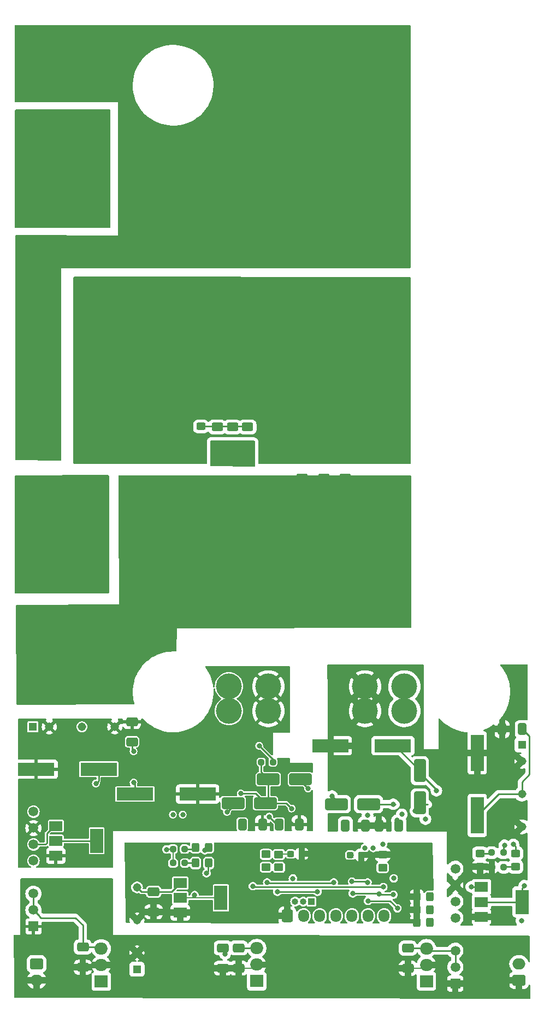
<source format=gbr>
%TF.GenerationSoftware,KiCad,Pcbnew,7.0.9*%
%TF.CreationDate,2024-01-08T16:14:26+05:30*%
%TF.ProjectId,Inverter,496e7665-7274-4657-922e-6b696361645f,rev?*%
%TF.SameCoordinates,Original*%
%TF.FileFunction,Copper,L4,Bot*%
%TF.FilePolarity,Positive*%
%FSLAX46Y46*%
G04 Gerber Fmt 4.6, Leading zero omitted, Abs format (unit mm)*
G04 Created by KiCad (PCBNEW 7.0.9) date 2024-01-08 16:14:26*
%MOMM*%
%LPD*%
G01*
G04 APERTURE LIST*
G04 Aperture macros list*
%AMRoundRect*
0 Rectangle with rounded corners*
0 $1 Rounding radius*
0 $2 $3 $4 $5 $6 $7 $8 $9 X,Y pos of 4 corners*
0 Add a 4 corners polygon primitive as box body*
4,1,4,$2,$3,$4,$5,$6,$7,$8,$9,$2,$3,0*
0 Add four circle primitives for the rounded corners*
1,1,$1+$1,$2,$3*
1,1,$1+$1,$4,$5*
1,1,$1+$1,$6,$7*
1,1,$1+$1,$8,$9*
0 Add four rect primitives between the rounded corners*
20,1,$1+$1,$2,$3,$4,$5,0*
20,1,$1+$1,$4,$5,$6,$7,0*
20,1,$1+$1,$6,$7,$8,$9,0*
20,1,$1+$1,$8,$9,$2,$3,0*%
G04 Aperture macros list end*
%TA.AperFunction,EtchedComponent*%
%ADD10C,0.200000*%
%TD*%
%TA.AperFunction,ComponentPad*%
%ADD11R,2.600000X2.600000*%
%TD*%
%TA.AperFunction,ComponentPad*%
%ADD12O,2.600000X2.600000*%
%TD*%
%TA.AperFunction,ComponentPad*%
%ADD13R,2.000000X1.905000*%
%TD*%
%TA.AperFunction,ComponentPad*%
%ADD14O,2.000000X1.905000*%
%TD*%
%TA.AperFunction,ComponentPad*%
%ADD15R,1.508000X1.508000*%
%TD*%
%TA.AperFunction,ComponentPad*%
%ADD16C,1.508000*%
%TD*%
%TA.AperFunction,ComponentPad*%
%ADD17RoundRect,0.250000X-0.600000X-0.725000X0.600000X-0.725000X0.600000X0.725000X-0.600000X0.725000X0*%
%TD*%
%TA.AperFunction,ComponentPad*%
%ADD18O,1.700000X1.950000*%
%TD*%
%TA.AperFunction,ComponentPad*%
%ADD19C,2.400000*%
%TD*%
%TA.AperFunction,ComponentPad*%
%ADD20C,2.800000*%
%TD*%
%TA.AperFunction,ComponentPad*%
%ADD21C,1.308000*%
%TD*%
%TA.AperFunction,ComponentPad*%
%ADD22R,1.308000X1.308000*%
%TD*%
%TA.AperFunction,ComponentPad*%
%ADD23RoundRect,0.250000X0.750000X-0.600000X0.750000X0.600000X-0.750000X0.600000X-0.750000X-0.600000X0*%
%TD*%
%TA.AperFunction,ComponentPad*%
%ADD24O,2.000000X1.700000*%
%TD*%
%TA.AperFunction,ComponentPad*%
%ADD25RoundRect,0.250000X-0.750000X0.600000X-0.750000X-0.600000X0.750000X-0.600000X0.750000X0.600000X0*%
%TD*%
%TA.AperFunction,SMDPad,CuDef*%
%ADD26RoundRect,0.250000X-0.650000X0.412500X-0.650000X-0.412500X0.650000X-0.412500X0.650000X0.412500X0*%
%TD*%
%TA.AperFunction,SMDPad,CuDef*%
%ADD27RoundRect,0.237500X0.250000X0.237500X-0.250000X0.237500X-0.250000X-0.237500X0.250000X-0.237500X0*%
%TD*%
%TA.AperFunction,SMDPad,CuDef*%
%ADD28RoundRect,0.250000X0.650000X-0.412500X0.650000X0.412500X-0.650000X0.412500X-0.650000X-0.412500X0*%
%TD*%
%TA.AperFunction,SMDPad,CuDef*%
%ADD29RoundRect,0.250000X0.625000X-0.400000X0.625000X0.400000X-0.625000X0.400000X-0.625000X-0.400000X0*%
%TD*%
%TA.AperFunction,SMDPad,CuDef*%
%ADD30R,5.700000X2.000000*%
%TD*%
%TA.AperFunction,SMDPad,CuDef*%
%ADD31RoundRect,0.250000X-0.450000X0.350000X-0.450000X-0.350000X0.450000X-0.350000X0.450000X0.350000X0*%
%TD*%
%TA.AperFunction,SMDPad,CuDef*%
%ADD32RoundRect,0.250000X0.412500X0.650000X-0.412500X0.650000X-0.412500X-0.650000X0.412500X-0.650000X0*%
%TD*%
%TA.AperFunction,SMDPad,CuDef*%
%ADD33RoundRect,0.250000X-0.450000X0.325000X-0.450000X-0.325000X0.450000X-0.325000X0.450000X0.325000X0*%
%TD*%
%TA.AperFunction,SMDPad,CuDef*%
%ADD34RoundRect,0.250000X-0.412500X-0.650000X0.412500X-0.650000X0.412500X0.650000X-0.412500X0.650000X0*%
%TD*%
%TA.AperFunction,SMDPad,CuDef*%
%ADD35RoundRect,0.237500X-0.250000X-0.237500X0.250000X-0.237500X0.250000X0.237500X-0.250000X0.237500X0*%
%TD*%
%TA.AperFunction,SMDPad,CuDef*%
%ADD36RoundRect,0.250000X-0.325000X-0.450000X0.325000X-0.450000X0.325000X0.450000X-0.325000X0.450000X0*%
%TD*%
%TA.AperFunction,SMDPad,CuDef*%
%ADD37RoundRect,0.237500X-0.300000X-0.237500X0.300000X-0.237500X0.300000X0.237500X-0.300000X0.237500X0*%
%TD*%
%TA.AperFunction,SMDPad,CuDef*%
%ADD38RoundRect,0.250000X1.500000X0.650000X-1.500000X0.650000X-1.500000X-0.650000X1.500000X-0.650000X0*%
%TD*%
%TA.AperFunction,ComponentPad*%
%ADD39R,18.000000X14.000000*%
%TD*%
%TA.AperFunction,ComponentPad*%
%ADD40C,4.000000*%
%TD*%
%TA.AperFunction,ComponentPad*%
%ADD41R,1.000000X1.000000*%
%TD*%
%TA.AperFunction,ComponentPad*%
%ADD42O,1.000000X1.000000*%
%TD*%
%TA.AperFunction,SMDPad,CuDef*%
%ADD43RoundRect,0.250000X-0.650000X1.500000X-0.650000X-1.500000X0.650000X-1.500000X0.650000X1.500000X0*%
%TD*%
%TA.AperFunction,SMDPad,CuDef*%
%ADD44R,2.000000X1.500000*%
%TD*%
%TA.AperFunction,SMDPad,CuDef*%
%ADD45R,2.000000X3.800000*%
%TD*%
%TA.AperFunction,SMDPad,CuDef*%
%ADD46RoundRect,0.250000X0.450000X-0.325000X0.450000X0.325000X-0.450000X0.325000X-0.450000X-0.325000X0*%
%TD*%
%TA.AperFunction,SMDPad,CuDef*%
%ADD47RoundRect,0.250000X0.325000X0.450000X-0.325000X0.450000X-0.325000X-0.450000X0.325000X-0.450000X0*%
%TD*%
%TA.AperFunction,SMDPad,CuDef*%
%ADD48R,2.000000X5.700000*%
%TD*%
%TA.AperFunction,ViaPad*%
%ADD49C,0.800000*%
%TD*%
%TA.AperFunction,Conductor*%
%ADD50C,0.200000*%
%TD*%
%TA.AperFunction,Conductor*%
%ADD51C,0.250000*%
%TD*%
G04 APERTURE END LIST*
D10*
%TO.C,U7*%
X73837800Y-116164800D02*
X73837800Y-118704800D01*
X67741800Y-116164800D02*
X67741800Y-118704800D01*
X52755800Y-116164800D02*
X52755800Y-118704800D01*
X46659800Y-116164800D02*
X46659800Y-118704800D01*
%TD*%
D11*
%TO.P,D8,1,K*%
%TO.N,Net-(D8-K)*%
X26111200Y-30988000D03*
D12*
%TO.P,D8,2,A*%
%TO.N,Net-(D8-A)*%
X26111200Y-15748000D03*
%TD*%
D13*
%TO.P,U3,1,VI*%
%TO.N,VAux+*%
X50977800Y-161061400D03*
D14*
%TO.P,U3,2,GND*%
%TO.N,VAux-*%
X50977800Y-158521400D03*
%TO.P,U3,3,VO*%
%TO.N,Net-(U3-VO)*%
X50977800Y-155981400D03*
%TD*%
D15*
%TO.P,PS1,1,GND*%
%TO.N,VAux-*%
X16365000Y-152595500D03*
D16*
%TO.P,PS1,2,VIN*%
%TO.N,Net-(PS1-CTRL)*%
X16365000Y-150055500D03*
%TO.P,PS1,3,CTRL*%
X16365000Y-147515500D03*
%TO.P,PS1,5,NC*%
%TO.N,unconnected-(PS1-NC-Pad5)*%
X16365000Y-142435500D03*
%TO.P,PS1,6,+VO*%
%TO.N,VDrive1*%
X16365000Y-139895500D03*
%TO.P,PS1,7,0V*%
%TO.N,GND1*%
X16365000Y-137355500D03*
%TO.P,PS1,8,NC*%
%TO.N,unconnected-(PS1-NC-Pad8)*%
X16365000Y-134815500D03*
%TD*%
D17*
%TO.P,J2,1,Pin_1*%
%TO.N,DIG-*%
X55706000Y-150977600D03*
D18*
%TO.P,J2,2,Pin_2*%
%TO.N,Net-(J2-Pin_2)*%
X58206000Y-150977600D03*
%TO.P,J2,3,Pin_3*%
%TO.N,FLT*%
X60706000Y-150977600D03*
%TO.P,J2,4,Pin_4*%
%TO.N,RDY*%
X63206000Y-150977600D03*
%TO.P,J2,5,Pin_5*%
%TO.N,RST*%
X65706000Y-150977600D03*
%TO.P,J2,6,Pin_6*%
%TO.N,INHS*%
X68206000Y-150977600D03*
%TO.P,J2,7,Pin_7*%
%TO.N,INLS*%
X70706000Y-150977600D03*
%TD*%
D19*
%TO.P,C25,1*%
%TO.N,Net-(D8-K)*%
X24892000Y-42267800D03*
%TO.P,C25,2*%
%TO.N,-BATT*%
X24892000Y-64767800D03*
%TD*%
D20*
%TO.P,R5,1*%
%TO.N,Net-(D7-K)*%
X25679400Y-95029000D03*
%TO.P,R5,2*%
%TO.N,+BATT*%
X25679400Y-115029000D03*
%TD*%
D21*
%TO.P,IC3,GNDA,GNDA*%
%TO.N,GND1*%
X18796000Y-121666000D03*
%TO.P,IC3,GNDB,GNDB*%
%TO.N,VDrive1Neg*%
X23876000Y-121666000D03*
D22*
%TO.P,IC3,VIN,VIN*%
%TO.N,Net-(U5-VO)*%
X16256000Y-121666000D03*
D21*
%TO.P,IC3,VOUT,VOUT*%
%TO.N,GND1*%
X28956000Y-121666000D03*
%TD*%
D23*
%TO.P,J3,1,Pin_1*%
%TO.N,VAux-*%
X91622200Y-160914400D03*
D24*
%TO.P,J3,2,Pin_2*%
%TO.N,VAux+*%
X91622200Y-158414400D03*
%TD*%
D13*
%TO.P,U2,1,VI*%
%TO.N,VAux+*%
X77266800Y-161074500D03*
D14*
%TO.P,U2,2,GND*%
%TO.N,VAux-*%
X77266800Y-158534500D03*
%TO.P,U2,3,VO*%
%TO.N,Net-(PS2-CTRL)*%
X77266800Y-155994500D03*
%TD*%
D20*
%TO.P,R6,1*%
%TO.N,Net-(D8-K)*%
X16713200Y-37228800D03*
%TO.P,R6,2*%
%TO.N,Net-(D8-A)*%
X16713200Y-17228800D03*
%TD*%
D21*
%TO.P,IC2,GNDA,GNDA*%
%TO.N,VAux-*%
X32411800Y-156688200D03*
%TO.P,IC2,GNDB,GNDB*%
%TO.N,DIG-*%
X32411800Y-151608200D03*
D22*
%TO.P,IC2,VIN,VIN*%
%TO.N,Net-(U4-VO)*%
X32411800Y-159228200D03*
D21*
%TO.P,IC2,VOUT,VOUT*%
%TO.N,DIG5V*%
X32411800Y-146528200D03*
%TD*%
D13*
%TO.P,U1,1,VI*%
%TO.N,VAux+*%
X26873200Y-161112200D03*
D14*
%TO.P,U1,2,GND*%
%TO.N,VAux-*%
X26873200Y-158572200D03*
%TO.P,U1,3,VO*%
%TO.N,Net-(PS1-CTRL)*%
X26873200Y-156032200D03*
%TD*%
D21*
%TO.P,IC4,GNDA,GNDA*%
%TO.N,GND2*%
X92075000Y-127000000D03*
%TO.P,IC4,GNDB,GNDB*%
%TO.N,VDrive2Neg*%
X92075000Y-132080000D03*
D22*
%TO.P,IC4,VIN,VIN*%
%TO.N,Net-(U6-VO)*%
X92075000Y-124460000D03*
D21*
%TO.P,IC4,VOUT,VOUT*%
%TO.N,GND2*%
X92075000Y-137160000D03*
%TD*%
D19*
%TO.P,C24,1*%
%TO.N,Net-(D7-K)*%
X17449800Y-91056800D03*
%TO.P,C24,2*%
%TO.N,Net-(D8-A)*%
X17449800Y-68556800D03*
%TD*%
D15*
%TO.P,PS2,1,GND*%
%TO.N,VAux-*%
X81744600Y-161434700D03*
D16*
%TO.P,PS2,2,VIN*%
%TO.N,Net-(PS2-CTRL)*%
X81744600Y-158894700D03*
%TO.P,PS2,3,CTRL*%
X81744600Y-156354700D03*
%TO.P,PS2,5,NC*%
%TO.N,unconnected-(PS2-NC-Pad5)*%
X81744600Y-151274700D03*
%TO.P,PS2,6,+VO*%
%TO.N,VDrive2*%
X81744600Y-148734700D03*
%TO.P,PS2,7,0V*%
%TO.N,GND2*%
X81744600Y-146194700D03*
%TO.P,PS2,8,NC*%
%TO.N,unconnected-(PS2-NC-Pad8)*%
X81744600Y-143654700D03*
%TD*%
D25*
%TO.P,J1,1,Pin_1*%
%TO.N,VAux+*%
X16835800Y-158414400D03*
D24*
%TO.P,J1,2,Pin_2*%
%TO.N,VAux-*%
X16835800Y-160914400D03*
%TD*%
D11*
%TO.P,D7,1,K*%
%TO.N,Net-(D7-K)*%
X17500600Y-95758000D03*
D12*
%TO.P,D7,2,A*%
%TO.N,+BATT*%
X17500600Y-110998000D03*
%TD*%
D26*
%TO.P,C11,1*%
%TO.N,Net-(U4-VO)*%
X45720000Y-155917500D03*
%TO.P,C11,2*%
%TO.N,VAux-*%
X45720000Y-159042500D03*
%TD*%
D27*
%TO.P,R22,1*%
%TO.N,Net-(D13-A)*%
X39825300Y-142773400D03*
%TO.P,R22,2*%
%TO.N,DIG+*%
X38000300Y-142773400D03*
%TD*%
D28*
%TO.P,C27,1*%
%TO.N,+BATT*%
X61341000Y-83147300D03*
%TO.P,C27,2*%
%TO.N,-BATT*%
X61341000Y-80022300D03*
%TD*%
D29*
%TO.P,R13,1*%
%TO.N,+BATT*%
X44932600Y-83414200D03*
%TO.P,R13,2*%
%TO.N,Net-(R13-Pad2)*%
X44932600Y-80314200D03*
%TD*%
D30*
%TO.P,C32,1*%
%TO.N,VDrive2*%
X72085200Y-124587000D03*
%TO.P,C32,2*%
%TO.N,GND2*%
X62385200Y-124587000D03*
%TD*%
D29*
%TO.P,R16,1*%
%TO.N,+BATT*%
X49580800Y-83414200D03*
%TO.P,R16,2*%
%TO.N,Net-(R13-Pad2)*%
X49580800Y-80314200D03*
%TD*%
D31*
%TO.P,R10,1*%
%TO.N,DIG-*%
X70485000Y-141468600D03*
%TO.P,R10,2*%
%TO.N,RST*%
X70485000Y-143468600D03*
%TD*%
D32*
%TO.P,C22,1*%
%TO.N,GND2*%
X67831100Y-136956800D03*
%TO.P,C22,2*%
%TO.N,VDrive2Neg*%
X64706100Y-136956800D03*
%TD*%
D31*
%TO.P,R9,1*%
%TO.N,DIG+*%
X52400200Y-141417800D03*
%TO.P,R9,2*%
%TO.N,RDY*%
X52400200Y-143417800D03*
%TD*%
D27*
%TO.P,R25,1*%
%TO.N,Net-(D17-A)*%
X89253700Y-143417400D03*
%TO.P,R25,2*%
%TO.N,GND2*%
X87428700Y-143417400D03*
%TD*%
D26*
%TO.P,C14,1*%
%TO.N,DIG5V*%
X34975800Y-147205300D03*
%TO.P,C14,2*%
%TO.N,DIG-*%
X34975800Y-150330300D03*
%TD*%
D33*
%TO.P,D17,1,K*%
%TO.N,VDrive2Neg*%
X91084400Y-141300200D03*
%TO.P,D17,2,A*%
%TO.N,Net-(D17-A)*%
X91084400Y-143350200D03*
%TD*%
D30*
%TO.P,C30,1*%
%TO.N,VDrive1*%
X26464000Y-128219200D03*
%TO.P,C30,2*%
%TO.N,GND1*%
X16764000Y-128219200D03*
%TD*%
D28*
%TO.P,C26,1*%
%TO.N,+BATT*%
X64691000Y-83147300D03*
%TO.P,C26,2*%
%TO.N,-BATT*%
X64691000Y-80022300D03*
%TD*%
D29*
%TO.P,R17,1*%
%TO.N,Net-(R13-Pad2)*%
X44831000Y-78308800D03*
%TO.P,R17,2*%
%TO.N,Net-(D18-A)*%
X44831000Y-75208800D03*
%TD*%
D34*
%TO.P,C19,1*%
%TO.N,VDrive1*%
X54444500Y-136779000D03*
%TO.P,C19,2*%
%TO.N,GND1*%
X57569500Y-136779000D03*
%TD*%
D35*
%TO.P,R26,1*%
%TO.N,Net-(D16-A)*%
X87377900Y-141156800D03*
%TO.P,R26,2*%
%TO.N,VDrive2*%
X89202900Y-141156800D03*
%TD*%
D36*
%TO.P,D9,1,K*%
%TO.N,DIG-*%
X75784600Y-151968200D03*
%TO.P,D9,2,A*%
%TO.N,Net-(D9-A)*%
X77834600Y-151968200D03*
%TD*%
D37*
%TO.P,C34,1*%
%TO.N,DIG+*%
X65482300Y-141528800D03*
%TO.P,C34,2*%
%TO.N,DIG-*%
X67207300Y-141528800D03*
%TD*%
D35*
%TO.P,R2,1*%
%TO.N,Net-(D1-A)*%
X51665500Y-127127000D03*
%TO.P,R2,2*%
%TO.N,Net-(D3-A)*%
X53490500Y-127127000D03*
%TD*%
D38*
%TO.P,D1,1,K*%
%TO.N,VDrive1*%
X57745000Y-129794000D03*
%TO.P,D1,2,A*%
%TO.N,Net-(D1-A)*%
X52745000Y-129794000D03*
%TD*%
D39*
%TO.P,U7,1*%
%TO.N,Net-(D8-A)*%
X61010800Y-41249800D03*
%TO.P,U7,2*%
%TO.N,-BATT*%
X61010800Y-69249800D03*
%TO.P,U7,3*%
%TO.N,+BATT*%
X61010800Y-97249800D03*
D40*
%TO.P,U7,4*%
%TO.N,Net-(IC5-CLAMP)*%
X73837800Y-119212800D03*
X73837800Y-115402800D03*
%TO.P,U7,5*%
%TO.N,GND2*%
X67741800Y-119212800D03*
X67741800Y-115402800D03*
%TO.P,U7,6*%
%TO.N,Net-(IC1-CLAMP)*%
X46659800Y-119212800D03*
X46659800Y-115402800D03*
%TO.P,U7,7*%
%TO.N,GND1*%
X52755800Y-119212800D03*
X52755800Y-115402800D03*
%TD*%
D41*
%TO.P,J4,1,Pin_1*%
%TO.N,DIG5V*%
X59461400Y-148742400D03*
D42*
%TO.P,J4,2,Pin_2*%
%TO.N,Net-(J2-Pin_2)*%
X58191400Y-148742400D03*
%TO.P,J4,3,Pin_3*%
%TO.N,DIG+*%
X56921400Y-148742400D03*
%TD*%
D43*
%TO.P,D4,1,K*%
%TO.N,VDrive2*%
X76250800Y-128447800D03*
%TO.P,D4,2,A*%
%TO.N,Net-(D4-A)*%
X76250800Y-133447800D03*
%TD*%
D29*
%TO.P,R15,1*%
%TO.N,Net-(R13-Pad2)*%
X47203800Y-78308800D03*
%TO.P,R15,2*%
%TO.N,Net-(D18-A)*%
X47203800Y-75208800D03*
%TD*%
D44*
%TO.P,U6,1,GND*%
%TO.N,GND2*%
X85800800Y-151093200D03*
%TO.P,U6,2,VO*%
%TO.N,Net-(U6-VO)*%
X85800800Y-148793200D03*
D45*
X92100800Y-148793200D03*
D44*
%TO.P,U6,3,VI*%
%TO.N,VDrive2*%
X85800800Y-146493200D03*
%TD*%
D37*
%TO.P,C35,1*%
%TO.N,DIG+*%
X56236700Y-141351000D03*
%TO.P,C35,2*%
%TO.N,DIG-*%
X57961700Y-141351000D03*
%TD*%
D32*
%TO.P,C21,1*%
%TO.N,VDrive2*%
X73012700Y-136956800D03*
%TO.P,C21,2*%
%TO.N,GND2*%
X69887700Y-136956800D03*
%TD*%
D44*
%TO.P,U5,1,GND*%
%TO.N,GND1*%
X19837000Y-141619000D03*
%TO.P,U5,2,VO*%
%TO.N,Net-(U5-VO)*%
X19837000Y-139319000D03*
D45*
X26137000Y-139319000D03*
D44*
%TO.P,U5,3,VI*%
%TO.N,VDrive1*%
X19837000Y-137019000D03*
%TD*%
D46*
%TO.P,D16,1,K*%
%TO.N,GND2*%
X85572600Y-143324800D03*
%TO.P,D16,2,A*%
%TO.N,Net-(D16-A)*%
X85572600Y-141274800D03*
%TD*%
D29*
%TO.P,R7,1*%
%TO.N,+BATT*%
X47269400Y-83414200D03*
%TO.P,R7,2*%
%TO.N,Net-(R13-Pad2)*%
X47269400Y-80314200D03*
%TD*%
D26*
%TO.P,C5,1*%
%TO.N,Net-(PS1-CTRL)*%
X24003000Y-155790500D03*
%TO.P,C5,2*%
%TO.N,VAux-*%
X24003000Y-158915500D03*
%TD*%
D44*
%TO.P,U8,1,GND*%
%TO.N,DIG-*%
X39115600Y-150458200D03*
%TO.P,U8,2,VO*%
%TO.N,DIG+*%
X39115600Y-148158200D03*
D45*
X45415600Y-148158200D03*
D44*
%TO.P,U8,3,VI*%
%TO.N,DIG5V*%
X39115600Y-145858200D03*
%TD*%
D26*
%TO.P,C6,1*%
%TO.N,Net-(PS2-CTRL)*%
X74396600Y-155956000D03*
%TO.P,C6,2*%
%TO.N,VAux-*%
X74396600Y-159081000D03*
%TD*%
D31*
%TO.P,R8,1*%
%TO.N,DIG+*%
X54381400Y-141443200D03*
%TO.P,R8,2*%
%TO.N,FLT*%
X54381400Y-143443200D03*
%TD*%
D47*
%TO.P,D12,1,K*%
%TO.N,Net-(D12-K)*%
X43519200Y-140335000D03*
%TO.P,D12,2,A*%
%TO.N,Net-(D12-A)*%
X41469200Y-140335000D03*
%TD*%
%TO.P,D13,1,K*%
%TO.N,Net-(D13-K)*%
X43519200Y-142773400D03*
%TO.P,D13,2,A*%
%TO.N,Net-(D13-A)*%
X41469200Y-142773400D03*
%TD*%
D26*
%TO.P,C16,1*%
%TO.N,GND1*%
X31623000Y-120865500D03*
%TO.P,C16,2*%
%TO.N,VDrive1Neg*%
X31623000Y-123990500D03*
%TD*%
D46*
%TO.P,D18,1,K*%
%TO.N,-BATT*%
X42316400Y-77174200D03*
%TO.P,D18,2,A*%
%TO.N,Net-(D18-A)*%
X42316400Y-75124200D03*
%TD*%
D30*
%TO.P,C31,1*%
%TO.N,GND1*%
X41807000Y-132080000D03*
%TO.P,C31,2*%
%TO.N,VDrive1Neg*%
X32107000Y-132080000D03*
%TD*%
D29*
%TO.P,R14,1*%
%TO.N,Net-(R13-Pad2)*%
X49555400Y-78308800D03*
%TO.P,R14,2*%
%TO.N,Net-(D18-A)*%
X49555400Y-75208800D03*
%TD*%
D36*
%TO.P,D11,1,K*%
%TO.N,DIG-*%
X75784600Y-148005800D03*
%TO.P,D11,2,A*%
%TO.N,Net-(D11-A)*%
X77834600Y-148005800D03*
%TD*%
D34*
%TO.P,C17,1*%
%TO.N,GND2*%
X89013900Y-122021600D03*
%TO.P,C17,2*%
%TO.N,VDrive2Neg*%
X92138900Y-122021600D03*
%TD*%
D48*
%TO.P,C33,1*%
%TO.N,GND2*%
X85140800Y-125682000D03*
%TO.P,C33,2*%
%TO.N,VDrive2Neg*%
X85140800Y-135382000D03*
%TD*%
D28*
%TO.P,C28,1*%
%TO.N,+BATT*%
X57991000Y-83147300D03*
%TO.P,C28,2*%
%TO.N,-BATT*%
X57991000Y-80022300D03*
%TD*%
D32*
%TO.P,C18,1*%
%TO.N,GND1*%
X51854500Y-136779000D03*
%TO.P,C18,2*%
%TO.N,VDrive1Neg*%
X48729500Y-136779000D03*
%TD*%
D38*
%TO.P,D5,1,K*%
%TO.N,Net-(D4-A)*%
X68311400Y-133654800D03*
%TO.P,D5,2,A*%
%TO.N,VDrive2Neg*%
X63311400Y-133654800D03*
%TD*%
D26*
%TO.P,C8,1*%
%TO.N,Net-(U3-VO)*%
X48158400Y-155917500D03*
%TO.P,C8,2*%
%TO.N,VAux-*%
X48158400Y-159042500D03*
%TD*%
D36*
%TO.P,D10,1,K*%
%TO.N,DIG-*%
X75784600Y-149987000D03*
%TO.P,D10,2,A*%
%TO.N,Net-(D10-A)*%
X77834600Y-149987000D03*
%TD*%
D27*
%TO.P,R21,1*%
%TO.N,Net-(D12-A)*%
X39799900Y-140589000D03*
%TO.P,R21,2*%
%TO.N,DIG+*%
X37974900Y-140589000D03*
%TD*%
D38*
%TO.P,D2,1,K*%
%TO.N,Net-(D1-A)*%
X52284000Y-133477000D03*
%TO.P,D2,2,A*%
%TO.N,VDrive1Neg*%
X47284000Y-133477000D03*
%TD*%
D49*
%TO.N,VDrive1*%
X58928000Y-131191000D03*
X52920645Y-135580944D03*
X37973000Y-135255000D03*
X26035000Y-130429000D03*
%TO.N,GND1*%
X55494201Y-135560703D03*
%TO.N,VDrive2*%
X84226400Y-146456400D03*
X72694800Y-136144000D03*
X68148200Y-135407400D03*
X89382600Y-140004800D03*
X91998800Y-151714200D03*
X78816200Y-131546600D03*
%TO.N,GND2*%
X62661800Y-137210800D03*
X74599800Y-137414000D03*
X62385200Y-124587000D03*
%TO.N,Net-(U4-VO)*%
X46050600Y-156845000D03*
%TO.N,Net-(U5-VO)*%
X26137000Y-139319000D03*
%TO.N,Net-(U6-VO)*%
X92430600Y-146278600D03*
%TO.N,DIG-*%
X51054000Y-143136900D03*
X73152000Y-141478000D03*
X41351200Y-150863700D03*
%TO.N,DIG+*%
X65582800Y-141579600D03*
X41351200Y-147738700D03*
X36982400Y-140665200D03*
X56565800Y-145161000D03*
X72212200Y-145135600D03*
X52400200Y-141452600D03*
X54330600Y-141427200D03*
%TO.N,VDrive1Neg*%
X46355000Y-134874000D03*
X31877000Y-125476000D03*
X48729500Y-136779000D03*
X39497000Y-135255000D03*
X31877000Y-130302000D03*
%TO.N,VDrive2Neg*%
X90754200Y-139877800D03*
X64706100Y-136956800D03*
X73456800Y-135229600D03*
X77114400Y-135966200D03*
X62636400Y-132384800D03*
%TO.N,Net-(D1-A)*%
X48487500Y-131977500D03*
X56362600Y-134312400D03*
%TO.N,Net-(D4-A)*%
X75539600Y-134696200D03*
X72125898Y-133654800D03*
%TO.N,-BATT*%
X58013600Y-79451200D03*
X42316400Y-77749400D03*
X64693800Y-79324200D03*
X61366400Y-79400400D03*
%TO.N,+BATT*%
X45034200Y-83972400D03*
X49606200Y-84048600D03*
X47269400Y-84023200D03*
X61391800Y-83845400D03*
X58115200Y-83845400D03*
X64770000Y-83870800D03*
%TO.N,Net-(D3-A)*%
X51348000Y-124587000D03*
%TO.N,INLS*%
X50368200Y-146354800D03*
X70586600Y-146481800D03*
%TO.N,RDY*%
X52400200Y-143417800D03*
X67741800Y-140411200D03*
X52578000Y-145771100D03*
X62915800Y-145771100D03*
%TO.N,FLT*%
X69037200Y-140436600D03*
X60401200Y-147220100D03*
X54152800Y-147220100D03*
X54168098Y-143443200D03*
%TO.N,RST*%
X72161400Y-147675600D03*
X65836800Y-147472400D03*
X70485000Y-143468600D03*
X70561200Y-139827000D03*
X69900800Y-147574000D03*
%TO.N,INHS*%
X65735200Y-145643600D03*
X68206000Y-148640800D03*
X72771000Y-149783800D03*
X68148200Y-145770600D03*
%TO.N,Net-(D9-A)*%
X77834600Y-151968200D03*
%TO.N,Net-(D10-A)*%
X77834600Y-149987000D03*
%TO.N,Net-(D11-A)*%
X77834600Y-148005800D03*
%TO.N,Net-(D12-K)*%
X42926000Y-140792200D03*
%TO.N,Net-(D13-K)*%
X43180000Y-144348200D03*
%TD*%
D50*
%TO.N,VAux-*%
X48158400Y-159042500D02*
X50456700Y-159042500D01*
X45720000Y-159042500D02*
X48158400Y-159042500D01*
X74396600Y-159081000D02*
X76720300Y-159081000D01*
X76720300Y-159081000D02*
X77266800Y-158534500D01*
X26529900Y-158915500D02*
X26873200Y-158572200D01*
X50456700Y-159042500D02*
X50977800Y-158521400D01*
X24003000Y-158915500D02*
X26529900Y-158915500D01*
D51*
%TO.N,Net-(PS1-CTRL)*%
X24003000Y-155790500D02*
X26631500Y-155790500D01*
X17272000Y-150962500D02*
X16365000Y-150055500D01*
X26631500Y-155790500D02*
X26873200Y-156032200D01*
X17526000Y-151257000D02*
X17272000Y-151003000D01*
X16365000Y-150055500D02*
X16365000Y-147515500D01*
X24003000Y-152400000D02*
X22860000Y-151257000D01*
X22860000Y-151257000D02*
X17526000Y-151257000D01*
X17272000Y-151003000D02*
X17272000Y-150962500D01*
X24003000Y-155790500D02*
X24003000Y-152400000D01*
%TO.N,Net-(PS2-CTRL)*%
X77228300Y-155956000D02*
X77266800Y-155994500D01*
X74396600Y-155956000D02*
X77228300Y-155956000D01*
X77627000Y-156354700D02*
X77266800Y-155994500D01*
X81744600Y-156354700D02*
X77627000Y-156354700D01*
X81744600Y-158894700D02*
X81744600Y-156354700D01*
%TO.N,Net-(U3-VO)*%
X50913900Y-155917500D02*
X50977800Y-155981400D01*
X48158400Y-155917500D02*
X50913900Y-155917500D01*
%TO.N,VDrive1*%
X54118701Y-136779000D02*
X52920645Y-135580944D01*
X19837000Y-137019000D02*
X19587000Y-137019000D01*
X18219500Y-139895500D02*
X16365000Y-139895500D01*
X57745000Y-130008000D02*
X58928000Y-131191000D01*
X18415000Y-138191000D02*
X18415000Y-139700000D01*
X57745000Y-129794000D02*
X57745000Y-130008000D01*
X26464000Y-128219200D02*
X26464000Y-130000000D01*
X18415000Y-139700000D02*
X18219500Y-139895500D01*
X26464000Y-130000000D02*
X26035000Y-130429000D01*
X19587000Y-137019000D02*
X18415000Y-138191000D01*
X54444500Y-136779000D02*
X54118701Y-136779000D01*
%TO.N,GND1*%
X56712498Y-136779000D02*
X57569500Y-136779000D01*
X55494201Y-135560703D02*
X56712498Y-136779000D01*
%TO.N,VDrive2*%
X89202900Y-141156800D02*
X89202900Y-140184500D01*
X72390000Y-124587000D02*
X72085200Y-124587000D01*
X85800800Y-146493200D02*
X84263200Y-146493200D01*
X82070200Y-149060300D02*
X81744600Y-148734700D01*
X73012700Y-136461900D02*
X72694800Y-136144000D01*
X73012700Y-136956800D02*
X73012700Y-136461900D01*
X78816200Y-131368800D02*
X78816200Y-131546600D01*
X89202900Y-140184500D02*
X89382600Y-140004800D01*
X84263200Y-146493200D02*
X84226400Y-146456400D01*
X76250800Y-128447800D02*
X72390000Y-124587000D01*
X76225400Y-128778000D02*
X78816200Y-131368800D01*
%TO.N,GND2*%
X89013900Y-122021600D02*
X89013900Y-123558700D01*
X85665200Y-143417400D02*
X85572600Y-143324800D01*
X87428700Y-143417400D02*
X85665200Y-143417400D01*
X82004000Y-145935300D02*
X81744600Y-146194700D01*
%TO.N,Net-(U4-VO)*%
X45720000Y-155917500D02*
X45720000Y-156514400D01*
X45720000Y-156514400D02*
X46050600Y-156845000D01*
%TO.N,Net-(U5-VO)*%
X19837000Y-139319000D02*
X26137000Y-139319000D01*
%TO.N,Net-(U6-VO)*%
X85800800Y-148793200D02*
X92100800Y-148793200D01*
X92100800Y-146608400D02*
X92100800Y-148793200D01*
X92430600Y-146278600D02*
X92100800Y-146608400D01*
%TO.N,DIG5V*%
X34975800Y-147205300D02*
X37768500Y-147205300D01*
X34975800Y-147205300D02*
X33088900Y-147205300D01*
X33088900Y-147205300D02*
X32411800Y-146528200D01*
X37768500Y-147205300D02*
X39115600Y-145858200D01*
D50*
%TO.N,DIG-*%
X40945700Y-150458200D02*
X41351200Y-150863700D01*
X39115600Y-150458200D02*
X35103700Y-150458200D01*
X35103700Y-150458200D02*
X34975800Y-150330300D01*
X67207300Y-141528800D02*
X70424800Y-141528800D01*
X33689700Y-150330300D02*
X32411800Y-151608200D01*
X70424800Y-141528800D02*
X70485000Y-141468600D01*
X70485000Y-141468600D02*
X73152000Y-141478000D01*
X39115600Y-150458200D02*
X40945700Y-150458200D01*
X34975800Y-150330300D02*
X33689700Y-150330300D01*
X73152000Y-141478000D02*
X73161400Y-141468600D01*
%TO.N,DIG+*%
X39115600Y-148158200D02*
X45415600Y-148158200D01*
X56236700Y-141351000D02*
X54406800Y-141351000D01*
X40931700Y-148158200D02*
X41351200Y-147738700D01*
X37058600Y-140589000D02*
X36982400Y-140665200D01*
X38000300Y-142773400D02*
X38000300Y-140614400D01*
X39115600Y-148158200D02*
X40931700Y-148158200D01*
X38000300Y-140614400D02*
X37974900Y-140589000D01*
X54406800Y-141351000D02*
X54330600Y-141427200D01*
X37974900Y-140589000D02*
X37058600Y-140589000D01*
D51*
%TO.N,VDrive1Neg*%
X47284000Y-133477000D02*
X47284000Y-133945000D01*
X31623000Y-123990500D02*
X31623000Y-125222000D01*
X47284000Y-133945000D02*
X46355000Y-134874000D01*
X32107000Y-130532000D02*
X31877000Y-130302000D01*
X32107000Y-132080000D02*
X32107000Y-130532000D01*
X31623000Y-125222000D02*
X31877000Y-125476000D01*
%TO.N,VDrive2Neg*%
X93218000Y-129032000D02*
X93218000Y-123100700D01*
X63311400Y-133059800D02*
X62636400Y-132384800D01*
X92075000Y-130175000D02*
X93218000Y-129032000D01*
X91580600Y-132080000D02*
X88442800Y-132080000D01*
X92075000Y-132080000D02*
X92075000Y-130175000D01*
X93218000Y-123100700D02*
X92138900Y-122021600D01*
X88442800Y-132080000D02*
X85140800Y-135382000D01*
X63311400Y-133654800D02*
X63311400Y-133059800D01*
X91084400Y-141300200D02*
X91084400Y-140208000D01*
X91084400Y-140208000D02*
X90754200Y-139877800D01*
X85140800Y-135382000D02*
X85140800Y-132966000D01*
%TO.N,Net-(D1-A)*%
X52745000Y-129794000D02*
X52745000Y-133016000D01*
X52745000Y-133016000D02*
X52284000Y-133477000D01*
X52284000Y-133477000D02*
X50784500Y-131977500D01*
X51665500Y-127127000D02*
X51665500Y-128714500D01*
X52284000Y-133477000D02*
X55527200Y-133477000D01*
X51665500Y-128714500D02*
X52745000Y-129794000D01*
X50784500Y-131977500D02*
X48487500Y-131977500D01*
X55527200Y-133477000D02*
X56362600Y-134312400D01*
%TO.N,Net-(D4-A)*%
X77506200Y-133654800D02*
X76581000Y-133654800D01*
X68311400Y-133654800D02*
X72506200Y-133654800D01*
X76225400Y-133778000D02*
X76225400Y-134010400D01*
X76581000Y-133654800D02*
X75539600Y-134696200D01*
X76225400Y-134010400D02*
X75539600Y-134696200D01*
%TO.N,Net-(D3-A)*%
X53490500Y-127127000D02*
X53490500Y-126729500D01*
X53490500Y-126729500D02*
X51348000Y-124587000D01*
%TO.N,INLS*%
X70586600Y-146481800D02*
X70572800Y-146495600D01*
X70572800Y-146495600D02*
X50509000Y-146495600D01*
X50509000Y-146495600D02*
X50368200Y-146354800D01*
%TO.N,RDY*%
X52692900Y-145886000D02*
X52578000Y-145771100D01*
X62800900Y-145886000D02*
X52692900Y-145886000D01*
X62915800Y-145771100D02*
X62800900Y-145886000D01*
%TO.N,FLT*%
X60401200Y-147220100D02*
X54152800Y-147220100D01*
%TO.N,RST*%
X70002400Y-147675600D02*
X69900800Y-147574000D01*
X65836800Y-147472400D02*
X69799200Y-147472400D01*
X69799200Y-147472400D02*
X69900800Y-147574000D01*
X72161400Y-147675600D02*
X70002400Y-147675600D01*
%TO.N,INHS*%
X72771000Y-149783800D02*
X71628000Y-148640800D01*
X68021200Y-145643600D02*
X68148200Y-145770600D01*
X65735200Y-145643600D02*
X68021200Y-145643600D01*
X71628000Y-148640800D02*
X68206000Y-148640800D01*
%TO.N,Net-(D12-K)*%
X43399600Y-140470000D02*
X43248200Y-140470000D01*
X43248200Y-140470000D02*
X42926000Y-140792200D01*
%TO.N,Net-(D12-A)*%
X39799900Y-140589000D02*
X41215200Y-140589000D01*
X41215200Y-140589000D02*
X41469200Y-140335000D01*
%TO.N,Net-(D13-K)*%
X43399600Y-143205200D02*
X43399600Y-144128600D01*
X43399600Y-144128600D02*
X43180000Y-144348200D01*
%TO.N,Net-(D13-A)*%
X39825300Y-142773400D02*
X41469200Y-142773400D01*
%TO.N,Net-(D16-A)*%
X85572600Y-141274800D02*
X87259900Y-141274800D01*
X87259900Y-141274800D02*
X87377900Y-141156800D01*
%TO.N,Net-(D17-A)*%
X89320900Y-143350200D02*
X89253700Y-143417400D01*
X91084400Y-143350200D02*
X89320900Y-143350200D01*
%TO.N,Net-(D18-A)*%
X49470800Y-75124200D02*
X49555400Y-75208800D01*
X42316400Y-75124200D02*
X49470800Y-75124200D01*
%TD*%
%TA.AperFunction,Conductor*%
%TO.N,Net-(D8-A)*%
G36*
X74746039Y-12922885D02*
G01*
X74791794Y-12975689D01*
X74803000Y-13027200D01*
X74803000Y-50472938D01*
X74783315Y-50539977D01*
X74730511Y-50585732D01*
X74679139Y-50596938D01*
X29489400Y-50647600D01*
X29489400Y-24917400D01*
X13560600Y-24917400D01*
X13493561Y-24897715D01*
X13447806Y-24844911D01*
X13436600Y-24793400D01*
X13436600Y-22374172D01*
X31756591Y-22374172D01*
X31786242Y-22870677D01*
X31786243Y-22870682D01*
X31855247Y-23363254D01*
X31909448Y-23607099D01*
X31963171Y-23848796D01*
X32109329Y-24324226D01*
X32292798Y-24786542D01*
X32505598Y-25218961D01*
X32512417Y-25232817D01*
X32512417Y-25232818D01*
X32766798Y-25660232D01*
X33054338Y-26066092D01*
X33373207Y-26447816D01*
X33721410Y-26803013D01*
X33913344Y-26969932D01*
X34096717Y-27129406D01*
X34496776Y-27424956D01*
X34496781Y-27424959D01*
X34919042Y-27687781D01*
X34919047Y-27687783D01*
X34919051Y-27687786D01*
X35083315Y-27772721D01*
X35360868Y-27916234D01*
X35819443Y-28108858D01*
X35819448Y-28108859D01*
X35819449Y-28108860D01*
X36291880Y-28264442D01*
X36422510Y-28296215D01*
X36775175Y-28381997D01*
X37266288Y-28460783D01*
X37762104Y-28500300D01*
X37762105Y-28500300D01*
X38135112Y-28500300D01*
X38507796Y-28485472D01*
X38754723Y-28455872D01*
X39001652Y-28426273D01*
X39001651Y-28426273D01*
X39489235Y-28328026D01*
X39489234Y-28328026D01*
X39489240Y-28328025D01*
X39967477Y-28191350D01*
X39967477Y-28191351D01*
X40433354Y-28017108D01*
X40883897Y-27806410D01*
X40883900Y-27806407D01*
X40883909Y-27806404D01*
X41316300Y-27560570D01*
X41727792Y-27281159D01*
X42115785Y-26969938D01*
X42115787Y-26969935D01*
X42115792Y-26969932D01*
X42477826Y-26628873D01*
X42477826Y-26628872D01*
X42811621Y-26260127D01*
X43031440Y-25974633D01*
X43115067Y-25866022D01*
X43386239Y-25449060D01*
X43386238Y-25449060D01*
X43386240Y-25449057D01*
X43623429Y-25011864D01*
X43825133Y-24557208D01*
X43990077Y-24087965D01*
X44117218Y-23607099D01*
X44205752Y-23117653D01*
X44230387Y-22870683D01*
X44255120Y-22622719D01*
X44265009Y-22125440D01*
X44265009Y-22125439D01*
X44265008Y-22125436D01*
X44265009Y-22125428D01*
X44235358Y-21628923D01*
X44200759Y-21381945D01*
X44166353Y-21136346D01*
X44058431Y-20650811D01*
X43912269Y-20175368D01*
X43728802Y-19713059D01*
X43617914Y-19487730D01*
X43509183Y-19266783D01*
X43509183Y-19266782D01*
X43254802Y-18839368D01*
X42967262Y-18433508D01*
X42648393Y-18051784D01*
X42300190Y-17696587D01*
X42107277Y-17528817D01*
X41924883Y-17370194D01*
X41524824Y-17074644D01*
X41306947Y-16939034D01*
X41102558Y-16811819D01*
X41102552Y-16811816D01*
X41102549Y-16811814D01*
X40873142Y-16693196D01*
X40660732Y-16583366D01*
X40202157Y-16390742D01*
X39729723Y-16235159D01*
X39729720Y-16235158D01*
X39599090Y-16203384D01*
X39246425Y-16117603D01*
X38755312Y-16038817D01*
X38259496Y-15999300D01*
X38259495Y-15999300D01*
X37886488Y-15999300D01*
X37513804Y-16014128D01*
X37307842Y-16038817D01*
X37019948Y-16073327D01*
X37019949Y-16073327D01*
X36549830Y-16168054D01*
X36532360Y-16171575D01*
X36054123Y-16308249D01*
X35588246Y-16482492D01*
X35137703Y-16693190D01*
X35137699Y-16693192D01*
X35137691Y-16693196D01*
X34705300Y-16939030D01*
X34293808Y-17218441D01*
X34104621Y-17370194D01*
X33905808Y-17529668D01*
X33728624Y-17696587D01*
X33543776Y-17870725D01*
X33209979Y-18239473D01*
X32997192Y-18515833D01*
X32906533Y-18633578D01*
X32635361Y-19050540D01*
X32635362Y-19050540D01*
X32635360Y-19050543D01*
X32398171Y-19487736D01*
X32196467Y-19942392D01*
X32031524Y-20411633D01*
X31904382Y-20892501D01*
X31815848Y-21381945D01*
X31791213Y-21628918D01*
X31766480Y-21876881D01*
X31756591Y-22374172D01*
X13436600Y-22374172D01*
X13436600Y-13027200D01*
X13456285Y-12960161D01*
X13509089Y-12914406D01*
X13560600Y-12903200D01*
X74679000Y-12903200D01*
X74746039Y-12922885D01*
G37*
%TD.AperFunction*%
%TD*%
%TA.AperFunction,Conductor*%
%TO.N,+BATT*%
G36*
X29591000Y-106375200D02*
G01*
X38608000Y-106375200D01*
X38607537Y-106390490D01*
X38607537Y-106390491D01*
X38607536Y-106390491D01*
X38501778Y-109888086D01*
X38480077Y-109954500D01*
X38425914Y-109998638D01*
X38367984Y-110007946D01*
X38259495Y-109999300D01*
X37886488Y-109999300D01*
X37513804Y-110014128D01*
X37307842Y-110038817D01*
X37019948Y-110073327D01*
X37019949Y-110073327D01*
X36549830Y-110168054D01*
X36532360Y-110171575D01*
X36054123Y-110308249D01*
X35588246Y-110482492D01*
X35137703Y-110693190D01*
X35137699Y-110693192D01*
X35137691Y-110693196D01*
X34705300Y-110939030D01*
X34293808Y-111218441D01*
X34104621Y-111370194D01*
X33905808Y-111529668D01*
X33728617Y-111696593D01*
X33543776Y-111870725D01*
X33209979Y-112239473D01*
X33092539Y-112392000D01*
X32906533Y-112633578D01*
X32635361Y-113050540D01*
X32635362Y-113050540D01*
X32424203Y-113439754D01*
X32398171Y-113487736D01*
X32196467Y-113942392D01*
X32031523Y-114411635D01*
X31963972Y-114667122D01*
X31904382Y-114892501D01*
X31815848Y-115381945D01*
X31803178Y-115508971D01*
X31766480Y-115876881D01*
X31756591Y-116374172D01*
X31786242Y-116870677D01*
X31788549Y-116887144D01*
X31855247Y-117363254D01*
X31945145Y-117767697D01*
X31963171Y-117848796D01*
X31988249Y-117930372D01*
X32010054Y-118001300D01*
X32010937Y-118071164D01*
X31973910Y-118130415D01*
X31910726Y-118160242D01*
X31892041Y-118161736D01*
X13840104Y-118236486D01*
X13772984Y-118217079D01*
X13727011Y-118164465D01*
X13715592Y-118112894D01*
X13714725Y-117848791D01*
X13665606Y-102892210D01*
X13685070Y-102825109D01*
X13737723Y-102779181D01*
X13789009Y-102767807D01*
X29591000Y-102692200D01*
X29591000Y-106375200D01*
G37*
%TD.AperFunction*%
%TD*%
%TA.AperFunction,Conductor*%
%TO.N,Net-(D7-K)*%
G36*
X28009858Y-82671384D02*
G01*
X28055704Y-82724108D01*
X28067000Y-82775816D01*
X28067000Y-100866615D01*
X28047315Y-100933654D01*
X27994511Y-100979409D01*
X27943216Y-100990615D01*
X13586388Y-101015583D01*
X13519314Y-100996015D01*
X13473467Y-100943291D01*
X13462172Y-100891411D01*
X13487228Y-82800609D01*
X13507006Y-82733600D01*
X13559873Y-82687918D01*
X13611008Y-82676784D01*
X27942785Y-82651816D01*
X28009858Y-82671384D01*
G37*
%TD.AperFunction*%
%TD*%
%TA.AperFunction,Conductor*%
%TO.N,-BATT*%
G36*
X74679339Y-51968279D02*
G01*
X74746357Y-51988029D01*
X74792060Y-52040877D01*
X74803216Y-52092062D01*
X74853582Y-80825462D01*
X74834015Y-80892536D01*
X74781291Y-80938383D01*
X74729462Y-80949679D01*
X51371670Y-80926989D01*
X51304649Y-80907239D01*
X51258946Y-80854391D01*
X51247800Y-80804552D01*
X51205394Y-77433234D01*
X51193397Y-77329938D01*
X51182389Y-77280400D01*
X51149511Y-77181747D01*
X51072167Y-77060423D01*
X51026606Y-77007452D01*
X50918215Y-76912833D01*
X50787556Y-76852584D01*
X50787554Y-76852583D01*
X50787549Y-76852581D01*
X50720592Y-76832654D01*
X50720589Y-76832653D01*
X50578254Y-76811656D01*
X50578250Y-76811655D01*
X43891305Y-76787160D01*
X43891296Y-76787161D01*
X43781318Y-76798857D01*
X43781314Y-76798857D01*
X43781312Y-76798858D01*
X43728639Y-76810391D01*
X43623847Y-76845721D01*
X43623844Y-76845722D01*
X43503309Y-76924275D01*
X43503300Y-76924282D01*
X43450794Y-76970369D01*
X43357270Y-77079700D01*
X43298335Y-77210953D01*
X43279075Y-77278123D01*
X43259506Y-77420672D01*
X43280994Y-80794220D01*
X43261737Y-80861384D01*
X43209226Y-80907474D01*
X43156877Y-80919010D01*
X22679080Y-80899120D01*
X22612059Y-80879370D01*
X22566356Y-80826522D01*
X22555200Y-80775120D01*
X22555200Y-75499201D01*
X41115900Y-75499201D01*
X41115901Y-75499219D01*
X41126400Y-75601996D01*
X41126401Y-75601999D01*
X41145229Y-75658816D01*
X41181586Y-75768534D01*
X41273688Y-75917856D01*
X41397744Y-76041912D01*
X41547066Y-76134014D01*
X41713603Y-76189199D01*
X41816391Y-76199700D01*
X42816408Y-76199699D01*
X42816416Y-76199698D01*
X42816419Y-76199698D01*
X42872702Y-76193948D01*
X42919197Y-76189199D01*
X43085734Y-76134014D01*
X43235056Y-76041912D01*
X43344546Y-75932421D01*
X43405865Y-75898939D01*
X43475557Y-75903923D01*
X43531491Y-75945794D01*
X43537758Y-75955001D01*
X43613288Y-76077456D01*
X43737344Y-76201512D01*
X43886666Y-76293614D01*
X44053203Y-76348799D01*
X44155991Y-76359300D01*
X45506008Y-76359299D01*
X45608797Y-76348799D01*
X45775334Y-76293614D01*
X45924656Y-76201512D01*
X45929719Y-76196449D01*
X45991042Y-76162964D01*
X46060734Y-76167948D01*
X46105081Y-76196449D01*
X46110144Y-76201512D01*
X46259466Y-76293614D01*
X46426003Y-76348799D01*
X46528791Y-76359300D01*
X47878808Y-76359299D01*
X47981597Y-76348799D01*
X48148134Y-76293614D01*
X48297456Y-76201512D01*
X48297462Y-76201505D01*
X48302689Y-76197374D01*
X48367484Y-76171233D01*
X48436126Y-76184273D01*
X48456511Y-76197374D01*
X48461741Y-76201509D01*
X48461744Y-76201512D01*
X48611066Y-76293614D01*
X48777603Y-76348799D01*
X48880391Y-76359300D01*
X50230408Y-76359299D01*
X50333197Y-76348799D01*
X50499734Y-76293614D01*
X50649056Y-76201512D01*
X50773112Y-76077456D01*
X50865214Y-75928134D01*
X50920399Y-75761597D01*
X50930900Y-75658809D01*
X50930899Y-74758792D01*
X50929917Y-74749183D01*
X50920399Y-74656003D01*
X50920398Y-74656000D01*
X50917218Y-74646403D01*
X50865214Y-74489466D01*
X50773112Y-74340144D01*
X50649056Y-74216088D01*
X50499734Y-74123986D01*
X50333197Y-74068801D01*
X50333195Y-74068800D01*
X50230410Y-74058300D01*
X48880398Y-74058300D01*
X48880381Y-74058301D01*
X48777603Y-74068800D01*
X48777600Y-74068801D01*
X48611068Y-74123985D01*
X48611063Y-74123987D01*
X48461738Y-74216091D01*
X48456506Y-74220229D01*
X48391709Y-74246366D01*
X48323068Y-74233323D01*
X48302694Y-74220229D01*
X48297461Y-74216091D01*
X48148136Y-74123987D01*
X48148131Y-74123985D01*
X48119160Y-74114385D01*
X47981597Y-74068801D01*
X47981595Y-74068800D01*
X47878810Y-74058300D01*
X46528798Y-74058300D01*
X46528781Y-74058301D01*
X46426003Y-74068800D01*
X46426000Y-74068801D01*
X46259468Y-74123985D01*
X46259463Y-74123987D01*
X46110142Y-74216089D01*
X46105081Y-74221151D01*
X46043758Y-74254636D01*
X45974066Y-74249652D01*
X45929719Y-74221151D01*
X45924657Y-74216089D01*
X45924656Y-74216088D01*
X45775334Y-74123986D01*
X45608797Y-74068801D01*
X45608795Y-74068800D01*
X45506010Y-74058300D01*
X44155998Y-74058300D01*
X44155981Y-74058301D01*
X44053203Y-74068800D01*
X44053200Y-74068801D01*
X43886668Y-74123985D01*
X43886663Y-74123987D01*
X43737342Y-74216089D01*
X43613289Y-74340142D01*
X43594698Y-74370283D01*
X43542749Y-74417006D01*
X43473786Y-74428227D01*
X43409704Y-74400383D01*
X43383621Y-74370280D01*
X43359112Y-74330544D01*
X43235057Y-74206489D01*
X43235056Y-74206488D01*
X43085734Y-74114386D01*
X42919197Y-74059201D01*
X42919195Y-74059200D01*
X42816410Y-74048700D01*
X41816398Y-74048700D01*
X41816380Y-74048701D01*
X41713603Y-74059200D01*
X41713600Y-74059201D01*
X41547068Y-74114385D01*
X41547063Y-74114387D01*
X41397742Y-74206489D01*
X41273689Y-74330542D01*
X41181587Y-74479863D01*
X41181586Y-74479866D01*
X41126401Y-74646403D01*
X41126401Y-74646404D01*
X41126400Y-74646404D01*
X41115900Y-74749183D01*
X41115900Y-75499201D01*
X22555200Y-75499201D01*
X22555200Y-52041720D01*
X22574885Y-51974681D01*
X22627689Y-51928926D01*
X22679317Y-51917720D01*
X74679339Y-51968279D01*
G37*
%TD.AperFunction*%
%TD*%
%TA.AperFunction,Conductor*%
%TO.N,Net-(D8-A)*%
G36*
X29489400Y-45567600D02*
G01*
X29489400Y-50647600D01*
X20675600Y-50647600D01*
X20650306Y-80316576D01*
X20630564Y-80383598D01*
X20577721Y-80429308D01*
X20524982Y-80440463D01*
X13635476Y-80366909D01*
X13568651Y-80346510D01*
X13523462Y-80293220D01*
X13512800Y-80242916D01*
X13512800Y-45615993D01*
X13532485Y-45548954D01*
X13585289Y-45503199D01*
X13637389Y-45491994D01*
X29489400Y-45567600D01*
G37*
%TD.AperFunction*%
%TD*%
%TA.AperFunction,Conductor*%
%TO.N,Net-(D8-K)*%
G36*
X28238639Y-26029285D02*
G01*
X28284394Y-26082089D01*
X28295600Y-26133600D01*
X28295600Y-44224400D01*
X28275915Y-44291439D01*
X28223111Y-44337194D01*
X28171600Y-44348400D01*
X13586172Y-44348400D01*
X13519133Y-44328715D01*
X13473378Y-44275911D01*
X13462172Y-44224228D01*
X13487228Y-26133428D01*
X13507006Y-26066416D01*
X13559873Y-26020734D01*
X13611228Y-26009600D01*
X28171600Y-26009600D01*
X28238639Y-26029285D01*
G37*
%TD.AperFunction*%
%TD*%
%TA.AperFunction,Conductor*%
%TO.N,+BATT*%
G36*
X74872906Y-82696685D02*
G01*
X74918661Y-82749489D01*
X74929867Y-82801133D01*
X74904732Y-106226071D01*
X74884975Y-106293089D01*
X74832122Y-106338788D01*
X74780871Y-106349938D01*
X38607537Y-106390489D01*
X38608000Y-106375200D01*
X29591000Y-106375200D01*
X29591000Y-102692200D01*
X29591000Y-95605600D01*
X29554681Y-95569281D01*
X29556240Y-95567721D01*
X29526250Y-95533111D01*
X29515044Y-95481356D01*
X29539957Y-82800756D01*
X29559773Y-82733756D01*
X29612667Y-82688105D01*
X29663957Y-82677000D01*
X74805867Y-82677000D01*
X74872906Y-82696685D01*
G37*
%TD.AperFunction*%
%TD*%
%TA.AperFunction,Conductor*%
%TO.N,GND1*%
G36*
X56077039Y-112287685D02*
G01*
X56122794Y-112340489D01*
X56134000Y-112392000D01*
X56134000Y-122431000D01*
X56114315Y-122498039D01*
X56061511Y-122543794D01*
X56010000Y-122555000D01*
X53467000Y-122555000D01*
X53467000Y-125946312D01*
X53447315Y-126013351D01*
X53394511Y-126059106D01*
X53325353Y-126069050D01*
X53261797Y-126040025D01*
X53255319Y-126033993D01*
X51980011Y-124758685D01*
X51946526Y-124697362D01*
X51944753Y-124654818D01*
X51953682Y-124587000D01*
X51953682Y-124586998D01*
X51933044Y-124430239D01*
X51933044Y-124430238D01*
X51872536Y-124284159D01*
X51776282Y-124158718D01*
X51650841Y-124062464D01*
X51504762Y-124001956D01*
X51504760Y-124001955D01*
X51348001Y-123981318D01*
X51347999Y-123981318D01*
X51191239Y-124001955D01*
X51191237Y-124001956D01*
X51045160Y-124062463D01*
X50919718Y-124158718D01*
X50823463Y-124284160D01*
X50762956Y-124430237D01*
X50762955Y-124430239D01*
X50742318Y-124586998D01*
X50742318Y-124587001D01*
X50762955Y-124743760D01*
X50762956Y-124743762D01*
X50823464Y-124889841D01*
X50919718Y-125015282D01*
X51045159Y-125111536D01*
X51191238Y-125172044D01*
X51219548Y-125175771D01*
X51347999Y-125192682D01*
X51348000Y-125192682D01*
X51348001Y-125192682D01*
X51383708Y-125187980D01*
X51415818Y-125183753D01*
X51484853Y-125194518D01*
X51519685Y-125219011D01*
X52830614Y-126529940D01*
X52864099Y-126591263D01*
X52859115Y-126660955D01*
X52852567Y-126675555D01*
X52848885Y-126682521D01*
X52805274Y-126807151D01*
X52802500Y-126836739D01*
X52802500Y-127417260D01*
X52805274Y-127446849D01*
X52848884Y-127571476D01*
X52927288Y-127677710D01*
X52927289Y-127677711D01*
X53033523Y-127756115D01*
X53033524Y-127756115D01*
X53033525Y-127756116D01*
X53158151Y-127799725D01*
X53158150Y-127799725D01*
X53187740Y-127802500D01*
X53187744Y-127802500D01*
X53793260Y-127802500D01*
X53822849Y-127799725D01*
X53947475Y-127756116D01*
X54053711Y-127677711D01*
X54132116Y-127571475D01*
X54175725Y-127446849D01*
X54178500Y-127417256D01*
X54178500Y-126836744D01*
X54175725Y-126807151D01*
X54132116Y-126682525D01*
X54132113Y-126682521D01*
X54127774Y-126674309D01*
X54131129Y-126672535D01*
X54113396Y-126624093D01*
X54128664Y-126555911D01*
X54178369Y-126506808D01*
X54237132Y-126492000D01*
X56010000Y-126492000D01*
X56077039Y-126511685D01*
X56122794Y-126564489D01*
X56134000Y-126616000D01*
X56134000Y-127254000D01*
X59566000Y-127254000D01*
X59633039Y-127273685D01*
X59678794Y-127326489D01*
X59690000Y-127378000D01*
X59690000Y-128666887D01*
X59670315Y-128733926D01*
X59617511Y-128779681D01*
X59548353Y-128789625D01*
X59492367Y-128766658D01*
X59457882Y-128741207D01*
X59457880Y-128741206D01*
X59329700Y-128696353D01*
X59299270Y-128693500D01*
X59299266Y-128693500D01*
X56190734Y-128693500D01*
X56190730Y-128693500D01*
X56160300Y-128696353D01*
X56160298Y-128696353D01*
X56032119Y-128741206D01*
X56032117Y-128741207D01*
X55922850Y-128821850D01*
X55842207Y-128931117D01*
X55842206Y-128931119D01*
X55797353Y-129059298D01*
X55797353Y-129059300D01*
X55794500Y-129089730D01*
X55794500Y-130498269D01*
X55797353Y-130528699D01*
X55797353Y-130528701D01*
X55835127Y-130636649D01*
X55842207Y-130656882D01*
X55922850Y-130766150D01*
X56032118Y-130846793D01*
X56061354Y-130857023D01*
X56160299Y-130891646D01*
X56190730Y-130894500D01*
X56190734Y-130894500D01*
X58119812Y-130894500D01*
X58186851Y-130914185D01*
X58207493Y-130930819D01*
X58295988Y-131019314D01*
X58329473Y-131080637D01*
X58331246Y-131123179D01*
X58322318Y-131190997D01*
X58322318Y-131191001D01*
X58342955Y-131347760D01*
X58342956Y-131347762D01*
X58403464Y-131493841D01*
X58499718Y-131619282D01*
X58625159Y-131715536D01*
X58771238Y-131776044D01*
X58849619Y-131786363D01*
X58927999Y-131796682D01*
X58928000Y-131796682D01*
X58928001Y-131796682D01*
X58980254Y-131789802D01*
X59084762Y-131776044D01*
X59230841Y-131715536D01*
X59356282Y-131619282D01*
X59452536Y-131493841D01*
X59452536Y-131493838D01*
X59452539Y-131493836D01*
X59456599Y-131486804D01*
X59458404Y-131487846D01*
X59495279Y-131442087D01*
X59561572Y-131420021D01*
X59629272Y-131437299D01*
X59676883Y-131488436D01*
X59690000Y-131543942D01*
X59690000Y-137671000D01*
X59670315Y-137738039D01*
X59617511Y-137783794D01*
X59566000Y-137795000D01*
X58822544Y-137795000D01*
X58755505Y-137775315D01*
X58709750Y-137722511D01*
X58699806Y-137653353D01*
X58704838Y-137631996D01*
X58721505Y-137581697D01*
X58721506Y-137581690D01*
X58731999Y-137478986D01*
X58732000Y-137478973D01*
X58732000Y-137029000D01*
X56407001Y-137029000D01*
X56407001Y-137478986D01*
X56417493Y-137581695D01*
X56434162Y-137631995D01*
X56436564Y-137701823D01*
X56400833Y-137761866D01*
X56338313Y-137793059D01*
X56316456Y-137795000D01*
X55380976Y-137795000D01*
X55313937Y-137775315D01*
X55268182Y-137722511D01*
X55258238Y-137653353D01*
X55263935Y-137630045D01*
X55304646Y-137513701D01*
X55304646Y-137513699D01*
X55307500Y-137483269D01*
X55307500Y-136529000D01*
X56407000Y-136529000D01*
X57319500Y-136529000D01*
X57319500Y-135379000D01*
X57819500Y-135379000D01*
X57819500Y-136529000D01*
X58731999Y-136529000D01*
X58731999Y-136079028D01*
X58731998Y-136079013D01*
X58721505Y-135976302D01*
X58666358Y-135809880D01*
X58666356Y-135809875D01*
X58574315Y-135660654D01*
X58450345Y-135536684D01*
X58301124Y-135444643D01*
X58301119Y-135444641D01*
X58134697Y-135389494D01*
X58134690Y-135389493D01*
X58031986Y-135379000D01*
X57819500Y-135379000D01*
X57319500Y-135379000D01*
X57107029Y-135379000D01*
X57107012Y-135379001D01*
X57004302Y-135389494D01*
X56837880Y-135444641D01*
X56837875Y-135444643D01*
X56688654Y-135536684D01*
X56564684Y-135660654D01*
X56472643Y-135809875D01*
X56472641Y-135809880D01*
X56417494Y-135976302D01*
X56417493Y-135976309D01*
X56407000Y-136079013D01*
X56407000Y-136529000D01*
X55307500Y-136529000D01*
X55307500Y-136074730D01*
X55304646Y-136044300D01*
X55304646Y-136044298D01*
X55259793Y-135916119D01*
X55259792Y-135916117D01*
X55222875Y-135866096D01*
X55179150Y-135806850D01*
X55069882Y-135726207D01*
X55069880Y-135726206D01*
X54941700Y-135681353D01*
X54911270Y-135678500D01*
X54911266Y-135678500D01*
X53977734Y-135678500D01*
X53977730Y-135678500D01*
X53947300Y-135681353D01*
X53947298Y-135681353D01*
X53819119Y-135726206D01*
X53819118Y-135726207D01*
X53736461Y-135787210D01*
X53670832Y-135811180D01*
X53602662Y-135795864D01*
X53575147Y-135775120D01*
X53552656Y-135752629D01*
X53519171Y-135691306D01*
X53517398Y-135648762D01*
X53526327Y-135580944D01*
X53526327Y-135580942D01*
X53510279Y-135459044D01*
X53505689Y-135424182D01*
X53445181Y-135278103D01*
X53348927Y-135152662D01*
X53223486Y-135056408D01*
X53161566Y-135030760D01*
X53077407Y-134995900D01*
X53077405Y-134995899D01*
X52920646Y-134975262D01*
X52920644Y-134975262D01*
X52763884Y-134995899D01*
X52763882Y-134995900D01*
X52617805Y-135056407D01*
X52492361Y-135152663D01*
X52396109Y-135278102D01*
X52396108Y-135278103D01*
X52386024Y-135302451D01*
X52342183Y-135356855D01*
X52275889Y-135378921D01*
X52271462Y-135379000D01*
X52104500Y-135379000D01*
X52104500Y-136529000D01*
X53016999Y-136529000D01*
X53016999Y-136436986D01*
X53036684Y-136369947D01*
X53089488Y-136324192D01*
X53158646Y-136314248D01*
X53222202Y-136343273D01*
X53228680Y-136349305D01*
X53545181Y-136665806D01*
X53578666Y-136727129D01*
X53581500Y-136753487D01*
X53581500Y-137483269D01*
X53584353Y-137513699D01*
X53584353Y-137513701D01*
X53625065Y-137630045D01*
X53628627Y-137699824D01*
X53593899Y-137760451D01*
X53531906Y-137792679D01*
X53508024Y-137795000D01*
X53107544Y-137795000D01*
X53040505Y-137775315D01*
X52994750Y-137722511D01*
X52984806Y-137653353D01*
X52989838Y-137631996D01*
X53006505Y-137581697D01*
X53006506Y-137581690D01*
X53016999Y-137478986D01*
X53017000Y-137478973D01*
X53017000Y-137029000D01*
X50692001Y-137029000D01*
X50692001Y-137478986D01*
X50702493Y-137581695D01*
X50719162Y-137631995D01*
X50721564Y-137701823D01*
X50685833Y-137761866D01*
X50623313Y-137793059D01*
X50601456Y-137795000D01*
X49665976Y-137795000D01*
X49598937Y-137775315D01*
X49553182Y-137722511D01*
X49543238Y-137653353D01*
X49548935Y-137630045D01*
X49589646Y-137513701D01*
X49589646Y-137513699D01*
X49592500Y-137483269D01*
X49592500Y-136529000D01*
X50692000Y-136529000D01*
X51604500Y-136529000D01*
X51604500Y-135379000D01*
X51392029Y-135379000D01*
X51392012Y-135379001D01*
X51289302Y-135389494D01*
X51122880Y-135444641D01*
X51122875Y-135444643D01*
X50973654Y-135536684D01*
X50849684Y-135660654D01*
X50757643Y-135809875D01*
X50757641Y-135809880D01*
X50702494Y-135976302D01*
X50702493Y-135976309D01*
X50692000Y-136079013D01*
X50692000Y-136529000D01*
X49592500Y-136529000D01*
X49592500Y-136074730D01*
X49589646Y-136044300D01*
X49589646Y-136044298D01*
X49544793Y-135916119D01*
X49544792Y-135916117D01*
X49507875Y-135866096D01*
X49464150Y-135806850D01*
X49354882Y-135726207D01*
X49354880Y-135726206D01*
X49226700Y-135681353D01*
X49196270Y-135678500D01*
X49196266Y-135678500D01*
X48262734Y-135678500D01*
X48262730Y-135678500D01*
X48232300Y-135681353D01*
X48232298Y-135681353D01*
X48104119Y-135726206D01*
X48104117Y-135726207D01*
X47994850Y-135806850D01*
X47914207Y-135916117D01*
X47914206Y-135916119D01*
X47869353Y-136044298D01*
X47869353Y-136044300D01*
X47866500Y-136074730D01*
X47866500Y-137483269D01*
X47869353Y-137513699D01*
X47869353Y-137513701D01*
X47910065Y-137630045D01*
X47913627Y-137699824D01*
X47878899Y-137760451D01*
X47816906Y-137792679D01*
X47793024Y-137795000D01*
X28702000Y-137795000D01*
X28702000Y-135255000D01*
X37367318Y-135255000D01*
X37387955Y-135411760D01*
X37387956Y-135411762D01*
X37448464Y-135557841D01*
X37544718Y-135683282D01*
X37670159Y-135779536D01*
X37816238Y-135840044D01*
X37894619Y-135850363D01*
X37972999Y-135860682D01*
X37973000Y-135860682D01*
X37973001Y-135860682D01*
X38025254Y-135853802D01*
X38129762Y-135840044D01*
X38275841Y-135779536D01*
X38401282Y-135683282D01*
X38497536Y-135557841D01*
X38558044Y-135411762D01*
X38578682Y-135255000D01*
X38891318Y-135255000D01*
X38911955Y-135411760D01*
X38911956Y-135411762D01*
X38972464Y-135557841D01*
X39068718Y-135683282D01*
X39194159Y-135779536D01*
X39340238Y-135840044D01*
X39418619Y-135850363D01*
X39496999Y-135860682D01*
X39497000Y-135860682D01*
X39497001Y-135860682D01*
X39549254Y-135853802D01*
X39653762Y-135840044D01*
X39799841Y-135779536D01*
X39925282Y-135683282D01*
X40021536Y-135557841D01*
X40082044Y-135411762D01*
X40102682Y-135255000D01*
X40082044Y-135098238D01*
X40021536Y-134952159D01*
X39925282Y-134826718D01*
X39799841Y-134730464D01*
X39653762Y-134669956D01*
X39653760Y-134669955D01*
X39497001Y-134649318D01*
X39496999Y-134649318D01*
X39340239Y-134669955D01*
X39340237Y-134669956D01*
X39194160Y-134730463D01*
X39068718Y-134826718D01*
X38972463Y-134952160D01*
X38911956Y-135098237D01*
X38911955Y-135098239D01*
X38891318Y-135254998D01*
X38891318Y-135255000D01*
X38578682Y-135255000D01*
X38558044Y-135098238D01*
X38497536Y-134952159D01*
X38401282Y-134826718D01*
X38275841Y-134730464D01*
X38129762Y-134669956D01*
X38129760Y-134669955D01*
X37973001Y-134649318D01*
X37972999Y-134649318D01*
X37816239Y-134669955D01*
X37816237Y-134669956D01*
X37670160Y-134730463D01*
X37544718Y-134826718D01*
X37448463Y-134952160D01*
X37387956Y-135098237D01*
X37387955Y-135098239D01*
X37367318Y-135254998D01*
X37367318Y-135255000D01*
X28702000Y-135255000D01*
X28702000Y-133099752D01*
X29056500Y-133099752D01*
X29068131Y-133158229D01*
X29068132Y-133158230D01*
X29112447Y-133224552D01*
X29178769Y-133268867D01*
X29178770Y-133268868D01*
X29237247Y-133280499D01*
X29237250Y-133280500D01*
X29237252Y-133280500D01*
X34976750Y-133280500D01*
X34976751Y-133280499D01*
X34991568Y-133277552D01*
X35035229Y-133268868D01*
X35035229Y-133268867D01*
X35035231Y-133268867D01*
X35101552Y-133224552D01*
X35145867Y-133158231D01*
X35145867Y-133158229D01*
X35145868Y-133158229D01*
X35157499Y-133099752D01*
X35157500Y-133099750D01*
X35157500Y-132330000D01*
X38457000Y-132330000D01*
X38457000Y-133127844D01*
X38463401Y-133187372D01*
X38463403Y-133187379D01*
X38513645Y-133322086D01*
X38513649Y-133322093D01*
X38599809Y-133437187D01*
X38599812Y-133437190D01*
X38714906Y-133523350D01*
X38714913Y-133523354D01*
X38849620Y-133573596D01*
X38849627Y-133573598D01*
X38909155Y-133579999D01*
X38909172Y-133580000D01*
X41557000Y-133580000D01*
X42057000Y-133580000D01*
X44704828Y-133580000D01*
X44704844Y-133579999D01*
X44764372Y-133573598D01*
X44764379Y-133573596D01*
X44899086Y-133523354D01*
X44899093Y-133523350D01*
X45014187Y-133437190D01*
X45014190Y-133437187D01*
X45100350Y-133322093D01*
X45100668Y-133321512D01*
X45101136Y-133321043D01*
X45105669Y-133314989D01*
X45106539Y-133315640D01*
X45150074Y-133272107D01*
X45218347Y-133257256D01*
X45283811Y-133281674D01*
X45325682Y-133337607D01*
X45333500Y-133380940D01*
X45333500Y-134181269D01*
X45336353Y-134211699D01*
X45336353Y-134211701D01*
X45381206Y-134339880D01*
X45381207Y-134339882D01*
X45461850Y-134449150D01*
X45571118Y-134529793D01*
X45690235Y-134571473D01*
X45747009Y-134612194D01*
X45772756Y-134677147D01*
X45770039Y-134709051D01*
X45771017Y-134709180D01*
X45749318Y-134873998D01*
X45749318Y-134874001D01*
X45769955Y-135030760D01*
X45769956Y-135030762D01*
X45797905Y-135098238D01*
X45830464Y-135176841D01*
X45926718Y-135302282D01*
X46052159Y-135398536D01*
X46198238Y-135459044D01*
X46276619Y-135469363D01*
X46354999Y-135479682D01*
X46355000Y-135479682D01*
X46355001Y-135479682D01*
X46407254Y-135472802D01*
X46511762Y-135459044D01*
X46657841Y-135398536D01*
X46783282Y-135302282D01*
X46879536Y-135176841D01*
X46940044Y-135030762D01*
X46960682Y-134874000D01*
X46951753Y-134806181D01*
X46962518Y-134737147D01*
X46987012Y-134702314D01*
X47075510Y-134613818D01*
X47136833Y-134580333D01*
X47163190Y-134577500D01*
X48838270Y-134577500D01*
X48868699Y-134574646D01*
X48868701Y-134574646D01*
X48932790Y-134552219D01*
X48996882Y-134529793D01*
X49106150Y-134449150D01*
X49186793Y-134339882D01*
X49220141Y-134244579D01*
X49231646Y-134211701D01*
X49231646Y-134211699D01*
X49234500Y-134181269D01*
X49234500Y-132772730D01*
X49231646Y-132742300D01*
X49231646Y-132742298D01*
X49186793Y-132614119D01*
X49186792Y-132614117D01*
X49106150Y-132504850D01*
X49106148Y-132504849D01*
X49103038Y-132500634D01*
X49079067Y-132435005D01*
X49094383Y-132366834D01*
X49144123Y-132317766D01*
X49202808Y-132303000D01*
X50365192Y-132303000D01*
X50432231Y-132322685D01*
X50477986Y-132375489D01*
X50487930Y-132444647D01*
X50464962Y-132500634D01*
X50461850Y-132504849D01*
X50461850Y-132504850D01*
X50435114Y-132541076D01*
X50381207Y-132614117D01*
X50381206Y-132614119D01*
X50336353Y-132742298D01*
X50336353Y-132742300D01*
X50333500Y-132772730D01*
X50333500Y-134181269D01*
X50336353Y-134211699D01*
X50336353Y-134211701D01*
X50381206Y-134339880D01*
X50381207Y-134339882D01*
X50461850Y-134449150D01*
X50571118Y-134529793D01*
X50613845Y-134544744D01*
X50699299Y-134574646D01*
X50729730Y-134577500D01*
X50729734Y-134577500D01*
X53838270Y-134577500D01*
X53868699Y-134574646D01*
X53868701Y-134574646D01*
X53932790Y-134552219D01*
X53996882Y-134529793D01*
X54106150Y-134449150D01*
X54186793Y-134339882D01*
X54220141Y-134244579D01*
X54231646Y-134211701D01*
X54231646Y-134211699D01*
X54234500Y-134181269D01*
X54234500Y-133926500D01*
X54254185Y-133859461D01*
X54306989Y-133813706D01*
X54358500Y-133802500D01*
X55341012Y-133802500D01*
X55408051Y-133822185D01*
X55428693Y-133838819D01*
X55730588Y-134140714D01*
X55764073Y-134202037D01*
X55765846Y-134244579D01*
X55756918Y-134312397D01*
X55756918Y-134312401D01*
X55777555Y-134469160D01*
X55777556Y-134469162D01*
X55837474Y-134613818D01*
X55838064Y-134615241D01*
X55934318Y-134740682D01*
X56059759Y-134836936D01*
X56205838Y-134897444D01*
X56284219Y-134907763D01*
X56362599Y-134918082D01*
X56362600Y-134918082D01*
X56362601Y-134918082D01*
X56414854Y-134911202D01*
X56519362Y-134897444D01*
X56665441Y-134836936D01*
X56790882Y-134740682D01*
X56887136Y-134615241D01*
X56947644Y-134469162D01*
X56968282Y-134312400D01*
X56947644Y-134155638D01*
X56887136Y-134009559D01*
X56790882Y-133884118D01*
X56665441Y-133787864D01*
X56519362Y-133727356D01*
X56519360Y-133727355D01*
X56362601Y-133706718D01*
X56362597Y-133706718D01*
X56294779Y-133715646D01*
X56225744Y-133704880D01*
X56190914Y-133680388D01*
X56033876Y-133523350D01*
X55769319Y-133258793D01*
X55765674Y-133254814D01*
X55739656Y-133223807D01*
X55739655Y-133223806D01*
X55728258Y-133217226D01*
X55704592Y-133203561D01*
X55700031Y-133200655D01*
X55681060Y-133187372D01*
X55666884Y-133177446D01*
X55666881Y-133177445D01*
X55662061Y-133175197D01*
X55645255Y-133168235D01*
X55640243Y-133166411D01*
X55600390Y-133159383D01*
X55595110Y-133158212D01*
X55556008Y-133147735D01*
X55521092Y-133150790D01*
X55515681Y-133151264D01*
X55510278Y-133151500D01*
X54358500Y-133151500D01*
X54291461Y-133131815D01*
X54245706Y-133079011D01*
X54234500Y-133027500D01*
X54234500Y-132772730D01*
X54231646Y-132742300D01*
X54231646Y-132742298D01*
X54186793Y-132614119D01*
X54186792Y-132614117D01*
X54106150Y-132504850D01*
X53996882Y-132424207D01*
X53996880Y-132424206D01*
X53868700Y-132379353D01*
X53838270Y-132376500D01*
X53838266Y-132376500D01*
X53194500Y-132376500D01*
X53127461Y-132356815D01*
X53081706Y-132304011D01*
X53070500Y-132252500D01*
X53070500Y-131018500D01*
X53090185Y-130951461D01*
X53142989Y-130905706D01*
X53194500Y-130894500D01*
X54299270Y-130894500D01*
X54329699Y-130891646D01*
X54329701Y-130891646D01*
X54393790Y-130869219D01*
X54457882Y-130846793D01*
X54567150Y-130766150D01*
X54647793Y-130656882D01*
X54674695Y-130580000D01*
X54692646Y-130528701D01*
X54692646Y-130528699D01*
X54695500Y-130498269D01*
X54695500Y-129089730D01*
X54692646Y-129059300D01*
X54692646Y-129059298D01*
X54647793Y-128931119D01*
X54647792Y-128931117D01*
X54567150Y-128821850D01*
X54457882Y-128741207D01*
X54457880Y-128741206D01*
X54329700Y-128696353D01*
X54299270Y-128693500D01*
X54299266Y-128693500D01*
X52156188Y-128693500D01*
X52089149Y-128673815D01*
X52068507Y-128657181D01*
X52027319Y-128615993D01*
X51993834Y-128554670D01*
X51991000Y-128528312D01*
X51991000Y-127890103D01*
X52010685Y-127823064D01*
X52063489Y-127777309D01*
X52074022Y-127773070D01*
X52122475Y-127756116D01*
X52228711Y-127677711D01*
X52307116Y-127571475D01*
X52350725Y-127446849D01*
X52353500Y-127417256D01*
X52353500Y-126836744D01*
X52350725Y-126807151D01*
X52307116Y-126682525D01*
X52307113Y-126682521D01*
X52228711Y-126576289D01*
X52228710Y-126576288D01*
X52122476Y-126497884D01*
X51997848Y-126454274D01*
X51997849Y-126454274D01*
X51968260Y-126451500D01*
X51968256Y-126451500D01*
X51362744Y-126451500D01*
X51362740Y-126451500D01*
X51333150Y-126454274D01*
X51208523Y-126497884D01*
X51102289Y-126576288D01*
X51102288Y-126576289D01*
X51023884Y-126682523D01*
X50980274Y-126807150D01*
X50977500Y-126836739D01*
X50977500Y-127417260D01*
X50980274Y-127446849D01*
X51023884Y-127571476D01*
X51102288Y-127677710D01*
X51102289Y-127677711D01*
X51208525Y-127756116D01*
X51256957Y-127773063D01*
X51313730Y-127813782D01*
X51339478Y-127878735D01*
X51340000Y-127890103D01*
X51340000Y-128569500D01*
X51320315Y-128636539D01*
X51267511Y-128682294D01*
X51216000Y-128693500D01*
X51190730Y-128693500D01*
X51160300Y-128696353D01*
X51160298Y-128696353D01*
X51032119Y-128741206D01*
X51032117Y-128741207D01*
X50922850Y-128821850D01*
X50842207Y-128931117D01*
X50842206Y-128931119D01*
X50797353Y-129059298D01*
X50797353Y-129059300D01*
X50794500Y-129089730D01*
X50794500Y-130498269D01*
X50797353Y-130528699D01*
X50797353Y-130528701D01*
X50835127Y-130636649D01*
X50842207Y-130656882D01*
X50922850Y-130766150D01*
X51032118Y-130846793D01*
X51061354Y-130857023D01*
X51160299Y-130891646D01*
X51190730Y-130894500D01*
X51190734Y-130894500D01*
X52295500Y-130894500D01*
X52362539Y-130914185D01*
X52408294Y-130966989D01*
X52419500Y-131018500D01*
X52419500Y-132252500D01*
X52399815Y-132319539D01*
X52347011Y-132365294D01*
X52295500Y-132376500D01*
X51695188Y-132376500D01*
X51628149Y-132356815D01*
X51607507Y-132340181D01*
X51349285Y-132081959D01*
X51026619Y-131759293D01*
X51022974Y-131755314D01*
X50996956Y-131724307D01*
X50996955Y-131724306D01*
X50985558Y-131717726D01*
X50961892Y-131704061D01*
X50957331Y-131701155D01*
X50944187Y-131691952D01*
X50924184Y-131677946D01*
X50924181Y-131677945D01*
X50919361Y-131675697D01*
X50902555Y-131668735D01*
X50897543Y-131666911D01*
X50857690Y-131659883D01*
X50852410Y-131658712D01*
X50813308Y-131648235D01*
X50778392Y-131651290D01*
X50772981Y-131651764D01*
X50767578Y-131652000D01*
X49055799Y-131652000D01*
X48988760Y-131632315D01*
X48957423Y-131603486D01*
X48915783Y-131549219D01*
X48843610Y-131493839D01*
X48790341Y-131452964D01*
X48752522Y-131437299D01*
X48644262Y-131392456D01*
X48644260Y-131392455D01*
X48487501Y-131371818D01*
X48487499Y-131371818D01*
X48330739Y-131392455D01*
X48330737Y-131392456D01*
X48184660Y-131452963D01*
X48059218Y-131549218D01*
X47962963Y-131674660D01*
X47902456Y-131820737D01*
X47902455Y-131820739D01*
X47881818Y-131977498D01*
X47881818Y-131977501D01*
X47902455Y-132134260D01*
X47902457Y-132134265D01*
X47931776Y-132205048D01*
X47939245Y-132274517D01*
X47907970Y-132336996D01*
X47847880Y-132372648D01*
X47817215Y-132376500D01*
X45729730Y-132376500D01*
X45699300Y-132379353D01*
X45699298Y-132379353D01*
X45571119Y-132424206D01*
X45571117Y-132424207D01*
X45461850Y-132504850D01*
X45380770Y-132614710D01*
X45325123Y-132656960D01*
X45255466Y-132662419D01*
X45193917Y-132629351D01*
X45160016Y-132568257D01*
X45157000Y-132541076D01*
X45157000Y-132330000D01*
X42057000Y-132330000D01*
X42057000Y-133580000D01*
X41557000Y-133580000D01*
X41557000Y-132330000D01*
X38457000Y-132330000D01*
X35157500Y-132330000D01*
X35157500Y-131830000D01*
X38457000Y-131830000D01*
X41557000Y-131830000D01*
X41557000Y-130580000D01*
X42057000Y-130580000D01*
X42057000Y-131830000D01*
X45157000Y-131830000D01*
X45157000Y-131032172D01*
X45156999Y-131032155D01*
X45150598Y-130972627D01*
X45150596Y-130972620D01*
X45100354Y-130837913D01*
X45100350Y-130837906D01*
X45014190Y-130722812D01*
X45014187Y-130722809D01*
X44899093Y-130636649D01*
X44899086Y-130636645D01*
X44764379Y-130586403D01*
X44764372Y-130586401D01*
X44704844Y-130580000D01*
X42057000Y-130580000D01*
X41557000Y-130580000D01*
X38909155Y-130580000D01*
X38849627Y-130586401D01*
X38849620Y-130586403D01*
X38714913Y-130636645D01*
X38714906Y-130636649D01*
X38599812Y-130722809D01*
X38599809Y-130722812D01*
X38513649Y-130837906D01*
X38513645Y-130837913D01*
X38463403Y-130972620D01*
X38463401Y-130972627D01*
X38457000Y-131032155D01*
X38457000Y-131830000D01*
X35157500Y-131830000D01*
X35157500Y-131060249D01*
X35157499Y-131060247D01*
X35145868Y-131001770D01*
X35145867Y-131001769D01*
X35101552Y-130935447D01*
X35035230Y-130891132D01*
X35035229Y-130891131D01*
X34976752Y-130879500D01*
X34976748Y-130879500D01*
X32556500Y-130879500D01*
X32489461Y-130859815D01*
X32443706Y-130807011D01*
X32432500Y-130755500D01*
X32432500Y-130554750D01*
X32441940Y-130507295D01*
X32445680Y-130498266D01*
X32462044Y-130458762D01*
X32482682Y-130302000D01*
X32462044Y-130145238D01*
X32401536Y-129999159D01*
X32305282Y-129873718D01*
X32179841Y-129777464D01*
X32033762Y-129716956D01*
X32033760Y-129716955D01*
X31877001Y-129696318D01*
X31876999Y-129696318D01*
X31720239Y-129716955D01*
X31720237Y-129716956D01*
X31574160Y-129777463D01*
X31448718Y-129873718D01*
X31352463Y-129999160D01*
X31291956Y-130145237D01*
X31291955Y-130145239D01*
X31271318Y-130301998D01*
X31271318Y-130302001D01*
X31291955Y-130458760D01*
X31291956Y-130458762D01*
X31352464Y-130604842D01*
X31410146Y-130680014D01*
X31435340Y-130745183D01*
X31421302Y-130813628D01*
X31372488Y-130863617D01*
X31311770Y-130879500D01*
X29237247Y-130879500D01*
X29178770Y-130891131D01*
X29178769Y-130891132D01*
X29112447Y-130935447D01*
X29068132Y-131001769D01*
X29068131Y-131001770D01*
X29056500Y-131060247D01*
X29056500Y-133099752D01*
X28702000Y-133099752D01*
X28702000Y-129419700D01*
X29333750Y-129419700D01*
X29333751Y-129419699D01*
X29348568Y-129416752D01*
X29392229Y-129408068D01*
X29392229Y-129408067D01*
X29392231Y-129408067D01*
X29458552Y-129363752D01*
X29502867Y-129297431D01*
X29502867Y-129297429D01*
X29502868Y-129297429D01*
X29514499Y-129238952D01*
X29514500Y-129238950D01*
X29514500Y-127199449D01*
X29514499Y-127199447D01*
X29502868Y-127140970D01*
X29502867Y-127140969D01*
X29458552Y-127074647D01*
X29392230Y-127030332D01*
X29392229Y-127030331D01*
X29333752Y-127018700D01*
X29333748Y-127018700D01*
X28702000Y-127018700D01*
X28702000Y-124457269D01*
X30522500Y-124457269D01*
X30525353Y-124487699D01*
X30525353Y-124487701D01*
X30560101Y-124587001D01*
X30570207Y-124615882D01*
X30650850Y-124725150D01*
X30760118Y-124805793D01*
X30802845Y-124820744D01*
X30888299Y-124850646D01*
X30918730Y-124853500D01*
X30918734Y-124853500D01*
X31173500Y-124853500D01*
X31240539Y-124873185D01*
X31286294Y-124925989D01*
X31297500Y-124977500D01*
X31297500Y-125205078D01*
X31297264Y-125210485D01*
X31293735Y-125250807D01*
X31294681Y-125261613D01*
X31293416Y-125261723D01*
X31293418Y-125313780D01*
X31291956Y-125319237D01*
X31271318Y-125475999D01*
X31271318Y-125476001D01*
X31291955Y-125632760D01*
X31291956Y-125632762D01*
X31352464Y-125778841D01*
X31448718Y-125904282D01*
X31574159Y-126000536D01*
X31720238Y-126061044D01*
X31781050Y-126069050D01*
X31876999Y-126081682D01*
X31877000Y-126081682D01*
X31877001Y-126081682D01*
X31929254Y-126074802D01*
X32033762Y-126061044D01*
X32179841Y-126000536D01*
X32305282Y-125904282D01*
X32401536Y-125778841D01*
X32462044Y-125632762D01*
X32482682Y-125476000D01*
X32462044Y-125319238D01*
X32401536Y-125173159D01*
X32305282Y-125047718D01*
X32305278Y-125047715D01*
X32301473Y-125042756D01*
X32276279Y-124977587D01*
X32290317Y-124909142D01*
X32339131Y-124859152D01*
X32358894Y-124850228D01*
X32380935Y-124842515D01*
X32485882Y-124805793D01*
X32595150Y-124725150D01*
X32675793Y-124615882D01*
X32698219Y-124551790D01*
X32720646Y-124487701D01*
X32720646Y-124487699D01*
X32723500Y-124457269D01*
X32723500Y-123523730D01*
X32720646Y-123493300D01*
X32720646Y-123493298D01*
X32675793Y-123365119D01*
X32675792Y-123365117D01*
X32595150Y-123255850D01*
X32485882Y-123175207D01*
X32485880Y-123175206D01*
X32357700Y-123130353D01*
X32327270Y-123127500D01*
X32327266Y-123127500D01*
X30918734Y-123127500D01*
X30918730Y-123127500D01*
X30888300Y-123130353D01*
X30888298Y-123130353D01*
X30760119Y-123175206D01*
X30760117Y-123175207D01*
X30650850Y-123255850D01*
X30570207Y-123365117D01*
X30570206Y-123365119D01*
X30525353Y-123493298D01*
X30525353Y-123493300D01*
X30522500Y-123523730D01*
X30522500Y-124457269D01*
X28702000Y-124457269D01*
X28702000Y-122792507D01*
X28849068Y-122820000D01*
X29062932Y-122820000D01*
X29273162Y-122780700D01*
X29472585Y-122703444D01*
X29472586Y-122703443D01*
X29575913Y-122639465D01*
X29000401Y-122063953D01*
X29081148Y-122051165D01*
X29194045Y-121993641D01*
X29283641Y-121904045D01*
X29341165Y-121791148D01*
X29353953Y-121710400D01*
X29932018Y-122288465D01*
X29941355Y-122276101D01*
X29941357Y-122276098D01*
X30036678Y-122084669D01*
X30036684Y-122084654D01*
X30095210Y-121878956D01*
X30095211Y-121878954D01*
X30108946Y-121730728D01*
X30134732Y-121665791D01*
X30191532Y-121625103D01*
X30261313Y-121621583D01*
X30321920Y-121656348D01*
X30337956Y-121677072D01*
X30380684Y-121746345D01*
X30504654Y-121870315D01*
X30653875Y-121962356D01*
X30653880Y-121962358D01*
X30820302Y-122017505D01*
X30820309Y-122017506D01*
X30923019Y-122027999D01*
X31372999Y-122027999D01*
X31373000Y-122027998D01*
X31373000Y-121115500D01*
X31873000Y-121115500D01*
X31873000Y-122027999D01*
X32322972Y-122027999D01*
X32322986Y-122027998D01*
X32425697Y-122017505D01*
X32592119Y-121962358D01*
X32592124Y-121962356D01*
X32741345Y-121870315D01*
X32865315Y-121746345D01*
X32957356Y-121597124D01*
X32957358Y-121597119D01*
X33012505Y-121430697D01*
X33012506Y-121430690D01*
X33022999Y-121327986D01*
X33023000Y-121327973D01*
X33023000Y-121115500D01*
X31873000Y-121115500D01*
X31373000Y-121115500D01*
X30223001Y-121115500D01*
X30214189Y-121124311D01*
X30203316Y-121161341D01*
X30150512Y-121207096D01*
X30081354Y-121217040D01*
X30017798Y-121188015D01*
X29988001Y-121149574D01*
X29941353Y-121055893D01*
X29932019Y-121043533D01*
X29353953Y-121621598D01*
X29341165Y-121540852D01*
X29283641Y-121427955D01*
X29194045Y-121338359D01*
X29081148Y-121280835D01*
X29000400Y-121268046D01*
X29575913Y-120692533D01*
X29575912Y-120692532D01*
X29467712Y-120625538D01*
X29469133Y-120623242D01*
X29426267Y-120583513D01*
X29408835Y-120515853D01*
X29430751Y-120449509D01*
X29485056Y-120405546D01*
X29532766Y-120396000D01*
X30099000Y-120396000D01*
X30166039Y-120415685D01*
X30211794Y-120468489D01*
X30223000Y-120520000D01*
X30223000Y-120615500D01*
X33022999Y-120615500D01*
X33022999Y-120520000D01*
X33042684Y-120452961D01*
X33095488Y-120407206D01*
X33146999Y-120396000D01*
X33271934Y-120396000D01*
X33338973Y-120415685D01*
X33367098Y-120440503D01*
X33373207Y-120447816D01*
X33506232Y-120583513D01*
X33713515Y-120794960D01*
X33721410Y-120803013D01*
X33904592Y-120962320D01*
X34096717Y-121129406D01*
X34496776Y-121424956D01*
X34505989Y-121430690D01*
X34919042Y-121687781D01*
X34919047Y-121687783D01*
X34919051Y-121687786D01*
X35002101Y-121730728D01*
X35360868Y-121916234D01*
X35819443Y-122108858D01*
X35819448Y-122108859D01*
X35819449Y-122108860D01*
X36291880Y-122264442D01*
X36390645Y-122288465D01*
X36775175Y-122381997D01*
X37266288Y-122460783D01*
X37762104Y-122500300D01*
X37762105Y-122500300D01*
X38135112Y-122500300D01*
X38507796Y-122485472D01*
X38754723Y-122455872D01*
X39001652Y-122426273D01*
X39001651Y-122426273D01*
X39489235Y-122328026D01*
X39489234Y-122328026D01*
X39489240Y-122328025D01*
X39967477Y-122191350D01*
X39967477Y-122191351D01*
X40433354Y-122017108D01*
X40883897Y-121806410D01*
X40883900Y-121806407D01*
X40883909Y-121806404D01*
X41316300Y-121560570D01*
X41727792Y-121281159D01*
X42115785Y-120969938D01*
X42115787Y-120969935D01*
X42115792Y-120969932D01*
X42477826Y-120628873D01*
X42477826Y-120628872D01*
X42811621Y-120260127D01*
X43115066Y-119866023D01*
X43168696Y-119783560D01*
X43386239Y-119449060D01*
X43386238Y-119449060D01*
X43386240Y-119449057D01*
X43623429Y-119011864D01*
X43825133Y-118557208D01*
X43990077Y-118087965D01*
X44117218Y-117607099D01*
X44190007Y-117204697D01*
X44205752Y-117117655D01*
X44255120Y-116622719D01*
X44265009Y-116125440D01*
X44265008Y-116125437D01*
X44265009Y-116125428D01*
X44246456Y-115814766D01*
X44262109Y-115746676D01*
X44312091Y-115697854D01*
X44380534Y-115683805D01*
X44445707Y-115708990D01*
X44486918Y-115765411D01*
X44491852Y-115783185D01*
X44529718Y-115973548D01*
X44529721Y-115973560D01*
X44622442Y-116246705D01*
X44750019Y-116505406D01*
X44750023Y-116505413D01*
X44910278Y-116745252D01*
X45100472Y-116962127D01*
X45269829Y-117110649D01*
X45317346Y-117152320D01*
X45386803Y-117198730D01*
X45395735Y-117204698D01*
X45440540Y-117258310D01*
X45449247Y-117327635D01*
X45419093Y-117390663D01*
X45395735Y-117410902D01*
X45317344Y-117463281D01*
X45100472Y-117653472D01*
X44910278Y-117870347D01*
X44750023Y-118110186D01*
X44750019Y-118110193D01*
X44622442Y-118368894D01*
X44529721Y-118642039D01*
X44529717Y-118642054D01*
X44473446Y-118924950D01*
X44473444Y-118924962D01*
X44454578Y-119212800D01*
X44473444Y-119500637D01*
X44473446Y-119500649D01*
X44529717Y-119783545D01*
X44529721Y-119783560D01*
X44622442Y-120056705D01*
X44750019Y-120315406D01*
X44750023Y-120315413D01*
X44910278Y-120555252D01*
X45100472Y-120772127D01*
X45317346Y-120962320D01*
X45557189Y-121122578D01*
X45815898Y-121250159D01*
X46089047Y-121342881D01*
X46371961Y-121399156D01*
X46659800Y-121418022D01*
X46947639Y-121399156D01*
X47230553Y-121342881D01*
X47503702Y-121250159D01*
X47762411Y-121122578D01*
X48002254Y-120962320D01*
X48219127Y-120772127D01*
X48409320Y-120555254D01*
X48569578Y-120315411D01*
X48697159Y-120056702D01*
X48789881Y-119783553D01*
X48846156Y-119500639D01*
X48865022Y-119212805D01*
X50250857Y-119212805D01*
X50270607Y-119526742D01*
X50270608Y-119526749D01*
X50329555Y-119835758D01*
X50426763Y-120134932D01*
X50426765Y-120134937D01*
X50560700Y-120419561D01*
X50560703Y-120419567D01*
X50729257Y-120685167D01*
X50729260Y-120685171D01*
X50820086Y-120794960D01*
X52153252Y-119461794D01*
X52162988Y-119491756D01*
X52250986Y-119630419D01*
X52370703Y-119742840D01*
X52505310Y-119816841D01*
X51170771Y-121151379D01*
X51170772Y-121151381D01*
X51413572Y-121327785D01*
X51413590Y-121327796D01*
X51689247Y-121479340D01*
X51689255Y-121479344D01*
X51981726Y-121595140D01*
X52286420Y-121673373D01*
X52286429Y-121673375D01*
X52598501Y-121712799D01*
X52598515Y-121712800D01*
X52913085Y-121712800D01*
X52913098Y-121712799D01*
X53225170Y-121673375D01*
X53225179Y-121673373D01*
X53529873Y-121595140D01*
X53822344Y-121479344D01*
X53822352Y-121479340D01*
X54098009Y-121327796D01*
X54098019Y-121327790D01*
X54340826Y-121151379D01*
X54340827Y-121151379D01*
X53003334Y-119813886D01*
X53071429Y-119786926D01*
X53204292Y-119690395D01*
X53308975Y-119563855D01*
X53357431Y-119460879D01*
X54691512Y-120794960D01*
X54782344Y-120685164D01*
X54950896Y-120419567D01*
X54950899Y-120419561D01*
X55084834Y-120134937D01*
X55084836Y-120134932D01*
X55182044Y-119835758D01*
X55240991Y-119526749D01*
X55240992Y-119526742D01*
X55260743Y-119212805D01*
X55260743Y-119212794D01*
X55240992Y-118898857D01*
X55240991Y-118898850D01*
X55182044Y-118589841D01*
X55084836Y-118290667D01*
X55084834Y-118290662D01*
X54950899Y-118006038D01*
X54950896Y-118006032D01*
X54782342Y-117740432D01*
X54782339Y-117740428D01*
X54691512Y-117630638D01*
X53358346Y-118963804D01*
X53348612Y-118933844D01*
X53260614Y-118795181D01*
X53140897Y-118682760D01*
X53056300Y-118636252D01*
X53056300Y-118610109D01*
X53075985Y-118543070D01*
X53092619Y-118522428D01*
X54307247Y-117307800D01*
X53029975Y-116030528D01*
X53012228Y-116008123D01*
X53009592Y-116003866D01*
X53008370Y-116001892D01*
X53071429Y-115976926D01*
X53204292Y-115880395D01*
X53308975Y-115753855D01*
X53357431Y-115650879D01*
X54691512Y-116984960D01*
X54782344Y-116875164D01*
X54950896Y-116609567D01*
X54950899Y-116609561D01*
X55084834Y-116324937D01*
X55084836Y-116324932D01*
X55182044Y-116025758D01*
X55240991Y-115716749D01*
X55240992Y-115716742D01*
X55260743Y-115402805D01*
X55260743Y-115402794D01*
X55240992Y-115088857D01*
X55240991Y-115088850D01*
X55182044Y-114779841D01*
X55084836Y-114480667D01*
X55084834Y-114480662D01*
X54950899Y-114196038D01*
X54950896Y-114196032D01*
X54782342Y-113930432D01*
X54782339Y-113930428D01*
X54691512Y-113820638D01*
X53358346Y-115153804D01*
X53348612Y-115123844D01*
X53260614Y-114985181D01*
X53140897Y-114872760D01*
X53006289Y-114798758D01*
X54340827Y-113464219D01*
X54340826Y-113464217D01*
X54098027Y-113287814D01*
X54098009Y-113287803D01*
X53822352Y-113136259D01*
X53822344Y-113136255D01*
X53529873Y-113020459D01*
X53225179Y-112942226D01*
X53225170Y-112942224D01*
X52913098Y-112902800D01*
X52598501Y-112902800D01*
X52286429Y-112942224D01*
X52286420Y-112942226D01*
X51981726Y-113020459D01*
X51689255Y-113136255D01*
X51689247Y-113136259D01*
X51413587Y-113287804D01*
X51413582Y-113287807D01*
X51170772Y-113464218D01*
X51170771Y-113464219D01*
X52508265Y-114801713D01*
X52440171Y-114828674D01*
X52307308Y-114925205D01*
X52202625Y-115051745D01*
X52154168Y-115154720D01*
X50820086Y-113820638D01*
X50820085Y-113820638D01*
X50729259Y-113930429D01*
X50729257Y-113930432D01*
X50560703Y-114196032D01*
X50560700Y-114196038D01*
X50426765Y-114480662D01*
X50426763Y-114480667D01*
X50329555Y-114779841D01*
X50270608Y-115088850D01*
X50270607Y-115088857D01*
X50250857Y-115402794D01*
X50250857Y-115402805D01*
X50270607Y-115716742D01*
X50270608Y-115716749D01*
X50329555Y-116025758D01*
X50426763Y-116324932D01*
X50426765Y-116324937D01*
X50560700Y-116609561D01*
X50560703Y-116609567D01*
X50729257Y-116875167D01*
X50729260Y-116875171D01*
X50820086Y-116984960D01*
X52153252Y-115651794D01*
X52162988Y-115681756D01*
X52250986Y-115820419D01*
X52370703Y-115932840D01*
X52497224Y-116002396D01*
X52495884Y-116003866D01*
X52489835Y-116013637D01*
X52488830Y-116013014D01*
X52469544Y-116042607D01*
X51204353Y-117307799D01*
X51204353Y-117307800D01*
X52418981Y-118522428D01*
X52452466Y-118583751D01*
X52455300Y-118610109D01*
X52455300Y-118632683D01*
X52440171Y-118638674D01*
X52307308Y-118735205D01*
X52202625Y-118861745D01*
X52154168Y-118964720D01*
X50820086Y-117630638D01*
X50820085Y-117630638D01*
X50729259Y-117740429D01*
X50729257Y-117740432D01*
X50560703Y-118006032D01*
X50560700Y-118006038D01*
X50426765Y-118290662D01*
X50426763Y-118290667D01*
X50329555Y-118589841D01*
X50270608Y-118898850D01*
X50270607Y-118898857D01*
X50250857Y-119212794D01*
X50250857Y-119212805D01*
X48865022Y-119212805D01*
X48865022Y-119212800D01*
X48846156Y-118924961D01*
X48789881Y-118642047D01*
X48697159Y-118368898D01*
X48569578Y-118110189D01*
X48409320Y-117870346D01*
X48390421Y-117848796D01*
X48219127Y-117653472D01*
X48002257Y-117463282D01*
X48001745Y-117462940D01*
X47923863Y-117410901D01*
X47879059Y-117357291D01*
X47870352Y-117287966D01*
X47900506Y-117224938D01*
X47923861Y-117204700D01*
X48002254Y-117152320D01*
X48219127Y-116962127D01*
X48409320Y-116745254D01*
X48569578Y-116505411D01*
X48697159Y-116246702D01*
X48789881Y-115973553D01*
X48846156Y-115690639D01*
X48865022Y-115402800D01*
X48846156Y-115114961D01*
X48789881Y-114832047D01*
X48697159Y-114558898D01*
X48569578Y-114300189D01*
X48409320Y-114060346D01*
X48305877Y-113942392D01*
X48219127Y-113843472D01*
X48002252Y-113653278D01*
X47762413Y-113493023D01*
X47762406Y-113493019D01*
X47503705Y-113365442D01*
X47230560Y-113272721D01*
X47230554Y-113272719D01*
X47230553Y-113272719D01*
X47230551Y-113272718D01*
X47230545Y-113272717D01*
X46947649Y-113216446D01*
X46947639Y-113216444D01*
X46659800Y-113197578D01*
X46371961Y-113216444D01*
X46371955Y-113216445D01*
X46371950Y-113216446D01*
X46089054Y-113272717D01*
X46089039Y-113272721D01*
X45815894Y-113365442D01*
X45557193Y-113493019D01*
X45557186Y-113493023D01*
X45317347Y-113653278D01*
X45100472Y-113843472D01*
X44910278Y-114060347D01*
X44750023Y-114300186D01*
X44750019Y-114300193D01*
X44622442Y-114558894D01*
X44529721Y-114832039D01*
X44529717Y-114832054D01*
X44486515Y-115049247D01*
X44473444Y-115114961D01*
X44472042Y-115136346D01*
X44454578Y-115402800D01*
X44455296Y-115413750D01*
X44440037Y-115481933D01*
X44390338Y-115531043D01*
X44321978Y-115545488D01*
X44256660Y-115520681D01*
X44215123Y-115464499D01*
X44208760Y-115439062D01*
X44166353Y-115136346D01*
X44058431Y-114650811D01*
X43950627Y-114300141D01*
X43912271Y-114175374D01*
X43866622Y-114060346D01*
X43815065Y-113930428D01*
X43728802Y-113713058D01*
X43509183Y-113266783D01*
X43509183Y-113266782D01*
X43254802Y-112839368D01*
X42988640Y-112463683D01*
X42965948Y-112397602D01*
X42982584Y-112329741D01*
X43033267Y-112281648D01*
X43089821Y-112268000D01*
X56010000Y-112268000D01*
X56077039Y-112287685D01*
G37*
%TD.AperFunction*%
%TD*%
%TA.AperFunction,Conductor*%
%TO.N,VAux-*%
G36*
X28619639Y-145155285D02*
G01*
X28665394Y-145208089D01*
X28676600Y-145259600D01*
X28676600Y-154000200D01*
X24628500Y-153985870D01*
X24628500Y-152482738D01*
X24630224Y-152467124D01*
X24629938Y-152467097D01*
X24630672Y-152459334D01*
X24628500Y-152390203D01*
X24628500Y-152360651D01*
X24628500Y-152360650D01*
X24627629Y-152353759D01*
X24627172Y-152347945D01*
X24625709Y-152301372D01*
X24620122Y-152282144D01*
X24616174Y-152263084D01*
X24613663Y-152243204D01*
X24596512Y-152199887D01*
X24594619Y-152194358D01*
X24581618Y-152149609D01*
X24581616Y-152149606D01*
X24571423Y-152132371D01*
X24562861Y-152114894D01*
X24555487Y-152096270D01*
X24554928Y-152095500D01*
X24528079Y-152058545D01*
X24524888Y-152053686D01*
X24501172Y-152013583D01*
X24501165Y-152013574D01*
X24487006Y-151999415D01*
X24474368Y-151984619D01*
X24462594Y-151968413D01*
X24426688Y-151938709D01*
X24422376Y-151934786D01*
X23360803Y-150873212D01*
X23350980Y-150860950D01*
X23350759Y-150861134D01*
X23345786Y-150855123D01*
X23295364Y-150807773D01*
X23284919Y-150797328D01*
X23274475Y-150786883D01*
X23268986Y-150782625D01*
X23264561Y-150778847D01*
X23230582Y-150746938D01*
X23230580Y-150746936D01*
X23230577Y-150746935D01*
X23213029Y-150737288D01*
X23196763Y-150726604D01*
X23180933Y-150714325D01*
X23138168Y-150695818D01*
X23132922Y-150693248D01*
X23092093Y-150670803D01*
X23092092Y-150670802D01*
X23072693Y-150665822D01*
X23054281Y-150659518D01*
X23035898Y-150651562D01*
X23035892Y-150651560D01*
X22989874Y-150644272D01*
X22984152Y-150643087D01*
X22939021Y-150631500D01*
X22939019Y-150631500D01*
X22918984Y-150631500D01*
X22899586Y-150629973D01*
X22892162Y-150628797D01*
X22879805Y-150626840D01*
X22879804Y-150626840D01*
X22833416Y-150631225D01*
X22827578Y-150631500D01*
X17873674Y-150631500D01*
X17806635Y-150611815D01*
X17776773Y-150580828D01*
X17774950Y-150582243D01*
X17770165Y-150576074D01*
X17756006Y-150561915D01*
X17743368Y-150547119D01*
X17731594Y-150530913D01*
X17695688Y-150501209D01*
X17691376Y-150497286D01*
X17626853Y-150432763D01*
X17593368Y-150371440D01*
X17594759Y-150312989D01*
X17605161Y-150274174D01*
X17624292Y-150055500D01*
X17605161Y-149836826D01*
X17548347Y-149624797D01*
X17455579Y-149425854D01*
X17455577Y-149425851D01*
X17455576Y-149425849D01*
X17329677Y-149246047D01*
X17329672Y-149246041D01*
X17174458Y-149090827D01*
X17174457Y-149090826D01*
X17043376Y-148999042D01*
X16999752Y-148944465D01*
X16990500Y-148897467D01*
X16990500Y-148673532D01*
X17010185Y-148606493D01*
X17043377Y-148571957D01*
X17174457Y-148480174D01*
X17329674Y-148324957D01*
X17455579Y-148145146D01*
X17548347Y-147946203D01*
X17605161Y-147734174D01*
X17624292Y-147515500D01*
X17605161Y-147296826D01*
X17548347Y-147084797D01*
X17455579Y-146885854D01*
X17455577Y-146885851D01*
X17455576Y-146885849D01*
X17329677Y-146706047D01*
X17329672Y-146706041D01*
X17174458Y-146550827D01*
X17174452Y-146550822D01*
X16994650Y-146424923D01*
X16994642Y-146424919D01*
X16795708Y-146332155D01*
X16795706Y-146332154D01*
X16795703Y-146332153D01*
X16644885Y-146291740D01*
X16583675Y-146275339D01*
X16583668Y-146275338D01*
X16365002Y-146256208D01*
X16364998Y-146256208D01*
X16146331Y-146275338D01*
X16146324Y-146275339D01*
X16023902Y-146308142D01*
X15934297Y-146332153D01*
X15934295Y-146332153D01*
X15934291Y-146332155D01*
X15735357Y-146424919D01*
X15735349Y-146424923D01*
X15555547Y-146550822D01*
X15555541Y-146550827D01*
X15400327Y-146706041D01*
X15400322Y-146706047D01*
X15274423Y-146885849D01*
X15274419Y-146885857D01*
X15181655Y-147084791D01*
X15124839Y-147296824D01*
X15124838Y-147296831D01*
X15105708Y-147515497D01*
X15105708Y-147515500D01*
X15124839Y-147734174D01*
X15181653Y-147946203D01*
X15181654Y-147946206D01*
X15181655Y-147946208D01*
X15274419Y-148145142D01*
X15274423Y-148145150D01*
X15400322Y-148324952D01*
X15400327Y-148324958D01*
X15555541Y-148480172D01*
X15555547Y-148480177D01*
X15686623Y-148571957D01*
X15730248Y-148626534D01*
X15739500Y-148673532D01*
X15739500Y-148897467D01*
X15719815Y-148964506D01*
X15686624Y-148999042D01*
X15555543Y-149090826D01*
X15555541Y-149090827D01*
X15400327Y-149246041D01*
X15400322Y-149246047D01*
X15274423Y-149425849D01*
X15274419Y-149425857D01*
X15181655Y-149624791D01*
X15124839Y-149836824D01*
X15124838Y-149836831D01*
X15105708Y-150055497D01*
X15105708Y-150055500D01*
X15124839Y-150274174D01*
X15181653Y-150486203D01*
X15181654Y-150486206D01*
X15181655Y-150486208D01*
X15274419Y-150685142D01*
X15274423Y-150685150D01*
X15400322Y-150864952D01*
X15400326Y-150864957D01*
X15555543Y-151020174D01*
X15628866Y-151071515D01*
X15692289Y-151115925D01*
X15735914Y-151170502D01*
X15743107Y-151240000D01*
X15711585Y-151302355D01*
X15651355Y-151337769D01*
X15621166Y-151341500D01*
X15563155Y-151341500D01*
X15503627Y-151347901D01*
X15503620Y-151347903D01*
X15368913Y-151398145D01*
X15368906Y-151398149D01*
X15253812Y-151484309D01*
X15253809Y-151484312D01*
X15167649Y-151599406D01*
X15167645Y-151599413D01*
X15117403Y-151734120D01*
X15117401Y-151734127D01*
X15111000Y-151793655D01*
X15111000Y-152345500D01*
X15931314Y-152345500D01*
X15905507Y-152385656D01*
X15865000Y-152523611D01*
X15865000Y-152667389D01*
X15905507Y-152805344D01*
X15931314Y-152845500D01*
X15111000Y-152845500D01*
X15111000Y-153397344D01*
X15117401Y-153456872D01*
X15117403Y-153456879D01*
X15167645Y-153591586D01*
X15167649Y-153591593D01*
X15253809Y-153706687D01*
X15253812Y-153706690D01*
X15368906Y-153792850D01*
X15368913Y-153792854D01*
X15503620Y-153843096D01*
X15503627Y-153843098D01*
X15563155Y-153849499D01*
X15563172Y-153849500D01*
X16115000Y-153849500D01*
X16115000Y-153031001D01*
X16222685Y-153080180D01*
X16329237Y-153095500D01*
X16400763Y-153095500D01*
X16507315Y-153080180D01*
X16615000Y-153031001D01*
X16615000Y-153849500D01*
X17166828Y-153849500D01*
X17166844Y-153849499D01*
X17226372Y-153843098D01*
X17226379Y-153843096D01*
X17361086Y-153792854D01*
X17361093Y-153792850D01*
X17476187Y-153706690D01*
X17476190Y-153706687D01*
X17562350Y-153591593D01*
X17562354Y-153591586D01*
X17612596Y-153456879D01*
X17612598Y-153456872D01*
X17618999Y-153397344D01*
X17619000Y-153397327D01*
X17619000Y-152845500D01*
X16798686Y-152845500D01*
X16824493Y-152805344D01*
X16865000Y-152667389D01*
X16865000Y-152523611D01*
X16824493Y-152385656D01*
X16798686Y-152345500D01*
X17619000Y-152345500D01*
X17619000Y-152006500D01*
X17638685Y-151939461D01*
X17691489Y-151893706D01*
X17743000Y-151882500D01*
X22549548Y-151882500D01*
X22616587Y-151902185D01*
X22637229Y-151918819D01*
X23341181Y-152622771D01*
X23374666Y-152684094D01*
X23377500Y-152710452D01*
X23377500Y-153981442D01*
X14325600Y-153949400D01*
X14325600Y-153875183D01*
X14325600Y-145259600D01*
X14345285Y-145192561D01*
X14398089Y-145146806D01*
X14449600Y-145135600D01*
X28552600Y-145135600D01*
X28619639Y-145155285D01*
G37*
%TD.AperFunction*%
%TD*%
%TA.AperFunction,Conductor*%
%TO.N,DIG-*%
G36*
X40614834Y-139592685D02*
G01*
X40660589Y-139645489D01*
X40670533Y-139714647D01*
X40663977Y-139740332D01*
X40650109Y-139777514D01*
X40650108Y-139777516D01*
X40643824Y-139835971D01*
X40643701Y-139837123D01*
X40643700Y-139837135D01*
X40643700Y-139957851D01*
X40624015Y-140024890D01*
X40571211Y-140070645D01*
X40502053Y-140080589D01*
X40438497Y-140051564D01*
X40420434Y-140032162D01*
X40407361Y-140014700D01*
X40398516Y-140002884D01*
X40290764Y-139922221D01*
X40286180Y-139918789D01*
X40286178Y-139918788D01*
X40238398Y-139900967D01*
X40154699Y-139869748D01*
X40096590Y-139863500D01*
X40096574Y-139863500D01*
X39503226Y-139863500D01*
X39503209Y-139863500D01*
X39445100Y-139869748D01*
X39313619Y-139918789D01*
X39201284Y-140002884D01*
X39117189Y-140115219D01*
X39068148Y-140246700D01*
X39061900Y-140304809D01*
X39061900Y-140873190D01*
X39068148Y-140931299D01*
X39097018Y-141008701D01*
X39115297Y-141057709D01*
X39117189Y-141062780D01*
X39120218Y-141066826D01*
X39201284Y-141175116D01*
X39313622Y-141259212D01*
X39388026Y-141286963D01*
X39445100Y-141308251D01*
X39503209Y-141314499D01*
X39503226Y-141314500D01*
X40096574Y-141314500D01*
X40096590Y-141314499D01*
X40154699Y-141308251D01*
X40286178Y-141259212D01*
X40398516Y-141175116D01*
X40482612Y-141062778D01*
X40484503Y-141057707D01*
X40526371Y-141001774D01*
X40591834Y-140977354D01*
X40660108Y-140992203D01*
X40699951Y-141026727D01*
X40786652Y-141142544D01*
X40786655Y-141142547D01*
X40901864Y-141228793D01*
X40901871Y-141228797D01*
X40944266Y-141244609D01*
X41036717Y-141279091D01*
X41096327Y-141285500D01*
X41842072Y-141285499D01*
X41901683Y-141279091D01*
X42036531Y-141228796D01*
X42151746Y-141142546D01*
X42165804Y-141123766D01*
X42221735Y-141081898D01*
X42291426Y-141076913D01*
X42352750Y-141110397D01*
X42367119Y-141127639D01*
X42401743Y-141177800D01*
X42435517Y-141226730D01*
X42553760Y-141331483D01*
X42553762Y-141331484D01*
X42693634Y-141404896D01*
X42847014Y-141442700D01*
X42847015Y-141442700D01*
X43004985Y-141442700D01*
X43158365Y-141404896D01*
X43298240Y-141331483D01*
X43314944Y-141316683D01*
X43378174Y-141286963D01*
X43397171Y-141285499D01*
X43892071Y-141285499D01*
X43892072Y-141285499D01*
X43951683Y-141279091D01*
X44086531Y-141228796D01*
X44201746Y-141142546D01*
X44287996Y-141027331D01*
X44338291Y-140892483D01*
X44344700Y-140832873D01*
X44344699Y-139837128D01*
X44338291Y-139777517D01*
X44332019Y-139760700D01*
X44324423Y-139740332D01*
X44319439Y-139670640D01*
X44352925Y-139609317D01*
X44414249Y-139575833D01*
X44440605Y-139573000D01*
X67436009Y-139573000D01*
X67503048Y-139592685D01*
X67548803Y-139645489D01*
X67558747Y-139714647D01*
X67529722Y-139778203D01*
X67493635Y-139806796D01*
X67369562Y-139871914D01*
X67251316Y-139976671D01*
X67161581Y-140106675D01*
X67161580Y-140106676D01*
X67105562Y-140254381D01*
X67086522Y-140411199D01*
X67086522Y-140411203D01*
X67086966Y-140414862D01*
X67086522Y-140417531D01*
X67086522Y-140418700D01*
X67086328Y-140418700D01*
X67075501Y-140483785D01*
X67028593Y-140535567D01*
X66963870Y-140553800D01*
X66858161Y-140553800D01*
X66858144Y-140553801D01*
X66757147Y-140564119D01*
X66593499Y-140618346D01*
X66593488Y-140618351D01*
X66446765Y-140708852D01*
X66446761Y-140708855D01*
X66324854Y-140830762D01*
X66287594Y-140891170D01*
X66235645Y-140937894D01*
X66166683Y-140949115D01*
X66107745Y-140925338D01*
X66018582Y-140858590D01*
X66018579Y-140858589D01*
X66018578Y-140858588D01*
X65974284Y-140842067D01*
X65887099Y-140809548D01*
X65828990Y-140803300D01*
X65828974Y-140803300D01*
X65135626Y-140803300D01*
X65135609Y-140803300D01*
X65077500Y-140809548D01*
X64946019Y-140858589D01*
X64833684Y-140942684D01*
X64749589Y-141055019D01*
X64700548Y-141186500D01*
X64694300Y-141244609D01*
X64694300Y-141812990D01*
X64700548Y-141871099D01*
X64749589Y-142002580D01*
X64778170Y-142040759D01*
X64833684Y-142114916D01*
X64946022Y-142199012D01*
X65007755Y-142222037D01*
X65077500Y-142248051D01*
X65135609Y-142254299D01*
X65135626Y-142254300D01*
X65828974Y-142254300D01*
X65828990Y-142254299D01*
X65887099Y-142248051D01*
X66018578Y-142199012D01*
X66083056Y-142150744D01*
X66107745Y-142132262D01*
X66173209Y-142107844D01*
X66241482Y-142122695D01*
X66287594Y-142166430D01*
X66324854Y-142226837D01*
X66446761Y-142348744D01*
X66446765Y-142348747D01*
X66593494Y-142439251D01*
X66593500Y-142439254D01*
X66732299Y-142485246D01*
X66732300Y-142485246D01*
X66732300Y-142003800D01*
X67682300Y-142003800D01*
X67682300Y-142485246D01*
X67821099Y-142439254D01*
X67821105Y-142439251D01*
X67967834Y-142348747D01*
X67967838Y-142348744D01*
X68089744Y-142226838D01*
X68089747Y-142226834D01*
X68180248Y-142080111D01*
X68180253Y-142080100D01*
X68205537Y-142003800D01*
X67682300Y-142003800D01*
X66732300Y-142003800D01*
X66732300Y-141968600D01*
X69295219Y-141968600D01*
X69295494Y-141971294D01*
X69295495Y-141971301D01*
X69350641Y-142137719D01*
X69350643Y-142137724D01*
X69442684Y-142286945D01*
X69566654Y-142410915D01*
X69715877Y-142502956D01*
X69716924Y-142503445D01*
X69717522Y-142503971D01*
X69722025Y-142506749D01*
X69721550Y-142507517D01*
X69769368Y-142549612D01*
X69788526Y-142616804D01*
X69768317Y-142683687D01*
X69738842Y-142715098D01*
X69677452Y-142761055D01*
X69591206Y-142876264D01*
X69591202Y-142876271D01*
X69540908Y-143011117D01*
X69536587Y-143051312D01*
X69534501Y-143070723D01*
X69534500Y-143070735D01*
X69534500Y-143866470D01*
X69534501Y-143866476D01*
X69540908Y-143926083D01*
X69591202Y-144060928D01*
X69591206Y-144060935D01*
X69677452Y-144176144D01*
X69677455Y-144176147D01*
X69792664Y-144262393D01*
X69792671Y-144262397D01*
X69927517Y-144312691D01*
X69927516Y-144312691D01*
X69934444Y-144313435D01*
X69987127Y-144319100D01*
X70982872Y-144319099D01*
X71042483Y-144312691D01*
X71177331Y-144262396D01*
X71292546Y-144176146D01*
X71378796Y-144060931D01*
X71429091Y-143926083D01*
X71435500Y-143866473D01*
X71435499Y-143070728D01*
X71429091Y-143011117D01*
X71425298Y-143000948D01*
X71378797Y-142876271D01*
X71378793Y-142876264D01*
X71292547Y-142761055D01*
X71231157Y-142715098D01*
X71189287Y-142659164D01*
X71184303Y-142589472D01*
X71217789Y-142528150D01*
X71248090Y-142506935D01*
X71247975Y-142506749D01*
X71251189Y-142504766D01*
X71253081Y-142503442D01*
X71254126Y-142502954D01*
X71403345Y-142410915D01*
X71527315Y-142286945D01*
X71619356Y-142137724D01*
X71619358Y-142137719D01*
X71674504Y-141971301D01*
X71674505Y-141971294D01*
X71674781Y-141968600D01*
X69295219Y-141968600D01*
X66732300Y-141968600D01*
X66732300Y-141177800D01*
X66751985Y-141110761D01*
X66804789Y-141065006D01*
X66856300Y-141053800D01*
X67615706Y-141053800D01*
X67645380Y-141057403D01*
X67651190Y-141058834D01*
X67662813Y-141061699D01*
X67662814Y-141061700D01*
X67662815Y-141061700D01*
X67820786Y-141061700D01*
X67820786Y-141061699D01*
X67833831Y-141058484D01*
X67838220Y-141057403D01*
X67867894Y-141053800D01*
X68205536Y-141053800D01*
X68184022Y-140988872D01*
X68181620Y-140919043D01*
X68217352Y-140859001D01*
X68219447Y-140857101D01*
X68232283Y-140845730D01*
X68278685Y-140778504D01*
X68332964Y-140734516D01*
X68402413Y-140726856D01*
X68464978Y-140757958D01*
X68482783Y-140778506D01*
X68512946Y-140822204D01*
X68546717Y-140871130D01*
X68664960Y-140975883D01*
X68664962Y-140975884D01*
X68804834Y-141049296D01*
X68958214Y-141087100D01*
X68958215Y-141087100D01*
X69116185Y-141087100D01*
X69269565Y-141049296D01*
X69396254Y-140982804D01*
X69453880Y-140968600D01*
X71674780Y-140968600D01*
X71674505Y-140965905D01*
X71674504Y-140965898D01*
X71619358Y-140799480D01*
X71619356Y-140799475D01*
X71527315Y-140650254D01*
X71403345Y-140526284D01*
X71254124Y-140434243D01*
X71254119Y-140434241D01*
X71149346Y-140399523D01*
X71091901Y-140359750D01*
X71065078Y-140295234D01*
X71077393Y-140226459D01*
X71086290Y-140211392D01*
X71141420Y-140131523D01*
X71197437Y-139983818D01*
X71216478Y-139827000D01*
X71212619Y-139795222D01*
X71202508Y-139711946D01*
X71213968Y-139643023D01*
X71260872Y-139591237D01*
X71325604Y-139573000D01*
X78085079Y-139573000D01*
X78152118Y-139592685D01*
X78197873Y-139645489D01*
X78209054Y-139694495D01*
X78355238Y-146930638D01*
X78336911Y-146998062D01*
X78285042Y-147044874D01*
X78218014Y-147056433D01*
X78211699Y-147055754D01*
X78207473Y-147055300D01*
X78207471Y-147055300D01*
X77461729Y-147055300D01*
X77461723Y-147055301D01*
X77402116Y-147061708D01*
X77267271Y-147112002D01*
X77267264Y-147112006D01*
X77152055Y-147198252D01*
X77152052Y-147198255D01*
X77065806Y-147313464D01*
X77065801Y-147313474D01*
X77058417Y-147333271D01*
X77016545Y-147389204D01*
X76951080Y-147413620D01*
X76882807Y-147398767D01*
X76833403Y-147349361D01*
X76824530Y-147328940D01*
X76793958Y-147236680D01*
X76793956Y-147236675D01*
X76701915Y-147087454D01*
X76577945Y-146963484D01*
X76428720Y-146871441D01*
X76284600Y-146823684D01*
X76284600Y-152142529D01*
X74669600Y-152139953D01*
X71531614Y-152134947D01*
X71464606Y-152115155D01*
X71418936Y-152062278D01*
X71409102Y-151993104D01*
X71438229Y-151929595D01*
X71442048Y-151925399D01*
X71574986Y-151785978D01*
X71688613Y-151609172D01*
X71745049Y-151468200D01*
X74709602Y-151468200D01*
X75284600Y-151468200D01*
X75284600Y-150487000D01*
X74709603Y-150487000D01*
X74720094Y-150589697D01*
X74775241Y-150756119D01*
X74775243Y-150756124D01*
X74871075Y-150911491D01*
X74868582Y-150913028D01*
X74889744Y-150965501D01*
X74876695Y-151034141D01*
X74870696Y-151043475D01*
X74871075Y-151043709D01*
X74775243Y-151199075D01*
X74775241Y-151199080D01*
X74720094Y-151365502D01*
X74720093Y-151365509D01*
X74709602Y-151468200D01*
X71745049Y-151468200D01*
X71766725Y-151414057D01*
X71806500Y-151207685D01*
X71806500Y-150800175D01*
X71791528Y-150643382D01*
X71732316Y-150441725D01*
X71636011Y-150254918D01*
X71636009Y-150254916D01*
X71636008Y-150254913D01*
X71506094Y-150089716D01*
X71506090Y-150089712D01*
X71347253Y-149952078D01*
X71165249Y-149846998D01*
X71165245Y-149846996D01*
X71165244Y-149846996D01*
X70966633Y-149778256D01*
X70758602Y-149748346D01*
X70758598Y-149748346D01*
X70548672Y-149758345D01*
X70344421Y-149807896D01*
X70344417Y-149807898D01*
X70153256Y-149895198D01*
X70153251Y-149895201D01*
X69982046Y-150017115D01*
X69982040Y-150017120D01*
X69837014Y-150169220D01*
X69723388Y-150346025D01*
X69645274Y-150541144D01*
X69609242Y-150728100D01*
X69605500Y-150747515D01*
X69605500Y-151155025D01*
X69620472Y-151311818D01*
X69679684Y-151513475D01*
X69728517Y-151608199D01*
X69775991Y-151700286D01*
X69905905Y-151865483D01*
X69905908Y-151865486D01*
X69961516Y-151913671D01*
X69962591Y-151914602D01*
X70000365Y-151973380D01*
X70000365Y-152043250D01*
X69962591Y-152102028D01*
X69899035Y-152131053D01*
X69881190Y-152132315D01*
X69035410Y-152130966D01*
X68968402Y-152111174D01*
X68922732Y-152058297D01*
X68912898Y-151989123D01*
X68942025Y-151925614D01*
X68945847Y-151921414D01*
X69074986Y-151785978D01*
X69188613Y-151609172D01*
X69266725Y-151414057D01*
X69306500Y-151207685D01*
X69306500Y-150800175D01*
X69291528Y-150643382D01*
X69232316Y-150441725D01*
X69136011Y-150254918D01*
X69136009Y-150254916D01*
X69136008Y-150254913D01*
X69006094Y-150089716D01*
X69006090Y-150089712D01*
X68847253Y-149952078D01*
X68665249Y-149846998D01*
X68665245Y-149846996D01*
X68665244Y-149846996D01*
X68466633Y-149778256D01*
X68258602Y-149748346D01*
X68258598Y-149748346D01*
X68048672Y-149758345D01*
X67844421Y-149807896D01*
X67844417Y-149807898D01*
X67653256Y-149895198D01*
X67653251Y-149895201D01*
X67482046Y-150017115D01*
X67482040Y-150017120D01*
X67337014Y-150169220D01*
X67223388Y-150346025D01*
X67145274Y-150541144D01*
X67109242Y-150728100D01*
X67105500Y-150747515D01*
X67105500Y-151155025D01*
X67120472Y-151311818D01*
X67179684Y-151513475D01*
X67228517Y-151608199D01*
X67275991Y-151700286D01*
X67405905Y-151865483D01*
X67405913Y-151865491D01*
X67457980Y-151910607D01*
X67495755Y-151969384D01*
X67495755Y-152039254D01*
X67457981Y-152098032D01*
X67394426Y-152127058D01*
X67376580Y-152128320D01*
X66539206Y-152126985D01*
X66472198Y-152107193D01*
X66426528Y-152054317D01*
X66416694Y-151985142D01*
X66445821Y-151921633D01*
X66449646Y-151917430D01*
X66574986Y-151785978D01*
X66688613Y-151609172D01*
X66766725Y-151414057D01*
X66806500Y-151207685D01*
X66806500Y-150800175D01*
X66791528Y-150643382D01*
X66732316Y-150441725D01*
X66636011Y-150254918D01*
X66636009Y-150254916D01*
X66636008Y-150254913D01*
X66506094Y-150089716D01*
X66506090Y-150089712D01*
X66347253Y-149952078D01*
X66165249Y-149846998D01*
X66165245Y-149846996D01*
X66165244Y-149846996D01*
X65966633Y-149778256D01*
X65758602Y-149748346D01*
X65758598Y-149748346D01*
X65548672Y-149758345D01*
X65344421Y-149807896D01*
X65344417Y-149807898D01*
X65153256Y-149895198D01*
X65153251Y-149895201D01*
X64982046Y-150017115D01*
X64982040Y-150017120D01*
X64837014Y-150169220D01*
X64723388Y-150346025D01*
X64645274Y-150541144D01*
X64609242Y-150728100D01*
X64605500Y-150747515D01*
X64605500Y-151155025D01*
X64620472Y-151311818D01*
X64679684Y-151513475D01*
X64728517Y-151608199D01*
X64775991Y-151700286D01*
X64905905Y-151865483D01*
X64905908Y-151865486D01*
X64948760Y-151902618D01*
X64953371Y-151906613D01*
X64991145Y-151965391D01*
X64991145Y-152035261D01*
X64953371Y-152094039D01*
X64889815Y-152123064D01*
X64871970Y-152124326D01*
X64043002Y-152123004D01*
X63975994Y-152103212D01*
X63930324Y-152050336D01*
X63920490Y-151981161D01*
X63949617Y-151917652D01*
X63953445Y-151913446D01*
X64074986Y-151785978D01*
X64188613Y-151609172D01*
X64266725Y-151414057D01*
X64306500Y-151207685D01*
X64306500Y-150800175D01*
X64291528Y-150643382D01*
X64232316Y-150441725D01*
X64136011Y-150254918D01*
X64136009Y-150254916D01*
X64136008Y-150254913D01*
X64006094Y-150089716D01*
X64006090Y-150089712D01*
X63847253Y-149952078D01*
X63665249Y-149846998D01*
X63665245Y-149846996D01*
X63665244Y-149846996D01*
X63466633Y-149778256D01*
X63258602Y-149748346D01*
X63258598Y-149748346D01*
X63048672Y-149758345D01*
X62844421Y-149807896D01*
X62844417Y-149807898D01*
X62653256Y-149895198D01*
X62653251Y-149895201D01*
X62482046Y-150017115D01*
X62482040Y-150017120D01*
X62337014Y-150169220D01*
X62223388Y-150346025D01*
X62145274Y-150541144D01*
X62109242Y-150728100D01*
X62105500Y-150747515D01*
X62105500Y-151155025D01*
X62120472Y-151311818D01*
X62179684Y-151513475D01*
X62228517Y-151608199D01*
X62275991Y-151700286D01*
X62405905Y-151865483D01*
X62405913Y-151865491D01*
X62448760Y-151902618D01*
X62486535Y-151961396D01*
X62486535Y-152031265D01*
X62448761Y-152090044D01*
X62385206Y-152119069D01*
X62367360Y-152120331D01*
X61546798Y-152119023D01*
X61479790Y-152099231D01*
X61434120Y-152046355D01*
X61424286Y-151977180D01*
X61453413Y-151913671D01*
X61457253Y-151909453D01*
X61461050Y-151905471D01*
X61574986Y-151785978D01*
X61688613Y-151609172D01*
X61766725Y-151414057D01*
X61806500Y-151207685D01*
X61806500Y-150800175D01*
X61791528Y-150643382D01*
X61732316Y-150441725D01*
X61636011Y-150254918D01*
X61636009Y-150254916D01*
X61636008Y-150254913D01*
X61506094Y-150089716D01*
X61506090Y-150089712D01*
X61347253Y-149952078D01*
X61165249Y-149846998D01*
X61165245Y-149846996D01*
X61165244Y-149846996D01*
X60966633Y-149778256D01*
X60758602Y-149748346D01*
X60758598Y-149748346D01*
X60548672Y-149758345D01*
X60344421Y-149807896D01*
X60344417Y-149807898D01*
X60153256Y-149895198D01*
X60153251Y-149895201D01*
X59982046Y-150017115D01*
X59982040Y-150017120D01*
X59837014Y-150169220D01*
X59723388Y-150346025D01*
X59645274Y-150541144D01*
X59609242Y-150728100D01*
X59605500Y-150747515D01*
X59605500Y-151155025D01*
X59620472Y-151311818D01*
X59679684Y-151513475D01*
X59728517Y-151608199D01*
X59775991Y-151700286D01*
X59905905Y-151865483D01*
X59905908Y-151865486D01*
X59944150Y-151898623D01*
X59981924Y-151957401D01*
X59981924Y-152027271D01*
X59944150Y-152086049D01*
X59880594Y-152115074D01*
X59862749Y-152116336D01*
X59050594Y-152115041D01*
X58983586Y-152095249D01*
X58937916Y-152042373D01*
X58928082Y-151973198D01*
X58957209Y-151909689D01*
X58961023Y-151905498D01*
X59074986Y-151785978D01*
X59188613Y-151609172D01*
X59266725Y-151414057D01*
X59306500Y-151207685D01*
X59306500Y-150800175D01*
X59291528Y-150643382D01*
X59232316Y-150441725D01*
X59136011Y-150254918D01*
X59136009Y-150254916D01*
X59136008Y-150254913D01*
X59006094Y-150089716D01*
X59006090Y-150089712D01*
X58847253Y-149952078D01*
X58665249Y-149846998D01*
X58665245Y-149846996D01*
X58665244Y-149846996D01*
X58466633Y-149778256D01*
X58258602Y-149748346D01*
X58258598Y-149748346D01*
X58048672Y-149758345D01*
X57844421Y-149807896D01*
X57844417Y-149807898D01*
X57653256Y-149895198D01*
X57653251Y-149895201D01*
X57482046Y-150017115D01*
X57482040Y-150017120D01*
X57337014Y-150169220D01*
X57283245Y-150252886D01*
X57230441Y-150298641D01*
X57161282Y-150308584D01*
X57097726Y-150279558D01*
X57059953Y-150220780D01*
X57055572Y-150198447D01*
X57045505Y-150099903D01*
X56990358Y-149933480D01*
X56990356Y-149933475D01*
X56898315Y-149784254D01*
X56822963Y-149708902D01*
X56789478Y-149647579D01*
X56794462Y-149577887D01*
X56836334Y-149521954D01*
X56901798Y-149497537D01*
X56914436Y-149497795D01*
X56914436Y-149497649D01*
X56921403Y-149497649D01*
X57089456Y-149478714D01*
X57091877Y-149477867D01*
X57249090Y-149422856D01*
X57249092Y-149422854D01*
X57249094Y-149422854D01*
X57249097Y-149422852D01*
X57392284Y-149332881D01*
X57392285Y-149332880D01*
X57392290Y-149332877D01*
X57468719Y-149256448D01*
X57530042Y-149222963D01*
X57599734Y-149227947D01*
X57644081Y-149256448D01*
X57720509Y-149332876D01*
X57720515Y-149332881D01*
X57863702Y-149422852D01*
X57863705Y-149422854D01*
X57863709Y-149422855D01*
X57863710Y-149422856D01*
X57899113Y-149435244D01*
X58023343Y-149478714D01*
X58191397Y-149497649D01*
X58191400Y-149497649D01*
X58191403Y-149497649D01*
X58359456Y-149478714D01*
X58361877Y-149477867D01*
X58519090Y-149422856D01*
X58519092Y-149422854D01*
X58519094Y-149422854D01*
X58519097Y-149422852D01*
X58601255Y-149371229D01*
X58668491Y-149352228D01*
X58735326Y-149372595D01*
X58770329Y-149407331D01*
X58780700Y-149422854D01*
X58780799Y-149423001D01*
X58845311Y-149466106D01*
X58863660Y-149478366D01*
X58863664Y-149478367D01*
X58936721Y-149492899D01*
X58936724Y-149492900D01*
X58936726Y-149492900D01*
X59986076Y-149492900D01*
X59986077Y-149492899D01*
X60059140Y-149478366D01*
X60142001Y-149423001D01*
X60197366Y-149340140D01*
X60211900Y-149267074D01*
X60211900Y-148217726D01*
X60211900Y-148217723D01*
X60211899Y-148217721D01*
X60197367Y-148144664D01*
X60197366Y-148144660D01*
X60174293Y-148110128D01*
X60142001Y-148061799D01*
X60141999Y-148061798D01*
X60135215Y-148051644D01*
X60136735Y-148050627D01*
X60110355Y-148002315D01*
X60115339Y-147932623D01*
X60157211Y-147876690D01*
X60222675Y-147852273D01*
X60261193Y-147855559D01*
X60322215Y-147870600D01*
X60480185Y-147870600D01*
X60633565Y-147832796D01*
X60676861Y-147810072D01*
X60773440Y-147759383D01*
X60891683Y-147654630D01*
X60981420Y-147524623D01*
X61037437Y-147376918D01*
X61056478Y-147220100D01*
X61054532Y-147204077D01*
X61037437Y-147063282D01*
X61036840Y-147061708D01*
X61028254Y-147039070D01*
X61022888Y-146969409D01*
X61056035Y-146907902D01*
X61117173Y-146874081D01*
X61144197Y-146871100D01*
X65225168Y-146871100D01*
X65292207Y-146890785D01*
X65337962Y-146943589D01*
X65347906Y-147012747D01*
X65327218Y-147065540D01*
X65256581Y-147167875D01*
X65256580Y-147167876D01*
X65200562Y-147315581D01*
X65181522Y-147472399D01*
X65181522Y-147472400D01*
X65200562Y-147629218D01*
X65242084Y-147738700D01*
X65256580Y-147776923D01*
X65346317Y-147906930D01*
X65464560Y-148011683D01*
X65464562Y-148011684D01*
X65604434Y-148085096D01*
X65757814Y-148122900D01*
X65757815Y-148122900D01*
X65915785Y-148122900D01*
X66069165Y-148085096D01*
X66113940Y-148061596D01*
X66209040Y-148011683D01*
X66327283Y-147906930D01*
X66331057Y-147901461D01*
X66385337Y-147857471D01*
X66433108Y-147847900D01*
X67813898Y-147847900D01*
X67880937Y-147867585D01*
X67926692Y-147920389D01*
X67936636Y-147989547D01*
X67907611Y-148053103D01*
X67871525Y-148081696D01*
X67833761Y-148101516D01*
X67715516Y-148206271D01*
X67625781Y-148336275D01*
X67625780Y-148336276D01*
X67569762Y-148483981D01*
X67550722Y-148640799D01*
X67550722Y-148640800D01*
X67569762Y-148797618D01*
X67612558Y-148910459D01*
X67625780Y-148945323D01*
X67715517Y-149075330D01*
X67833760Y-149180083D01*
X67833762Y-149180084D01*
X67973634Y-149253496D01*
X68127014Y-149291300D01*
X68127015Y-149291300D01*
X68284985Y-149291300D01*
X68438365Y-149253496D01*
X68487044Y-149227947D01*
X68578240Y-149180083D01*
X68696483Y-149075330D01*
X68700257Y-149069861D01*
X68754537Y-149025871D01*
X68802308Y-149016300D01*
X71421101Y-149016300D01*
X71488140Y-149035985D01*
X71508782Y-149052619D01*
X72086481Y-149630318D01*
X72119966Y-149691641D01*
X72121896Y-149732943D01*
X72115722Y-149783797D01*
X72115722Y-149783800D01*
X72134762Y-149940618D01*
X72178331Y-150055498D01*
X72190780Y-150088323D01*
X72280517Y-150218330D01*
X72398760Y-150323083D01*
X72398762Y-150323084D01*
X72538634Y-150396496D01*
X72692014Y-150434300D01*
X72692015Y-150434300D01*
X72849985Y-150434300D01*
X73003365Y-150396496D01*
X73143240Y-150323083D01*
X73261483Y-150218330D01*
X73351220Y-150088323D01*
X73407237Y-149940618D01*
X73426278Y-149783800D01*
X73413623Y-149679571D01*
X73407237Y-149626981D01*
X73375273Y-149542700D01*
X73354149Y-149487000D01*
X74709602Y-149487000D01*
X75284600Y-149487000D01*
X75284600Y-148505800D01*
X74709603Y-148505800D01*
X74720094Y-148608497D01*
X74775241Y-148774919D01*
X74775243Y-148774924D01*
X74871075Y-148930291D01*
X74868582Y-148931828D01*
X74889744Y-148984301D01*
X74876695Y-149052941D01*
X74870696Y-149062275D01*
X74871075Y-149062509D01*
X74775243Y-149217875D01*
X74775241Y-149217880D01*
X74720094Y-149384302D01*
X74720093Y-149384309D01*
X74709602Y-149487000D01*
X73354149Y-149487000D01*
X73351220Y-149479277D01*
X73261483Y-149349270D01*
X73143240Y-149244517D01*
X73143238Y-149244516D01*
X73143237Y-149244515D01*
X73003365Y-149171103D01*
X72849986Y-149133300D01*
X72849985Y-149133300D01*
X72702900Y-149133300D01*
X72635861Y-149113615D01*
X72615219Y-149096981D01*
X72056019Y-148537781D01*
X72022534Y-148476458D01*
X72027518Y-148406766D01*
X72069390Y-148350833D01*
X72134854Y-148326416D01*
X72143700Y-148326100D01*
X72240385Y-148326100D01*
X72393765Y-148288296D01*
X72425738Y-148271515D01*
X72533640Y-148214883D01*
X72651883Y-148110130D01*
X72741620Y-147980123D01*
X72797637Y-147832418D01*
X72816678Y-147675600D01*
X72815086Y-147662484D01*
X72797637Y-147518781D01*
X72792714Y-147505800D01*
X74709602Y-147505800D01*
X75284600Y-147505800D01*
X75284600Y-146823684D01*
X75140479Y-146871441D01*
X74991254Y-146963484D01*
X74867284Y-147087454D01*
X74775243Y-147236675D01*
X74775241Y-147236680D01*
X74720094Y-147403102D01*
X74720093Y-147403109D01*
X74709602Y-147505800D01*
X72792714Y-147505800D01*
X72765555Y-147434188D01*
X72741620Y-147371077D01*
X72651883Y-147241070D01*
X72533640Y-147136317D01*
X72533638Y-147136316D01*
X72533637Y-147136315D01*
X72393765Y-147062903D01*
X72240386Y-147025100D01*
X72240385Y-147025100D01*
X72082415Y-147025100D01*
X72082414Y-147025100D01*
X71929034Y-147062903D01*
X71789162Y-147136315D01*
X71670916Y-147241070D01*
X71668489Y-147244587D01*
X71667142Y-147246538D01*
X71612863Y-147290529D01*
X71565092Y-147300100D01*
X70930307Y-147300100D01*
X70863268Y-147280415D01*
X70817513Y-147227611D01*
X70807569Y-147158453D01*
X70836594Y-147094897D01*
X70872681Y-147066304D01*
X70958837Y-147021085D01*
X70958838Y-147021083D01*
X70958840Y-147021083D01*
X71077083Y-146916330D01*
X71166820Y-146786323D01*
X71222837Y-146638618D01*
X71241878Y-146481800D01*
X71240931Y-146473996D01*
X71222837Y-146324981D01*
X71188150Y-146233521D01*
X71166820Y-146177277D01*
X71077083Y-146047270D01*
X70958840Y-145942517D01*
X70958838Y-145942516D01*
X70958837Y-145942515D01*
X70818965Y-145869103D01*
X70665586Y-145831300D01*
X70665585Y-145831300D01*
X70507615Y-145831300D01*
X70507614Y-145831300D01*
X70354234Y-145869103D01*
X70214362Y-145942515D01*
X70202800Y-145952758D01*
X70124968Y-146021711D01*
X70096116Y-146047271D01*
X70082816Y-146066540D01*
X70028533Y-146110530D01*
X69980766Y-146120100D01*
X68891008Y-146120100D01*
X68823969Y-146100415D01*
X68778214Y-146047611D01*
X68768270Y-145978453D01*
X68775066Y-145952130D01*
X68784436Y-145927421D01*
X68784436Y-145927420D01*
X68784437Y-145927418D01*
X68803478Y-145770600D01*
X68788058Y-145643599D01*
X68784437Y-145613781D01*
X68741638Y-145500930D01*
X68728420Y-145466077D01*
X68638683Y-145336070D01*
X68520440Y-145231317D01*
X68520438Y-145231316D01*
X68520437Y-145231315D01*
X68380565Y-145157903D01*
X68290075Y-145135600D01*
X71556922Y-145135600D01*
X71575962Y-145292418D01*
X71631179Y-145438011D01*
X71631980Y-145440123D01*
X71721717Y-145570130D01*
X71839960Y-145674883D01*
X71839962Y-145674884D01*
X71979834Y-145748296D01*
X72133214Y-145786100D01*
X72133215Y-145786100D01*
X72291185Y-145786100D01*
X72444565Y-145748296D01*
X72528391Y-145704300D01*
X72584440Y-145674883D01*
X72702683Y-145570130D01*
X72792420Y-145440123D01*
X72848437Y-145292418D01*
X72867478Y-145135600D01*
X72865242Y-145117180D01*
X72848437Y-144978781D01*
X72809858Y-144877057D01*
X72792420Y-144831077D01*
X72702683Y-144701070D01*
X72584440Y-144596317D01*
X72584438Y-144596316D01*
X72584437Y-144596315D01*
X72444565Y-144522903D01*
X72291186Y-144485100D01*
X72291185Y-144485100D01*
X72133215Y-144485100D01*
X72133214Y-144485100D01*
X71979834Y-144522903D01*
X71839962Y-144596315D01*
X71721716Y-144701071D01*
X71631981Y-144831075D01*
X71631980Y-144831076D01*
X71575962Y-144978781D01*
X71556922Y-145135599D01*
X71556922Y-145135600D01*
X68290075Y-145135600D01*
X68227186Y-145120100D01*
X68227185Y-145120100D01*
X68069215Y-145120100D01*
X68069214Y-145120100D01*
X67915834Y-145157903D01*
X67775962Y-145231315D01*
X67769638Y-145236918D01*
X67706404Y-145266637D01*
X67687413Y-145268100D01*
X66331508Y-145268100D01*
X66264469Y-145248415D01*
X66229457Y-145214538D01*
X66225683Y-145209070D01*
X66107440Y-145104317D01*
X66107438Y-145104316D01*
X66107437Y-145104315D01*
X65967565Y-145030903D01*
X65814186Y-144993100D01*
X65814185Y-144993100D01*
X65656215Y-144993100D01*
X65656214Y-144993100D01*
X65502834Y-145030903D01*
X65362962Y-145104315D01*
X65244716Y-145209071D01*
X65154981Y-145339075D01*
X65154980Y-145339076D01*
X65098962Y-145486781D01*
X65079922Y-145643599D01*
X65079922Y-145643600D01*
X65098962Y-145800417D01*
X65104689Y-145815517D01*
X65154980Y-145948123D01*
X65154982Y-145948126D01*
X65156500Y-145952128D01*
X65161867Y-146021792D01*
X65128720Y-146083298D01*
X65067582Y-146117119D01*
X65040558Y-146120100D01*
X63658797Y-146120100D01*
X63591758Y-146100415D01*
X63546003Y-146047611D01*
X63536059Y-145978453D01*
X63542854Y-145952131D01*
X63552037Y-145927918D01*
X63571078Y-145771100D01*
X63568298Y-145748200D01*
X63552037Y-145614281D01*
X63527233Y-145548880D01*
X63496020Y-145466577D01*
X63406283Y-145336570D01*
X63288040Y-145231817D01*
X63288038Y-145231816D01*
X63288037Y-145231815D01*
X63148165Y-145158403D01*
X62994786Y-145120600D01*
X62994785Y-145120600D01*
X62836815Y-145120600D01*
X62836814Y-145120600D01*
X62683434Y-145158403D01*
X62543562Y-145231815D01*
X62475155Y-145292418D01*
X62425882Y-145336070D01*
X62425316Y-145336571D01*
X62342232Y-145456940D01*
X62287949Y-145500930D01*
X62240182Y-145510500D01*
X57308608Y-145510500D01*
X57241569Y-145490815D01*
X57195814Y-145438011D01*
X57185870Y-145368853D01*
X57192666Y-145342530D01*
X57202036Y-145317821D01*
X57202036Y-145317820D01*
X57202037Y-145317818D01*
X57221078Y-145161000D01*
X57214196Y-145104317D01*
X57202037Y-145004181D01*
X57157779Y-144887483D01*
X57146020Y-144856477D01*
X57056283Y-144726470D01*
X56938040Y-144621717D01*
X56938038Y-144621716D01*
X56938037Y-144621715D01*
X56798165Y-144548303D01*
X56644786Y-144510500D01*
X56644785Y-144510500D01*
X56486815Y-144510500D01*
X56486814Y-144510500D01*
X56333434Y-144548303D01*
X56193562Y-144621715D01*
X56075316Y-144726471D01*
X55985581Y-144856475D01*
X55985580Y-144856476D01*
X55929562Y-145004181D01*
X55910522Y-145160999D01*
X55910522Y-145161000D01*
X55929563Y-145317819D01*
X55929563Y-145317821D01*
X55938934Y-145342530D01*
X55944301Y-145412193D01*
X55911153Y-145473699D01*
X55850014Y-145507520D01*
X55822992Y-145510500D01*
X53253618Y-145510500D01*
X53186579Y-145490815D01*
X53151568Y-145456940D01*
X53138502Y-145438011D01*
X53068483Y-145336570D01*
X52950240Y-145231817D01*
X52950238Y-145231816D01*
X52950237Y-145231815D01*
X52810365Y-145158403D01*
X52656986Y-145120600D01*
X52656985Y-145120600D01*
X52499015Y-145120600D01*
X52499014Y-145120600D01*
X52345634Y-145158403D01*
X52205762Y-145231815D01*
X52137355Y-145292418D01*
X52088082Y-145336070D01*
X52087516Y-145336571D01*
X51997781Y-145466575D01*
X51997780Y-145466576D01*
X51941762Y-145614281D01*
X51922722Y-145771099D01*
X51922722Y-145771100D01*
X51941762Y-145927917D01*
X51944310Y-145934635D01*
X51949324Y-145947856D01*
X51950945Y-145952128D01*
X51956312Y-146021791D01*
X51923165Y-146083298D01*
X51862027Y-146117119D01*
X51835003Y-146120100D01*
X51060026Y-146120100D01*
X50992987Y-146100415D01*
X50952709Y-146056430D01*
X50952681Y-146056450D01*
X50952540Y-146056246D01*
X50950227Y-146053720D01*
X50948420Y-146050277D01*
X50928758Y-146021792D01*
X50858683Y-145920270D01*
X50740440Y-145815517D01*
X50740438Y-145815516D01*
X50740437Y-145815515D01*
X50600565Y-145742103D01*
X50447186Y-145704300D01*
X50447185Y-145704300D01*
X50289215Y-145704300D01*
X50289214Y-145704300D01*
X50135834Y-145742103D01*
X49995962Y-145815515D01*
X49995960Y-145815517D01*
X49888310Y-145910886D01*
X49877716Y-145920271D01*
X49787981Y-146050275D01*
X49787980Y-146050276D01*
X49731962Y-146197981D01*
X49712922Y-146354799D01*
X49712922Y-146354800D01*
X49731962Y-146511618D01*
X49770784Y-146613981D01*
X49787980Y-146659323D01*
X49877717Y-146789330D01*
X49995960Y-146894083D01*
X49995962Y-146894084D01*
X50135834Y-146967496D01*
X50289214Y-147005300D01*
X50289215Y-147005300D01*
X50447185Y-147005300D01*
X50600565Y-146967496D01*
X50740440Y-146894083D01*
X50741939Y-146893049D01*
X50743209Y-146892630D01*
X50747081Y-146890598D01*
X50747418Y-146891241D01*
X50808294Y-146871167D01*
X50812377Y-146871100D01*
X53409803Y-146871100D01*
X53476842Y-146890785D01*
X53522597Y-146943589D01*
X53532541Y-147012747D01*
X53525745Y-147039072D01*
X53516562Y-147063282D01*
X53497522Y-147220099D01*
X53497522Y-147220100D01*
X53516562Y-147376918D01*
X53558425Y-147487300D01*
X53572580Y-147524623D01*
X53662317Y-147654630D01*
X53780560Y-147759383D01*
X53780562Y-147759384D01*
X53920434Y-147832796D01*
X54073814Y-147870600D01*
X54073815Y-147870600D01*
X54231785Y-147870600D01*
X54385165Y-147832796D01*
X54428461Y-147810072D01*
X54525040Y-147759383D01*
X54643283Y-147654630D01*
X54647057Y-147649161D01*
X54701337Y-147605171D01*
X54749108Y-147595600D01*
X59804892Y-147595600D01*
X59871931Y-147615285D01*
X59906942Y-147649161D01*
X59909363Y-147652669D01*
X59910715Y-147654628D01*
X59910717Y-147654630D01*
X60028960Y-147759383D01*
X60028961Y-147759383D01*
X60028964Y-147759386D01*
X60035134Y-147763645D01*
X60033979Y-147765317D01*
X60076735Y-147806690D01*
X60092709Y-147874709D01*
X60069373Y-147940567D01*
X60014136Y-147983353D01*
X59968896Y-147991900D01*
X58936723Y-147991900D01*
X58863664Y-148006432D01*
X58863660Y-148006433D01*
X58780798Y-148061799D01*
X58770329Y-148077469D01*
X58716717Y-148122274D01*
X58647392Y-148130981D01*
X58601255Y-148113571D01*
X58519097Y-148061947D01*
X58519094Y-148061945D01*
X58359456Y-148006085D01*
X58191403Y-147987151D01*
X58191397Y-147987151D01*
X58023343Y-148006085D01*
X57863705Y-148061945D01*
X57863702Y-148061947D01*
X57720515Y-148151918D01*
X57720509Y-148151923D01*
X57644081Y-148228352D01*
X57582758Y-148261837D01*
X57513066Y-148256853D01*
X57468719Y-148228352D01*
X57392290Y-148151923D01*
X57392284Y-148151918D01*
X57249097Y-148061947D01*
X57249094Y-148061945D01*
X57089456Y-148006085D01*
X56921403Y-147987151D01*
X56921397Y-147987151D01*
X56753343Y-148006085D01*
X56593705Y-148061945D01*
X56593702Y-148061947D01*
X56450515Y-148151918D01*
X56450509Y-148151923D01*
X56330923Y-148271509D01*
X56330918Y-148271515D01*
X56240947Y-148414702D01*
X56240945Y-148414705D01*
X56185085Y-148574343D01*
X56166151Y-148742397D01*
X56166151Y-148742402D01*
X56185085Y-148910456D01*
X56240945Y-149070094D01*
X56240947Y-149070097D01*
X56330918Y-149213284D01*
X56330923Y-149213290D01*
X56408552Y-149290919D01*
X56442037Y-149352242D01*
X56437053Y-149421934D01*
X56395181Y-149477867D01*
X56329717Y-149502284D01*
X56320871Y-149502600D01*
X56206000Y-149502600D01*
X56206000Y-151353600D01*
X56186315Y-151420639D01*
X56133511Y-151466394D01*
X56082000Y-151477600D01*
X54356001Y-151477600D01*
X54356001Y-151752586D01*
X54366494Y-151855298D01*
X54396028Y-151944427D01*
X54398430Y-152014255D01*
X54362698Y-152074297D01*
X54300177Y-152105489D01*
X54278124Y-152107430D01*
X33642926Y-152074519D01*
X33575918Y-152054727D01*
X33530248Y-152001851D01*
X33520414Y-151932676D01*
X33523858Y-151916584D01*
X33551011Y-151821153D01*
X33570744Y-151608200D01*
X33570744Y-151608199D01*
X33551010Y-151395244D01*
X33535895Y-151342119D01*
X33536481Y-151272252D01*
X33574748Y-151213793D01*
X33638545Y-151185302D01*
X33707617Y-151195826D01*
X33742842Y-151220503D01*
X33857454Y-151335115D01*
X34006675Y-151427156D01*
X34006680Y-151427158D01*
X34173102Y-151482305D01*
X34173109Y-151482306D01*
X34275819Y-151492799D01*
X34475799Y-151492799D01*
X34475800Y-151492798D01*
X34475800Y-150830300D01*
X35475800Y-150830300D01*
X35475800Y-151492799D01*
X35675772Y-151492799D01*
X35675786Y-151492798D01*
X35778497Y-151482305D01*
X35944919Y-151427158D01*
X35944924Y-151427156D01*
X36094145Y-151335115D01*
X36218115Y-151211145D01*
X36310156Y-151061924D01*
X36310158Y-151061919D01*
X36344527Y-150958200D01*
X37615600Y-150958200D01*
X37615600Y-151256044D01*
X37622001Y-151315572D01*
X37622003Y-151315579D01*
X37672245Y-151450286D01*
X37672249Y-151450293D01*
X37758409Y-151565387D01*
X37758412Y-151565390D01*
X37873506Y-151651550D01*
X37873513Y-151651554D01*
X38008220Y-151701796D01*
X38008227Y-151701798D01*
X38067755Y-151708199D01*
X38067772Y-151708200D01*
X38615600Y-151708200D01*
X38615600Y-150958200D01*
X39615600Y-150958200D01*
X39615600Y-151708200D01*
X40163428Y-151708200D01*
X40163444Y-151708199D01*
X40222972Y-151701798D01*
X40222979Y-151701796D01*
X40357686Y-151651554D01*
X40357693Y-151651550D01*
X40472787Y-151565390D01*
X40472790Y-151565387D01*
X40558950Y-151450293D01*
X40558954Y-151450286D01*
X40609196Y-151315579D01*
X40609198Y-151315572D01*
X40615599Y-151256044D01*
X40615600Y-151256027D01*
X40615600Y-151045895D01*
X55231000Y-151045895D01*
X55269481Y-151176951D01*
X55343327Y-151291858D01*
X55446555Y-151381305D01*
X55570801Y-151438046D01*
X55672025Y-151452600D01*
X55739975Y-151452600D01*
X55841199Y-151438046D01*
X55965445Y-151381305D01*
X56068673Y-151291858D01*
X56142519Y-151176951D01*
X56181000Y-151045895D01*
X56181000Y-150909305D01*
X56142519Y-150778249D01*
X56068673Y-150663342D01*
X55965445Y-150573895D01*
X55841199Y-150517154D01*
X55739975Y-150502600D01*
X55672025Y-150502600D01*
X55570801Y-150517154D01*
X55446555Y-150573895D01*
X55343327Y-150663342D01*
X55269481Y-150778249D01*
X55231000Y-150909305D01*
X55231000Y-151045895D01*
X40615600Y-151045895D01*
X40615600Y-150958200D01*
X39615600Y-150958200D01*
X38615600Y-150958200D01*
X37615600Y-150958200D01*
X36344527Y-150958200D01*
X36365305Y-150895497D01*
X36365306Y-150895490D01*
X36371967Y-150830300D01*
X35475800Y-150830300D01*
X34475800Y-150830300D01*
X33579634Y-150830300D01*
X33586294Y-150895497D01*
X33641849Y-151063149D01*
X33644251Y-151132977D01*
X33608519Y-151193019D01*
X33545999Y-151224212D01*
X33504489Y-151222615D01*
X32654161Y-152072943D01*
X32168662Y-152072169D01*
X31704694Y-151608200D01*
X32006814Y-151608200D01*
X32026635Y-151733348D01*
X32084159Y-151846245D01*
X32173755Y-151935841D01*
X32286652Y-151993365D01*
X32380319Y-152008200D01*
X32443281Y-152008200D01*
X32536948Y-151993365D01*
X32649845Y-151935841D01*
X32739441Y-151846245D01*
X32796965Y-151733348D01*
X32816786Y-151608200D01*
X32796965Y-151483052D01*
X32739441Y-151370155D01*
X32649845Y-151280559D01*
X32536948Y-151223035D01*
X32443281Y-151208200D01*
X32380319Y-151208200D01*
X32286652Y-151223035D01*
X32173755Y-151280559D01*
X32084159Y-151370155D01*
X32026635Y-151483052D01*
X32006814Y-151608200D01*
X31704694Y-151608200D01*
X31321131Y-151224637D01*
X31321130Y-151224637D01*
X31272589Y-151395243D01*
X31272588Y-151395245D01*
X31252856Y-151608199D01*
X31252856Y-151608200D01*
X31272588Y-151821154D01*
X31272589Y-151821157D01*
X31298623Y-151912656D01*
X31298036Y-151982523D01*
X31259770Y-152040982D01*
X31195972Y-152069472D01*
X31179159Y-152070590D01*
X30804515Y-152069993D01*
X30737507Y-152050201D01*
X30691837Y-151997325D01*
X30680739Y-151948511D01*
X30651738Y-150518750D01*
X32029456Y-150518750D01*
X32411800Y-150901093D01*
X32411801Y-150901093D01*
X32794142Y-150518750D01*
X32728959Y-150493498D01*
X32643912Y-150477600D01*
X54356000Y-150477600D01*
X55206000Y-150477600D01*
X55206000Y-149502600D01*
X55056027Y-149502600D01*
X55056012Y-149502601D01*
X54953302Y-149513094D01*
X54786880Y-149568241D01*
X54786875Y-149568243D01*
X54637654Y-149660284D01*
X54513684Y-149784254D01*
X54421643Y-149933475D01*
X54421641Y-149933480D01*
X54366494Y-150099902D01*
X54366493Y-150099909D01*
X54356000Y-150202613D01*
X54356000Y-150477600D01*
X32643912Y-150477600D01*
X32518732Y-150454200D01*
X32304868Y-150454200D01*
X32094632Y-150493500D01*
X32029457Y-150518749D01*
X32029456Y-150518750D01*
X30651738Y-150518750D01*
X30637774Y-149830299D01*
X33579633Y-149830299D01*
X33579634Y-149830300D01*
X34475800Y-149830300D01*
X34475800Y-149167800D01*
X35475800Y-149167800D01*
X35475800Y-149830300D01*
X36371966Y-149830300D01*
X36371966Y-149830299D01*
X36365305Y-149765102D01*
X36310158Y-149598680D01*
X36310156Y-149598675D01*
X36218115Y-149449454D01*
X36094145Y-149325484D01*
X35944924Y-149233443D01*
X35944919Y-149233441D01*
X35778497Y-149178294D01*
X35778490Y-149178293D01*
X35675786Y-149167800D01*
X35475800Y-149167800D01*
X34475800Y-149167800D01*
X34275829Y-149167800D01*
X34275812Y-149167801D01*
X34173102Y-149178294D01*
X34006680Y-149233441D01*
X34006675Y-149233443D01*
X33857454Y-149325484D01*
X33733484Y-149449454D01*
X33641443Y-149598675D01*
X33641441Y-149598680D01*
X33586294Y-149765102D01*
X33586293Y-149765109D01*
X33579633Y-149830299D01*
X30637774Y-149830299D01*
X30570794Y-146528200D01*
X31502318Y-146528200D01*
X31522192Y-146717292D01*
X31524167Y-146723372D01*
X31580944Y-146898113D01*
X31580947Y-146898120D01*
X31676014Y-147062780D01*
X31803238Y-147204077D01*
X31957059Y-147315835D01*
X32130755Y-147393169D01*
X32316733Y-147432700D01*
X32506867Y-147432700D01*
X32670605Y-147397896D01*
X32740272Y-147403212D01*
X32784067Y-147431505D01*
X32786750Y-147434188D01*
X32802875Y-147454044D01*
X32808813Y-147463132D01*
X32808816Y-147463136D01*
X32820718Y-147472400D01*
X32836825Y-147484936D01*
X32842587Y-147490025D01*
X32845382Y-147492820D01*
X32864395Y-147506394D01*
X32907711Y-147540109D01*
X32907718Y-147540111D01*
X32914620Y-147543847D01*
X32921696Y-147547306D01*
X32921701Y-147547310D01*
X32974303Y-147562970D01*
X33026238Y-147580800D01*
X33033972Y-147582090D01*
X33041810Y-147583067D01*
X33041812Y-147583068D01*
X33041813Y-147583067D01*
X33041814Y-147583068D01*
X33096656Y-147580800D01*
X33704792Y-147580800D01*
X33771831Y-147600485D01*
X33817586Y-147653289D01*
X33828082Y-147691546D01*
X33831708Y-147725283D01*
X33882002Y-147860128D01*
X33882006Y-147860135D01*
X33968252Y-147975344D01*
X33968255Y-147975347D01*
X34083464Y-148061593D01*
X34083471Y-148061597D01*
X34218317Y-148111891D01*
X34218316Y-148111891D01*
X34225244Y-148112635D01*
X34277927Y-148118300D01*
X35673672Y-148118299D01*
X35733283Y-148111891D01*
X35868131Y-148061596D01*
X35983346Y-147975346D01*
X36069596Y-147860131D01*
X36119891Y-147725283D01*
X36123519Y-147691543D01*
X36150257Y-147626993D01*
X36207650Y-147587145D01*
X36246808Y-147580800D01*
X37716696Y-147580800D01*
X37742141Y-147583439D01*
X37762822Y-147587775D01*
X37762185Y-147590808D01*
X37812393Y-147607834D01*
X37855927Y-147662484D01*
X37865100Y-147709290D01*
X37865100Y-148932878D01*
X37879632Y-149005935D01*
X37879633Y-149005939D01*
X37929828Y-149081062D01*
X37950705Y-149147740D01*
X37932220Y-149215120D01*
X37880240Y-149261810D01*
X37874988Y-149264040D01*
X37873506Y-149264849D01*
X37758412Y-149351009D01*
X37758409Y-149351012D01*
X37672249Y-149466106D01*
X37672245Y-149466113D01*
X37622003Y-149600820D01*
X37622001Y-149600827D01*
X37615600Y-149660355D01*
X37615600Y-149958200D01*
X40615600Y-149958200D01*
X40615600Y-149660372D01*
X40615599Y-149660355D01*
X40609198Y-149600827D01*
X40609196Y-149600820D01*
X40558954Y-149466113D01*
X40558950Y-149466106D01*
X40472790Y-149351012D01*
X40472787Y-149351009D01*
X40357693Y-149264849D01*
X40349904Y-149260596D01*
X40351017Y-149258556D01*
X40305206Y-149224261D01*
X40280790Y-149158797D01*
X40295642Y-149090524D01*
X40301372Y-149081062D01*
X40351564Y-149005943D01*
X40351564Y-149005942D01*
X40351566Y-149005940D01*
X40366100Y-148932874D01*
X40366100Y-148632700D01*
X40385785Y-148565661D01*
X40438589Y-148519906D01*
X40490100Y-148508700D01*
X40882489Y-148508700D01*
X40907934Y-148511338D01*
X40917015Y-148513243D01*
X40932705Y-148511287D01*
X40949639Y-148509177D01*
X40957315Y-148508700D01*
X40960740Y-148508700D01*
X44041100Y-148508700D01*
X44108139Y-148528385D01*
X44153894Y-148581189D01*
X44165100Y-148632700D01*
X44165100Y-150082878D01*
X44179632Y-150155935D01*
X44179633Y-150155939D01*
X44198005Y-150183435D01*
X44234999Y-150238801D01*
X44317860Y-150294166D01*
X44317864Y-150294167D01*
X44390921Y-150308699D01*
X44390924Y-150308700D01*
X44390926Y-150308700D01*
X46440276Y-150308700D01*
X46440277Y-150308699D01*
X46513340Y-150294166D01*
X46596201Y-150238801D01*
X46651566Y-150155940D01*
X46666100Y-150082874D01*
X46666100Y-146233526D01*
X46666100Y-146233523D01*
X46666099Y-146233521D01*
X46651567Y-146160464D01*
X46651566Y-146160460D01*
X46650109Y-146158279D01*
X46596201Y-146077599D01*
X46513340Y-146022234D01*
X46513339Y-146022233D01*
X46513335Y-146022232D01*
X46440277Y-146007700D01*
X46440274Y-146007700D01*
X44390926Y-146007700D01*
X44390923Y-146007700D01*
X44317864Y-146022232D01*
X44317860Y-146022233D01*
X44234999Y-146077599D01*
X44179633Y-146160460D01*
X44179632Y-146160464D01*
X44165100Y-146233521D01*
X44165100Y-147683700D01*
X44145415Y-147750739D01*
X44092611Y-147796494D01*
X44041100Y-147807700D01*
X42124711Y-147807700D01*
X42057672Y-147788015D01*
X42011917Y-147735211D01*
X42001615Y-147698647D01*
X41995606Y-147649163D01*
X41987437Y-147581882D01*
X41931420Y-147434177D01*
X41841683Y-147304170D01*
X41723440Y-147199417D01*
X41723438Y-147199416D01*
X41723437Y-147199415D01*
X41583565Y-147126003D01*
X41430186Y-147088200D01*
X41430185Y-147088200D01*
X41272215Y-147088200D01*
X41272214Y-147088200D01*
X41118834Y-147126003D01*
X40978962Y-147199415D01*
X40860716Y-147304171D01*
X40770981Y-147434175D01*
X40770980Y-147434176D01*
X40714963Y-147581880D01*
X40700785Y-147698647D01*
X40673163Y-147762825D01*
X40615229Y-147801881D01*
X40577689Y-147807700D01*
X40490100Y-147807700D01*
X40423061Y-147788015D01*
X40377306Y-147735211D01*
X40366100Y-147683700D01*
X40366100Y-147383523D01*
X40366099Y-147383521D01*
X40351567Y-147310464D01*
X40351566Y-147310460D01*
X40326654Y-147273176D01*
X40296201Y-147227599D01*
X40213340Y-147172234D01*
X40213339Y-147172233D01*
X40213335Y-147172232D01*
X40140277Y-147157700D01*
X40140274Y-147157700D01*
X38646499Y-147157700D01*
X38579460Y-147138015D01*
X38533705Y-147085211D01*
X38523761Y-147016053D01*
X38552786Y-146952497D01*
X38558818Y-146946019D01*
X38609818Y-146895019D01*
X38671141Y-146861534D01*
X38697499Y-146858700D01*
X40140276Y-146858700D01*
X40140277Y-146858699D01*
X40213340Y-146844166D01*
X40296201Y-146788801D01*
X40351566Y-146705940D01*
X40366100Y-146632874D01*
X40366100Y-145083526D01*
X40366100Y-145083523D01*
X40366099Y-145083521D01*
X40351567Y-145010464D01*
X40351566Y-145010460D01*
X40343305Y-144998096D01*
X40296201Y-144927599D01*
X40236162Y-144887483D01*
X40213339Y-144872233D01*
X40213335Y-144872232D01*
X40140277Y-144857700D01*
X40140274Y-144857700D01*
X38090926Y-144857700D01*
X38090923Y-144857700D01*
X38017864Y-144872232D01*
X38017860Y-144872233D01*
X37934999Y-144927599D01*
X37879633Y-145010460D01*
X37879632Y-145010464D01*
X37865100Y-145083521D01*
X37865100Y-146526300D01*
X37845415Y-146593339D01*
X37828781Y-146613981D01*
X37649281Y-146793481D01*
X37587958Y-146826966D01*
X37561600Y-146829800D01*
X36246808Y-146829800D01*
X36179769Y-146810115D01*
X36134014Y-146757311D01*
X36123518Y-146719054D01*
X36119891Y-146685316D01*
X36069597Y-146550471D01*
X36069593Y-146550464D01*
X35983347Y-146435255D01*
X35983344Y-146435252D01*
X35868135Y-146349006D01*
X35868128Y-146349002D01*
X35733282Y-146298708D01*
X35733283Y-146298708D01*
X35673683Y-146292301D01*
X35673681Y-146292300D01*
X35673673Y-146292300D01*
X35673664Y-146292300D01*
X34277929Y-146292300D01*
X34277923Y-146292301D01*
X34218316Y-146298708D01*
X34083471Y-146349002D01*
X34083464Y-146349006D01*
X33968255Y-146435252D01*
X33968252Y-146435255D01*
X33882006Y-146550464D01*
X33882002Y-146550471D01*
X33831708Y-146685316D01*
X33828081Y-146719057D01*
X33801343Y-146783607D01*
X33743950Y-146823455D01*
X33704792Y-146829800D01*
X33427298Y-146829800D01*
X33360259Y-146810115D01*
X33314504Y-146757311D01*
X33303977Y-146692842D01*
X33321282Y-146528200D01*
X33301408Y-146339108D01*
X33242653Y-146158280D01*
X33147586Y-145993620D01*
X33020362Y-145852323D01*
X32866541Y-145740565D01*
X32692845Y-145663231D01*
X32692843Y-145663230D01*
X32506867Y-145623700D01*
X32316733Y-145623700D01*
X32130757Y-145663230D01*
X31957057Y-145740566D01*
X31803236Y-145852324D01*
X31676013Y-145993621D01*
X31580947Y-146158279D01*
X31580944Y-146158286D01*
X31522193Y-146339104D01*
X31522192Y-146339108D01*
X31502318Y-146528200D01*
X30570794Y-146528200D01*
X30526575Y-144348200D01*
X42524722Y-144348200D01*
X42543762Y-144505018D01*
X42578387Y-144596315D01*
X42599780Y-144652723D01*
X42689517Y-144782730D01*
X42807760Y-144887483D01*
X42807762Y-144887484D01*
X42947634Y-144960896D01*
X43101014Y-144998700D01*
X43101015Y-144998700D01*
X43258985Y-144998700D01*
X43412365Y-144960896D01*
X43491687Y-144919264D01*
X43552240Y-144887483D01*
X43670483Y-144782730D01*
X43760220Y-144652723D01*
X43816237Y-144505018D01*
X43835278Y-144348200D01*
X43816237Y-144191382D01*
X43783158Y-144104159D01*
X43775100Y-144060188D01*
X43775100Y-143847700D01*
X43784505Y-143815670D01*
X51449700Y-143815670D01*
X51449701Y-143815676D01*
X51456108Y-143875283D01*
X51506402Y-144010128D01*
X51506406Y-144010135D01*
X51592652Y-144125344D01*
X51592655Y-144125347D01*
X51707864Y-144211593D01*
X51707871Y-144211597D01*
X51842717Y-144261891D01*
X51842716Y-144261891D01*
X51847386Y-144262393D01*
X51902327Y-144268300D01*
X52898072Y-144268299D01*
X52957683Y-144261891D01*
X53092531Y-144211596D01*
X53207746Y-144125346D01*
X53282297Y-144025757D01*
X53338230Y-143983888D01*
X53407922Y-143978904D01*
X53469245Y-144012389D01*
X53481625Y-144028927D01*
X53482288Y-144028431D01*
X53573852Y-144150744D01*
X53573855Y-144150747D01*
X53689064Y-144236993D01*
X53689071Y-144236997D01*
X53823917Y-144287291D01*
X53823916Y-144287291D01*
X53830844Y-144288035D01*
X53883527Y-144293700D01*
X54879272Y-144293699D01*
X54938883Y-144287291D01*
X55073731Y-144236996D01*
X55188946Y-144150746D01*
X55275196Y-144035531D01*
X55325491Y-143900683D01*
X55331900Y-143841073D01*
X55331899Y-143045328D01*
X55325491Y-142985717D01*
X55325361Y-142985369D01*
X55275197Y-142850871D01*
X55275193Y-142850864D01*
X55188947Y-142735655D01*
X55188944Y-142735652D01*
X55073735Y-142649406D01*
X55073728Y-142649402D01*
X54938882Y-142599108D01*
X54938883Y-142599108D01*
X54879283Y-142592701D01*
X54879281Y-142592700D01*
X54879273Y-142592700D01*
X54879264Y-142592700D01*
X53883529Y-142592700D01*
X53883523Y-142592701D01*
X53823916Y-142599108D01*
X53689071Y-142649402D01*
X53689064Y-142649406D01*
X53573855Y-142735652D01*
X53499302Y-142835241D01*
X53443368Y-142877111D01*
X53373676Y-142882095D01*
X53312353Y-142848609D01*
X53299975Y-142832071D01*
X53299312Y-142832569D01*
X53207747Y-142710255D01*
X53207744Y-142710252D01*
X53092535Y-142624006D01*
X53092528Y-142624002D01*
X52957682Y-142573708D01*
X52957683Y-142573708D01*
X52898083Y-142567301D01*
X52898081Y-142567300D01*
X52898073Y-142567300D01*
X52898064Y-142567300D01*
X51902329Y-142567300D01*
X51902323Y-142567301D01*
X51842716Y-142573708D01*
X51707871Y-142624002D01*
X51707864Y-142624006D01*
X51592655Y-142710252D01*
X51592652Y-142710255D01*
X51506406Y-142825464D01*
X51506402Y-142825471D01*
X51456108Y-142960317D01*
X51449701Y-143019916D01*
X51449700Y-143019935D01*
X51449700Y-143815670D01*
X43784505Y-143815670D01*
X43794785Y-143780661D01*
X43847589Y-143734906D01*
X43888827Y-143724776D01*
X43888771Y-143724254D01*
X43951683Y-143717491D01*
X44086528Y-143667197D01*
X44086527Y-143667197D01*
X44086531Y-143667196D01*
X44201746Y-143580946D01*
X44287996Y-143465731D01*
X44338291Y-143330883D01*
X44344700Y-143271273D01*
X44344699Y-142275528D01*
X44338291Y-142215917D01*
X44336679Y-142211596D01*
X44287997Y-142081071D01*
X44287993Y-142081064D01*
X44201747Y-141965855D01*
X44201744Y-141965852D01*
X44086535Y-141879606D01*
X44086528Y-141879602D01*
X43951686Y-141829310D01*
X43951685Y-141829309D01*
X43951683Y-141829309D01*
X43892073Y-141822900D01*
X43892063Y-141822900D01*
X43146329Y-141822900D01*
X43146323Y-141822901D01*
X43086716Y-141829308D01*
X42951871Y-141879602D01*
X42951864Y-141879606D01*
X42836655Y-141965852D01*
X42836652Y-141965855D01*
X42750406Y-142081064D01*
X42750402Y-142081071D01*
X42700108Y-142215917D01*
X42695213Y-142261451D01*
X42693701Y-142275523D01*
X42693700Y-142275535D01*
X42693700Y-143271270D01*
X42693701Y-143271276D01*
X42700108Y-143330883D01*
X42750402Y-143465728D01*
X42750406Y-143465735D01*
X42836652Y-143580944D01*
X42836653Y-143580944D01*
X42836654Y-143580946D01*
X42846469Y-143588293D01*
X42888340Y-143644225D01*
X42893326Y-143713916D01*
X42859842Y-143775240D01*
X42829787Y-143797355D01*
X42807763Y-143808914D01*
X42740292Y-143868688D01*
X42704177Y-143900683D01*
X42689516Y-143913671D01*
X42599781Y-144043675D01*
X42599780Y-144043676D01*
X42543762Y-144191381D01*
X42524722Y-144348199D01*
X42524722Y-144348200D01*
X30526575Y-144348200D01*
X30451869Y-140665200D01*
X36327122Y-140665200D01*
X36346162Y-140822018D01*
X36395670Y-140952558D01*
X36402180Y-140969723D01*
X36491917Y-141099730D01*
X36610160Y-141204483D01*
X36610162Y-141204484D01*
X36750034Y-141277896D01*
X36903414Y-141315700D01*
X36903415Y-141315700D01*
X37061385Y-141315700D01*
X37214765Y-141277896D01*
X37321133Y-141222068D01*
X37389641Y-141208343D01*
X37453069Y-141232597D01*
X37488619Y-141259210D01*
X37488621Y-141259211D01*
X37488624Y-141259213D01*
X37569133Y-141289241D01*
X37625067Y-141331112D01*
X37649484Y-141396576D01*
X37649800Y-141405423D01*
X37649800Y-141966450D01*
X37630115Y-142033489D01*
X37577311Y-142079244D01*
X37569135Y-142082631D01*
X37514021Y-142103188D01*
X37401684Y-142187284D01*
X37317589Y-142299619D01*
X37268548Y-142431100D01*
X37262300Y-142489209D01*
X37262300Y-143057590D01*
X37268548Y-143115699D01*
X37299491Y-143198659D01*
X37316857Y-143245219D01*
X37317589Y-143247180D01*
X37335633Y-143271283D01*
X37401684Y-143359516D01*
X37514022Y-143443612D01*
X37606394Y-143478065D01*
X37645500Y-143492651D01*
X37703609Y-143498899D01*
X37703626Y-143498900D01*
X38296974Y-143498900D01*
X38296990Y-143498899D01*
X38355099Y-143492651D01*
X38357316Y-143491824D01*
X38486578Y-143443612D01*
X38598916Y-143359516D01*
X38683012Y-143247178D01*
X38732051Y-143115699D01*
X38735954Y-143079398D01*
X38738299Y-143057590D01*
X39087300Y-143057590D01*
X39093548Y-143115699D01*
X39124491Y-143198659D01*
X39141857Y-143245219D01*
X39142589Y-143247180D01*
X39160633Y-143271283D01*
X39226684Y-143359516D01*
X39339022Y-143443612D01*
X39431394Y-143478065D01*
X39470500Y-143492651D01*
X39528609Y-143498899D01*
X39528626Y-143498900D01*
X40121974Y-143498900D01*
X40121990Y-143498899D01*
X40180099Y-143492651D01*
X40182316Y-143491824D01*
X40311578Y-143443612D01*
X40423916Y-143359516D01*
X40445927Y-143330111D01*
X40501858Y-143288242D01*
X40571549Y-143283256D01*
X40632873Y-143316741D01*
X40661375Y-143361090D01*
X40700402Y-143465728D01*
X40700406Y-143465735D01*
X40786652Y-143580944D01*
X40786655Y-143580947D01*
X40901864Y-143667193D01*
X40901871Y-143667197D01*
X40946818Y-143683961D01*
X41036717Y-143717491D01*
X41096327Y-143723900D01*
X41842072Y-143723899D01*
X41901683Y-143717491D01*
X42036531Y-143667196D01*
X42151746Y-143580946D01*
X42237996Y-143465731D01*
X42288291Y-143330883D01*
X42294700Y-143271273D01*
X42294699Y-142275528D01*
X42288291Y-142215917D01*
X42286679Y-142211596D01*
X42237997Y-142081071D01*
X42237993Y-142081064D01*
X42151747Y-141965855D01*
X42151744Y-141965852D01*
X42036535Y-141879606D01*
X42036528Y-141879602D01*
X41901686Y-141829310D01*
X41901685Y-141829309D01*
X41901683Y-141829309D01*
X41842073Y-141822900D01*
X41842063Y-141822900D01*
X41096329Y-141822900D01*
X41096323Y-141822901D01*
X41036716Y-141829308D01*
X40901871Y-141879602D01*
X40901864Y-141879606D01*
X40786655Y-141965852D01*
X40786652Y-141965855D01*
X40700406Y-142081064D01*
X40700402Y-142081071D01*
X40661375Y-142185709D01*
X40619504Y-142241643D01*
X40554039Y-142266060D01*
X40485766Y-142251208D01*
X40445926Y-142216686D01*
X40445350Y-142215917D01*
X40423916Y-142187284D01*
X40375109Y-142150747D01*
X40311580Y-142103189D01*
X40311578Y-142103188D01*
X40284944Y-142093254D01*
X40180099Y-142054148D01*
X40121990Y-142047900D01*
X40121974Y-142047900D01*
X39528626Y-142047900D01*
X39528609Y-142047900D01*
X39470500Y-142054148D01*
X39339019Y-142103189D01*
X39226684Y-142187284D01*
X39142589Y-142299619D01*
X39093548Y-142431100D01*
X39087300Y-142489209D01*
X39087300Y-143057590D01*
X38738299Y-143057590D01*
X38738300Y-143057573D01*
X38738300Y-142489226D01*
X38738299Y-142489209D01*
X38732051Y-142431100D01*
X38717108Y-142391037D01*
X38683012Y-142299622D01*
X38682150Y-142298471D01*
X38666418Y-142277455D01*
X38598916Y-142187284D01*
X38486578Y-142103188D01*
X38431465Y-142082631D01*
X38375532Y-142040759D01*
X38351116Y-141975294D01*
X38350800Y-141966450D01*
X38350800Y-141815670D01*
X51449700Y-141815670D01*
X51449701Y-141815676D01*
X51456108Y-141875283D01*
X51506402Y-142010128D01*
X51506406Y-142010135D01*
X51592652Y-142125344D01*
X51592655Y-142125347D01*
X51707864Y-142211593D01*
X51707871Y-142211597D01*
X51842717Y-142261891D01*
X51842716Y-142261891D01*
X51849644Y-142262635D01*
X51902327Y-142268300D01*
X52898072Y-142268299D01*
X52957683Y-142261891D01*
X53092531Y-142211596D01*
X53207746Y-142125346D01*
X53282297Y-142025757D01*
X53338230Y-141983888D01*
X53407922Y-141978904D01*
X53469245Y-142012389D01*
X53481625Y-142028927D01*
X53482288Y-142028431D01*
X53573852Y-142150744D01*
X53573855Y-142150747D01*
X53689064Y-142236993D01*
X53689071Y-142236997D01*
X53823917Y-142287291D01*
X53823916Y-142287291D01*
X53830844Y-142288035D01*
X53883527Y-142293700D01*
X54879272Y-142293699D01*
X54938883Y-142287291D01*
X55073731Y-142236996D01*
X55188946Y-142150746D01*
X55275196Y-142035531D01*
X55280538Y-142021210D01*
X55324387Y-141903643D01*
X55366258Y-141847709D01*
X55431722Y-141823291D01*
X55499995Y-141838142D01*
X55539834Y-141872662D01*
X55588084Y-141937116D01*
X55700422Y-142021212D01*
X55788727Y-142054148D01*
X55831900Y-142070251D01*
X55890009Y-142076499D01*
X55890026Y-142076500D01*
X56583374Y-142076500D01*
X56583390Y-142076499D01*
X56641499Y-142070251D01*
X56772978Y-142021212D01*
X56787784Y-142010128D01*
X56862145Y-141954462D01*
X56927609Y-141930044D01*
X56995882Y-141944895D01*
X57041994Y-141988630D01*
X57079254Y-142049037D01*
X57201161Y-142170944D01*
X57201165Y-142170947D01*
X57347894Y-142261451D01*
X57347900Y-142261454D01*
X57486699Y-142307446D01*
X57486700Y-142307446D01*
X57486700Y-141826000D01*
X58436700Y-141826000D01*
X58436700Y-142307446D01*
X58575499Y-142261454D01*
X58575505Y-142261451D01*
X58722234Y-142170947D01*
X58722238Y-142170944D01*
X58844144Y-142049038D01*
X58844147Y-142049034D01*
X58934648Y-141902311D01*
X58934653Y-141902300D01*
X58959937Y-141826000D01*
X58436700Y-141826000D01*
X57486700Y-141826000D01*
X57486700Y-140394553D01*
X58436700Y-140394553D01*
X58436700Y-140876000D01*
X58959936Y-140876000D01*
X58934653Y-140799699D01*
X58934648Y-140799688D01*
X58844147Y-140652965D01*
X58844144Y-140652961D01*
X58722238Y-140531055D01*
X58722234Y-140531052D01*
X58575511Y-140440551D01*
X58575500Y-140440546D01*
X58436700Y-140394553D01*
X57486700Y-140394553D01*
X57347899Y-140440546D01*
X57347888Y-140440551D01*
X57201165Y-140531052D01*
X57201161Y-140531055D01*
X57079254Y-140652962D01*
X57041994Y-140713370D01*
X56990045Y-140760094D01*
X56921083Y-140771315D01*
X56862145Y-140747538D01*
X56772982Y-140680790D01*
X56772979Y-140680789D01*
X56772978Y-140680788D01*
X56728684Y-140664267D01*
X56641499Y-140631748D01*
X56583390Y-140625500D01*
X56583374Y-140625500D01*
X55890026Y-140625500D01*
X55890009Y-140625500D01*
X55831900Y-140631748D01*
X55700419Y-140680789D01*
X55605770Y-140751644D01*
X55588084Y-140764884D01*
X55519090Y-140857049D01*
X55498673Y-140884322D01*
X55497639Y-140883548D01*
X55454599Y-140926580D01*
X55386324Y-140941424D01*
X55320863Y-140917000D01*
X55279001Y-140861070D01*
X55275198Y-140850872D01*
X55275193Y-140850864D01*
X55188947Y-140735655D01*
X55188944Y-140735652D01*
X55073735Y-140649406D01*
X55073728Y-140649402D01*
X54938882Y-140599108D01*
X54938883Y-140599108D01*
X54879283Y-140592701D01*
X54879281Y-140592700D01*
X54879273Y-140592700D01*
X54879264Y-140592700D01*
X53883529Y-140592700D01*
X53883523Y-140592701D01*
X53823916Y-140599108D01*
X53689071Y-140649402D01*
X53689064Y-140649406D01*
X53573855Y-140735652D01*
X53499302Y-140835241D01*
X53443368Y-140877111D01*
X53373676Y-140882095D01*
X53312353Y-140848609D01*
X53299975Y-140832071D01*
X53299312Y-140832569D01*
X53207747Y-140710255D01*
X53207744Y-140710252D01*
X53092535Y-140624006D01*
X53092528Y-140624002D01*
X52957682Y-140573708D01*
X52957683Y-140573708D01*
X52898083Y-140567301D01*
X52898081Y-140567300D01*
X52898073Y-140567300D01*
X52898064Y-140567300D01*
X51902329Y-140567300D01*
X51902323Y-140567301D01*
X51842716Y-140573708D01*
X51707871Y-140624002D01*
X51707864Y-140624006D01*
X51592655Y-140710252D01*
X51592652Y-140710255D01*
X51506406Y-140825464D01*
X51506402Y-140825471D01*
X51456108Y-140960317D01*
X51449701Y-141019916D01*
X51449700Y-141019935D01*
X51449700Y-141815670D01*
X38350800Y-141815670D01*
X38350800Y-141386475D01*
X38370485Y-141319436D01*
X38423289Y-141273681D01*
X38431453Y-141270298D01*
X38461178Y-141259212D01*
X38573516Y-141175116D01*
X38657612Y-141062778D01*
X38706651Y-140931299D01*
X38709645Y-140903452D01*
X38712899Y-140873190D01*
X38712900Y-140873173D01*
X38712900Y-140304826D01*
X38712899Y-140304809D01*
X38706651Y-140246700D01*
X38681588Y-140179504D01*
X38657612Y-140115222D01*
X38656160Y-140113283D01*
X38634777Y-140084718D01*
X38573516Y-140002884D01*
X38492463Y-139942208D01*
X38461180Y-139918789D01*
X38461178Y-139918788D01*
X38413398Y-139900967D01*
X38329699Y-139869748D01*
X38271590Y-139863500D01*
X38271574Y-139863500D01*
X37678226Y-139863500D01*
X37678209Y-139863500D01*
X37620100Y-139869748D01*
X37488619Y-139918789D01*
X37411301Y-139976670D01*
X37377372Y-140002070D01*
X37376283Y-140002885D01*
X37367379Y-140014779D01*
X37311444Y-140056648D01*
X37241752Y-140061629D01*
X37222039Y-140054459D01*
X37221773Y-140055162D01*
X37214763Y-140052503D01*
X37061386Y-140014700D01*
X37061385Y-140014700D01*
X36903415Y-140014700D01*
X36903414Y-140014700D01*
X36750034Y-140052503D01*
X36610162Y-140125915D01*
X36589780Y-140143972D01*
X36510390Y-140214305D01*
X36491916Y-140230671D01*
X36402181Y-140360675D01*
X36402180Y-140360676D01*
X36346162Y-140508381D01*
X36327122Y-140665199D01*
X36327122Y-140665200D01*
X30451869Y-140665200D01*
X30432281Y-139699513D01*
X30450601Y-139632090D01*
X30502467Y-139585273D01*
X30556255Y-139573000D01*
X40547795Y-139573000D01*
X40614834Y-139592685D01*
G37*
%TD.AperFunction*%
%TD*%
%TA.AperFunction,Conductor*%
%TO.N,GND1*%
G36*
X18286273Y-120415685D02*
G01*
X18332028Y-120468489D01*
X18341972Y-120537647D01*
X18312947Y-120601203D01*
X18283398Y-120624102D01*
X18284288Y-120625539D01*
X18176085Y-120692533D01*
X18751599Y-121268046D01*
X18670852Y-121280835D01*
X18557955Y-121338359D01*
X18468359Y-121427955D01*
X18410835Y-121540852D01*
X18398046Y-121621598D01*
X17819980Y-121043532D01*
X17819979Y-121043532D01*
X17810646Y-121055894D01*
X17810644Y-121055896D01*
X17715321Y-121247330D01*
X17715315Y-121247345D01*
X17656789Y-121453043D01*
X17656788Y-121453045D01*
X17637056Y-121665999D01*
X17637056Y-121666000D01*
X17656788Y-121878954D01*
X17656789Y-121878956D01*
X17715315Y-122084654D01*
X17715321Y-122084669D01*
X17810646Y-122276106D01*
X17819980Y-122288466D01*
X18398046Y-121710400D01*
X18410835Y-121791148D01*
X18468359Y-121904045D01*
X18557955Y-121993641D01*
X18670852Y-122051165D01*
X18751599Y-122063953D01*
X18176085Y-122639465D01*
X18279415Y-122703444D01*
X18279416Y-122703445D01*
X18478837Y-122780700D01*
X18689068Y-122820000D01*
X18902932Y-122820000D01*
X19113162Y-122780700D01*
X19312585Y-122703444D01*
X19312586Y-122703443D01*
X19415913Y-122639465D01*
X18840401Y-122063953D01*
X18921148Y-122051165D01*
X19034045Y-121993641D01*
X19123641Y-121904045D01*
X19181165Y-121791148D01*
X19193953Y-121710400D01*
X19772018Y-122288465D01*
X19781355Y-122276101D01*
X19781357Y-122276098D01*
X19876678Y-122084669D01*
X19876684Y-122084654D01*
X19935210Y-121878956D01*
X19935211Y-121878954D01*
X19954944Y-121666000D01*
X23016793Y-121666000D01*
X23035569Y-121844639D01*
X23091075Y-122015471D01*
X23180887Y-122171029D01*
X23277134Y-122277923D01*
X23286626Y-122288465D01*
X23301078Y-122304515D01*
X23446396Y-122410095D01*
X23610490Y-122483154D01*
X23786188Y-122520500D01*
X23965812Y-122520500D01*
X24141510Y-122483154D01*
X24305604Y-122410095D01*
X24450922Y-122304515D01*
X24571113Y-122171029D01*
X24660925Y-122015471D01*
X24716431Y-121844639D01*
X24735207Y-121666000D01*
X24716431Y-121487361D01*
X24660925Y-121316529D01*
X24571113Y-121160971D01*
X24450922Y-121027485D01*
X24305604Y-120921905D01*
X24141510Y-120848846D01*
X24141508Y-120848845D01*
X23965812Y-120811500D01*
X23786188Y-120811500D01*
X23610490Y-120848845D01*
X23610485Y-120848847D01*
X23446397Y-120921905D01*
X23446392Y-120921907D01*
X23301079Y-121027483D01*
X23301072Y-121027489D01*
X23180886Y-121160972D01*
X23091074Y-121316530D01*
X23035569Y-121487359D01*
X23035569Y-121487361D01*
X23016793Y-121666000D01*
X19954944Y-121666000D01*
X19954944Y-121665999D01*
X19935211Y-121453045D01*
X19935210Y-121453043D01*
X19876684Y-121247345D01*
X19876678Y-121247330D01*
X19781353Y-121055893D01*
X19772019Y-121043533D01*
X19193953Y-121621598D01*
X19181165Y-121540852D01*
X19123641Y-121427955D01*
X19034045Y-121338359D01*
X18921148Y-121280835D01*
X18840401Y-121268046D01*
X19415913Y-120692533D01*
X19415912Y-120692532D01*
X19307712Y-120625538D01*
X19309133Y-120623242D01*
X19266267Y-120583513D01*
X19248835Y-120515853D01*
X19270751Y-120449509D01*
X19325056Y-120405546D01*
X19372766Y-120396000D01*
X28379234Y-120396000D01*
X28446273Y-120415685D01*
X28492028Y-120468489D01*
X28501972Y-120537647D01*
X28472947Y-120601203D01*
X28443398Y-120624102D01*
X28444288Y-120625539D01*
X28336085Y-120692533D01*
X28702000Y-121058447D01*
X28702000Y-121354314D01*
X28628359Y-121427955D01*
X28570835Y-121540852D01*
X28558046Y-121621598D01*
X27979980Y-121043532D01*
X27979979Y-121043532D01*
X27970646Y-121055894D01*
X27970644Y-121055896D01*
X27875321Y-121247330D01*
X27875315Y-121247345D01*
X27816789Y-121453043D01*
X27816788Y-121453045D01*
X27797056Y-121665999D01*
X27797056Y-121666000D01*
X27816788Y-121878954D01*
X27816789Y-121878956D01*
X27875315Y-122084654D01*
X27875321Y-122084669D01*
X27970646Y-122276106D01*
X27979980Y-122288466D01*
X28558046Y-121710400D01*
X28570835Y-121791148D01*
X28628359Y-121904045D01*
X28702000Y-121977686D01*
X28702000Y-122273550D01*
X28336085Y-122639465D01*
X28439415Y-122703444D01*
X28439416Y-122703445D01*
X28638836Y-122780700D01*
X28702000Y-122792507D01*
X28702000Y-127018700D01*
X23594247Y-127018700D01*
X23535770Y-127030331D01*
X23535769Y-127030332D01*
X23469447Y-127074647D01*
X23425132Y-127140969D01*
X23425131Y-127140970D01*
X23413500Y-127199447D01*
X23413500Y-129238952D01*
X23425131Y-129297429D01*
X23425132Y-129297430D01*
X23469447Y-129363752D01*
X23535769Y-129408067D01*
X23535770Y-129408068D01*
X23594247Y-129419699D01*
X23594250Y-129419700D01*
X23594252Y-129419700D01*
X26014500Y-129419700D01*
X26081539Y-129439385D01*
X26127294Y-129492189D01*
X26138500Y-129543700D01*
X26138500Y-129700946D01*
X26118815Y-129767985D01*
X26066011Y-129813740D01*
X26030686Y-129823885D01*
X25896864Y-129841503D01*
X25878238Y-129843956D01*
X25878237Y-129843956D01*
X25732160Y-129904463D01*
X25606718Y-130000718D01*
X25510463Y-130126160D01*
X25449956Y-130272237D01*
X25449955Y-130272239D01*
X25429318Y-130428998D01*
X25429318Y-130429001D01*
X25449955Y-130585760D01*
X25449956Y-130585762D01*
X25510464Y-130731841D01*
X25606718Y-130857282D01*
X25732159Y-130953536D01*
X25878238Y-131014044D01*
X25956619Y-131024363D01*
X26034999Y-131034682D01*
X26035000Y-131034682D01*
X26035001Y-131034682D01*
X26087254Y-131027802D01*
X26191762Y-131014044D01*
X26337841Y-130953536D01*
X26463282Y-130857282D01*
X26559536Y-130731841D01*
X26620044Y-130585762D01*
X26640682Y-130429000D01*
X26631753Y-130361180D01*
X26642518Y-130292145D01*
X26667008Y-130257316D01*
X26682204Y-130242120D01*
X26686166Y-130238489D01*
X26717194Y-130212455D01*
X26737438Y-130177390D01*
X26740335Y-130172841D01*
X26763554Y-130139684D01*
X26763554Y-130139681D01*
X26765819Y-130134824D01*
X26772747Y-130118099D01*
X26774584Y-130113050D01*
X26774588Y-130113045D01*
X26781619Y-130073162D01*
X26782777Y-130067940D01*
X26793264Y-130028807D01*
X26789735Y-129988478D01*
X26789500Y-129983075D01*
X26789500Y-129543700D01*
X26809185Y-129476661D01*
X26861989Y-129430906D01*
X26913500Y-129419700D01*
X28702000Y-129419700D01*
X28702000Y-137795000D01*
X28702000Y-143386000D01*
X28682315Y-143453039D01*
X28629511Y-143498794D01*
X28578000Y-143510000D01*
X16874620Y-143510000D01*
X16807581Y-143490315D01*
X16761826Y-143437511D01*
X16751882Y-143368353D01*
X16780907Y-143304797D01*
X16816167Y-143276642D01*
X16897851Y-143232980D01*
X16897857Y-143232977D01*
X17043199Y-143113699D01*
X17162477Y-142968357D01*
X17162478Y-142968353D01*
X17162481Y-142968351D01*
X17219008Y-142862596D01*
X17251109Y-142802539D01*
X17305689Y-142622615D01*
X17324118Y-142435500D01*
X17305689Y-142248385D01*
X17251109Y-142068461D01*
X17251108Y-142068459D01*
X17162481Y-141902648D01*
X17162476Y-141902642D01*
X17134867Y-141869000D01*
X18337000Y-141869000D01*
X18337000Y-142416844D01*
X18343401Y-142476372D01*
X18343403Y-142476379D01*
X18393645Y-142611086D01*
X18393649Y-142611093D01*
X18479809Y-142726187D01*
X18479812Y-142726190D01*
X18594906Y-142812350D01*
X18594913Y-142812354D01*
X18729620Y-142862596D01*
X18729627Y-142862598D01*
X18789155Y-142868999D01*
X18789172Y-142869000D01*
X19587000Y-142869000D01*
X19587000Y-141869000D01*
X20087000Y-141869000D01*
X20087000Y-142869000D01*
X20884828Y-142869000D01*
X20884844Y-142868999D01*
X20944372Y-142862598D01*
X20944379Y-142862596D01*
X21079086Y-142812354D01*
X21079093Y-142812350D01*
X21194187Y-142726190D01*
X21194190Y-142726187D01*
X21280350Y-142611093D01*
X21280354Y-142611086D01*
X21330596Y-142476379D01*
X21330598Y-142476372D01*
X21336999Y-142416844D01*
X21337000Y-142416827D01*
X21337000Y-141869000D01*
X20087000Y-141869000D01*
X19587000Y-141869000D01*
X18337000Y-141869000D01*
X17134867Y-141869000D01*
X17043199Y-141757300D01*
X16897857Y-141638023D01*
X16897851Y-141638018D01*
X16732040Y-141549391D01*
X16552117Y-141494811D01*
X16552115Y-141494810D01*
X16365000Y-141476382D01*
X16177884Y-141494810D01*
X16177882Y-141494811D01*
X15997959Y-141549391D01*
X15832148Y-141638018D01*
X15832142Y-141638023D01*
X15686800Y-141757300D01*
X15567523Y-141902642D01*
X15567518Y-141902648D01*
X15478891Y-142068459D01*
X15424311Y-142248382D01*
X15424310Y-142248384D01*
X15405882Y-142435500D01*
X15424310Y-142622615D01*
X15424311Y-142622617D01*
X15478891Y-142802540D01*
X15567518Y-142968351D01*
X15567523Y-142968357D01*
X15686800Y-143113699D01*
X15806078Y-143211586D01*
X15832143Y-143232977D01*
X15832145Y-143232978D01*
X15832148Y-143232980D01*
X15913833Y-143276642D01*
X15963677Y-143325604D01*
X15979138Y-143393742D01*
X15955306Y-143459421D01*
X15899749Y-143501790D01*
X15855380Y-143510000D01*
X14094000Y-143510000D01*
X14026961Y-143490315D01*
X13981206Y-143437511D01*
X13970000Y-143386000D01*
X13970000Y-139895500D01*
X15405882Y-139895500D01*
X15424310Y-140082615D01*
X15424311Y-140082617D01*
X15478891Y-140262540D01*
X15567518Y-140428351D01*
X15567523Y-140428357D01*
X15686800Y-140573699D01*
X15832142Y-140692976D01*
X15832148Y-140692981D01*
X15960564Y-140761620D01*
X15997961Y-140781609D01*
X16177882Y-140836188D01*
X16177884Y-140836189D01*
X16194660Y-140837841D01*
X16365000Y-140854618D01*
X16552115Y-140836189D01*
X16732039Y-140781609D01*
X16793373Y-140748824D01*
X16897851Y-140692981D01*
X16897853Y-140692978D01*
X16897857Y-140692977D01*
X17043199Y-140573699D01*
X17162477Y-140428357D01*
X17211783Y-140336113D01*
X17238277Y-140286547D01*
X17287239Y-140236703D01*
X17347635Y-140221000D01*
X18202578Y-140221000D01*
X18207981Y-140221235D01*
X18248307Y-140224764D01*
X18287440Y-140214277D01*
X18292662Y-140213119D01*
X18332545Y-140206088D01*
X18332550Y-140206084D01*
X18337599Y-140204247D01*
X18354324Y-140197319D01*
X18359181Y-140195054D01*
X18359184Y-140195054D01*
X18392341Y-140171835D01*
X18396890Y-140168938D01*
X18431955Y-140148694D01*
X18446589Y-140131253D01*
X18504755Y-140092551D01*
X18574615Y-140091439D01*
X18633987Y-140128273D01*
X18644681Y-140142065D01*
X18662633Y-140168932D01*
X18686230Y-140204247D01*
X18699233Y-140223706D01*
X18695511Y-140226192D01*
X18717478Y-140266421D01*
X18712494Y-140336113D01*
X18670622Y-140392046D01*
X18639647Y-140408960D01*
X18594916Y-140425644D01*
X18594906Y-140425649D01*
X18479812Y-140511809D01*
X18479809Y-140511812D01*
X18393649Y-140626906D01*
X18393645Y-140626913D01*
X18343403Y-140761620D01*
X18343401Y-140761627D01*
X18337000Y-140821155D01*
X18337000Y-141369000D01*
X21337000Y-141369000D01*
X21337000Y-140821172D01*
X21336999Y-140821155D01*
X21330598Y-140761627D01*
X21330596Y-140761620D01*
X21280354Y-140626913D01*
X21280350Y-140626906D01*
X21194190Y-140511812D01*
X21194187Y-140511809D01*
X21079093Y-140425649D01*
X21079087Y-140425646D01*
X21034353Y-140408961D01*
X20978420Y-140367089D01*
X20954003Y-140301625D01*
X20968855Y-140233352D01*
X20975652Y-140224298D01*
X20974767Y-140223707D01*
X21010461Y-140170287D01*
X21025867Y-140147231D01*
X21025867Y-140147229D01*
X21025868Y-140147229D01*
X21034552Y-140103568D01*
X21037500Y-140088748D01*
X21037500Y-139768500D01*
X21057185Y-139701461D01*
X21109989Y-139655706D01*
X21161500Y-139644500D01*
X24812500Y-139644500D01*
X24879539Y-139664185D01*
X24925294Y-139716989D01*
X24936500Y-139768500D01*
X24936500Y-141238752D01*
X24948131Y-141297229D01*
X24948132Y-141297230D01*
X24992447Y-141363552D01*
X25058769Y-141407867D01*
X25058770Y-141407868D01*
X25117247Y-141419499D01*
X25117250Y-141419500D01*
X25117252Y-141419500D01*
X27156750Y-141419500D01*
X27156751Y-141419499D01*
X27171568Y-141416552D01*
X27215229Y-141407868D01*
X27215229Y-141407867D01*
X27215231Y-141407867D01*
X27281552Y-141363552D01*
X27325867Y-141297231D01*
X27325867Y-141297229D01*
X27325868Y-141297229D01*
X27337499Y-141238752D01*
X27337500Y-141238750D01*
X27337500Y-137399249D01*
X27337499Y-137399247D01*
X27325868Y-137340770D01*
X27325867Y-137340769D01*
X27281552Y-137274447D01*
X27215230Y-137230132D01*
X27215229Y-137230131D01*
X27156752Y-137218500D01*
X27156748Y-137218500D01*
X25117252Y-137218500D01*
X25117247Y-137218500D01*
X25058770Y-137230131D01*
X25058769Y-137230132D01*
X24992447Y-137274447D01*
X24948132Y-137340769D01*
X24948131Y-137340770D01*
X24936500Y-137399247D01*
X24936500Y-138869500D01*
X24916815Y-138936539D01*
X24864011Y-138982294D01*
X24812500Y-138993500D01*
X21161500Y-138993500D01*
X21094461Y-138973815D01*
X21048706Y-138921011D01*
X21037500Y-138869500D01*
X21037500Y-138549249D01*
X21037499Y-138549247D01*
X21025868Y-138490770D01*
X21025867Y-138490769D01*
X20981552Y-138424447D01*
X20915230Y-138380132D01*
X20915229Y-138380131D01*
X20856752Y-138368500D01*
X20856748Y-138368500D01*
X18997188Y-138368500D01*
X18930149Y-138348815D01*
X18884394Y-138296011D01*
X18874450Y-138226853D01*
X18903475Y-138163297D01*
X18909507Y-138156819D01*
X19060507Y-138005819D01*
X19121830Y-137972334D01*
X19148188Y-137969500D01*
X20856750Y-137969500D01*
X20856751Y-137969499D01*
X20871568Y-137966552D01*
X20915229Y-137957868D01*
X20915229Y-137957867D01*
X20915231Y-137957867D01*
X20981552Y-137913552D01*
X21025867Y-137847231D01*
X21025867Y-137847229D01*
X21025868Y-137847229D01*
X21037499Y-137788752D01*
X21037500Y-137788750D01*
X21037500Y-136249249D01*
X21037499Y-136249247D01*
X21025868Y-136190770D01*
X21025867Y-136190769D01*
X20981552Y-136124447D01*
X20915230Y-136080132D01*
X20915229Y-136080131D01*
X20856752Y-136068500D01*
X20856748Y-136068500D01*
X18817252Y-136068500D01*
X18817247Y-136068500D01*
X18758770Y-136080131D01*
X18758769Y-136080132D01*
X18692447Y-136124447D01*
X18648132Y-136190769D01*
X18648131Y-136190770D01*
X18636500Y-136249247D01*
X18636500Y-137457811D01*
X18616815Y-137524850D01*
X18600181Y-137545492D01*
X18196802Y-137948870D01*
X18192814Y-137952525D01*
X18161805Y-137978545D01*
X18141562Y-138013606D01*
X18138656Y-138018166D01*
X18115446Y-138051313D01*
X18113206Y-138056117D01*
X18106229Y-138072961D01*
X18104410Y-138077959D01*
X18097383Y-138117811D01*
X18096212Y-138123091D01*
X18085735Y-138162191D01*
X18089264Y-138202513D01*
X18089500Y-138207920D01*
X18089500Y-139446000D01*
X18069815Y-139513039D01*
X18017011Y-139558794D01*
X17965500Y-139570000D01*
X17347635Y-139570000D01*
X17280596Y-139550315D01*
X17238277Y-139504453D01*
X17162480Y-139362648D01*
X17162476Y-139362642D01*
X17043199Y-139217300D01*
X16897857Y-139098023D01*
X16897851Y-139098018D01*
X16732040Y-139009391D01*
X16552117Y-138954811D01*
X16552115Y-138954810D01*
X16365000Y-138936382D01*
X16177884Y-138954810D01*
X16177882Y-138954811D01*
X15997959Y-139009391D01*
X15832148Y-139098018D01*
X15832142Y-139098023D01*
X15686800Y-139217300D01*
X15567523Y-139362642D01*
X15567518Y-139362648D01*
X15478891Y-139528459D01*
X15424311Y-139708382D01*
X15424310Y-139708384D01*
X15405882Y-139895500D01*
X13970000Y-139895500D01*
X13970000Y-137355500D01*
X15106210Y-137355500D01*
X15125333Y-137574082D01*
X15125335Y-137574092D01*
X15182121Y-137786024D01*
X15182124Y-137786033D01*
X15274855Y-137984893D01*
X15274856Y-137984895D01*
X15319002Y-138047942D01*
X15319003Y-138047943D01*
X15881922Y-137485023D01*
X15905507Y-137565344D01*
X15983239Y-137686298D01*
X16091900Y-137780452D01*
X16222685Y-137840180D01*
X16232466Y-137841586D01*
X15672555Y-138401496D01*
X15735604Y-138445643D01*
X15735606Y-138445644D01*
X15934466Y-138538375D01*
X15934475Y-138538378D01*
X16146407Y-138595164D01*
X16146417Y-138595166D01*
X16364999Y-138614290D01*
X16365001Y-138614290D01*
X16583582Y-138595166D01*
X16583592Y-138595164D01*
X16795524Y-138538378D01*
X16795533Y-138538374D01*
X16994392Y-138445645D01*
X17057443Y-138401496D01*
X16497534Y-137841586D01*
X16507315Y-137840180D01*
X16638100Y-137780452D01*
X16746761Y-137686298D01*
X16824493Y-137565344D01*
X16848076Y-137485023D01*
X17410996Y-138047943D01*
X17455145Y-137984892D01*
X17547874Y-137786033D01*
X17547878Y-137786024D01*
X17604664Y-137574092D01*
X17604666Y-137574082D01*
X17623790Y-137355500D01*
X17623790Y-137355499D01*
X17604666Y-137136917D01*
X17604664Y-137136907D01*
X17547878Y-136924975D01*
X17547875Y-136924966D01*
X17455144Y-136726106D01*
X17455143Y-136726104D01*
X17410996Y-136663056D01*
X17410996Y-136663055D01*
X16848076Y-137225975D01*
X16824493Y-137145656D01*
X16746761Y-137024702D01*
X16638100Y-136930548D01*
X16507315Y-136870820D01*
X16497533Y-136869413D01*
X17057443Y-136309503D01*
X17057442Y-136309502D01*
X16994395Y-136265356D01*
X16994393Y-136265355D01*
X16795533Y-136172624D01*
X16795524Y-136172621D01*
X16583592Y-136115835D01*
X16583582Y-136115833D01*
X16365001Y-136096710D01*
X16364999Y-136096710D01*
X16146417Y-136115833D01*
X16146407Y-136115835D01*
X15934475Y-136172621D01*
X15934466Y-136172624D01*
X15735602Y-136265357D01*
X15672555Y-136309501D01*
X16232467Y-136869413D01*
X16222685Y-136870820D01*
X16091900Y-136930548D01*
X15983239Y-137024702D01*
X15905507Y-137145656D01*
X15881922Y-137225976D01*
X15319001Y-136663055D01*
X15274857Y-136726102D01*
X15182124Y-136924966D01*
X15182121Y-136924975D01*
X15125335Y-137136907D01*
X15125333Y-137136917D01*
X15106210Y-137355499D01*
X15106210Y-137355500D01*
X13970000Y-137355500D01*
X13970000Y-134815500D01*
X15405882Y-134815500D01*
X15424310Y-135002615D01*
X15424311Y-135002617D01*
X15478891Y-135182540D01*
X15567518Y-135348351D01*
X15567523Y-135348357D01*
X15686800Y-135493699D01*
X15832142Y-135612976D01*
X15832148Y-135612981D01*
X15997959Y-135701608D01*
X15997961Y-135701609D01*
X16177882Y-135756188D01*
X16177884Y-135756189D01*
X16194660Y-135757841D01*
X16365000Y-135774618D01*
X16552115Y-135756189D01*
X16732039Y-135701609D01*
X16793373Y-135668824D01*
X16897851Y-135612981D01*
X16897853Y-135612978D01*
X16897857Y-135612977D01*
X17043199Y-135493699D01*
X17162477Y-135348357D01*
X17162478Y-135348353D01*
X17162481Y-135348351D01*
X17251108Y-135182540D01*
X17251109Y-135182539D01*
X17305689Y-135002615D01*
X17324118Y-134815500D01*
X17305689Y-134628385D01*
X17251109Y-134448461D01*
X17251108Y-134448459D01*
X17162481Y-134282648D01*
X17162476Y-134282642D01*
X17043199Y-134137300D01*
X16897857Y-134018023D01*
X16897851Y-134018018D01*
X16732040Y-133929391D01*
X16552117Y-133874811D01*
X16552115Y-133874810D01*
X16365000Y-133856382D01*
X16177884Y-133874810D01*
X16177882Y-133874811D01*
X15997959Y-133929391D01*
X15832148Y-134018018D01*
X15832142Y-134018023D01*
X15686800Y-134137300D01*
X15567523Y-134282642D01*
X15567518Y-134282648D01*
X15478891Y-134448459D01*
X15424311Y-134628382D01*
X15424310Y-134628384D01*
X15405882Y-134815500D01*
X13970000Y-134815500D01*
X13970000Y-129843200D01*
X13989685Y-129776161D01*
X14042489Y-129730406D01*
X14094000Y-129719200D01*
X16514000Y-129719200D01*
X16514000Y-128469200D01*
X17014000Y-128469200D01*
X17014000Y-129719200D01*
X19661828Y-129719200D01*
X19661844Y-129719199D01*
X19721372Y-129712798D01*
X19721379Y-129712796D01*
X19856086Y-129662554D01*
X19856093Y-129662550D01*
X19971187Y-129576390D01*
X19971190Y-129576387D01*
X20057350Y-129461293D01*
X20057354Y-129461286D01*
X20107596Y-129326579D01*
X20107598Y-129326572D01*
X20113999Y-129267044D01*
X20114000Y-129267027D01*
X20114000Y-128469200D01*
X17014000Y-128469200D01*
X16514000Y-128469200D01*
X16514000Y-126719200D01*
X17014000Y-126719200D01*
X17014000Y-127969200D01*
X20114000Y-127969200D01*
X20114000Y-127171372D01*
X20113999Y-127171355D01*
X20107598Y-127111827D01*
X20107596Y-127111820D01*
X20057354Y-126977113D01*
X20057350Y-126977106D01*
X19971190Y-126862012D01*
X19971187Y-126862009D01*
X19856093Y-126775849D01*
X19856086Y-126775845D01*
X19721379Y-126725603D01*
X19721372Y-126725601D01*
X19661844Y-126719200D01*
X17014000Y-126719200D01*
X16514000Y-126719200D01*
X14094000Y-126719200D01*
X14026961Y-126699515D01*
X13981206Y-126646711D01*
X13970000Y-126595200D01*
X13970000Y-122339752D01*
X15401500Y-122339752D01*
X15413131Y-122398229D01*
X15413132Y-122398230D01*
X15457447Y-122464552D01*
X15523769Y-122508867D01*
X15523770Y-122508868D01*
X15582247Y-122520499D01*
X15582250Y-122520500D01*
X15582252Y-122520500D01*
X16929750Y-122520500D01*
X16929751Y-122520499D01*
X16944568Y-122517552D01*
X16988229Y-122508868D01*
X16988229Y-122508867D01*
X16988231Y-122508867D01*
X17054552Y-122464552D01*
X17098867Y-122398231D01*
X17098867Y-122398229D01*
X17098868Y-122398229D01*
X17110499Y-122339752D01*
X17110500Y-122339750D01*
X17110500Y-120992249D01*
X17110499Y-120992247D01*
X17098868Y-120933770D01*
X17098867Y-120933769D01*
X17054552Y-120867447D01*
X16988230Y-120823132D01*
X16988229Y-120823131D01*
X16929752Y-120811500D01*
X16929748Y-120811500D01*
X15582252Y-120811500D01*
X15582247Y-120811500D01*
X15523770Y-120823131D01*
X15523769Y-120823132D01*
X15457447Y-120867447D01*
X15413132Y-120933769D01*
X15413131Y-120933770D01*
X15401500Y-120992247D01*
X15401500Y-122339752D01*
X13970000Y-122339752D01*
X13970000Y-120520000D01*
X13989685Y-120452961D01*
X14042489Y-120407206D01*
X14094000Y-120396000D01*
X18219234Y-120396000D01*
X18286273Y-120415685D01*
G37*
%TD.AperFunction*%
%TD*%
%TA.AperFunction,Conductor*%
%TO.N,VAux-*%
G36*
X76813242Y-158854656D02*
G01*
X76916438Y-158965152D01*
X77030476Y-159034500D01*
X76890800Y-159034500D01*
X76823761Y-159014815D01*
X76778006Y-158962011D01*
X76766800Y-158910500D01*
X76766800Y-158765026D01*
X76813242Y-158854656D01*
G37*
%TD.AperFunction*%
%TA.AperFunction,Conductor*%
G36*
X76978342Y-158060151D02*
G01*
X76861061Y-158155566D01*
X76773872Y-158279085D01*
X76766800Y-158298983D01*
X76766800Y-158158500D01*
X76786485Y-158091461D01*
X76839289Y-158045706D01*
X76890800Y-158034500D01*
X77037397Y-158034500D01*
X76978342Y-158060151D01*
G37*
%TD.AperFunction*%
%TA.AperFunction,Conductor*%
G36*
X50524242Y-158841556D02*
G01*
X50627438Y-158952052D01*
X50741476Y-159021400D01*
X50601800Y-159021400D01*
X50534761Y-159001715D01*
X50489006Y-158948911D01*
X50477800Y-158897400D01*
X50477800Y-158751926D01*
X50524242Y-158841556D01*
G37*
%TD.AperFunction*%
%TA.AperFunction,Conductor*%
G36*
X50689342Y-158047051D02*
G01*
X50572061Y-158142466D01*
X50484872Y-158265985D01*
X50477800Y-158285883D01*
X50477800Y-158145400D01*
X50497485Y-158078361D01*
X50550289Y-158032606D01*
X50601800Y-158021400D01*
X50748397Y-158021400D01*
X50689342Y-158047051D01*
G37*
%TD.AperFunction*%
%TA.AperFunction,Conductor*%
G36*
X14325600Y-153875182D02*
G01*
X14325600Y-153949400D01*
X23377500Y-153981442D01*
X23377500Y-154507911D01*
X23357815Y-154574950D01*
X23305011Y-154620705D01*
X23266102Y-154631269D01*
X23200202Y-154638001D01*
X23200200Y-154638001D01*
X23033668Y-154693185D01*
X23033663Y-154693187D01*
X22884342Y-154785289D01*
X22760289Y-154909342D01*
X22668187Y-155058663D01*
X22668185Y-155058668D01*
X22656971Y-155092511D01*
X22613001Y-155225203D01*
X22613001Y-155225204D01*
X22613000Y-155225204D01*
X22602500Y-155327983D01*
X22602500Y-156253001D01*
X22602501Y-156253019D01*
X22613000Y-156355796D01*
X22613001Y-156355799D01*
X22668185Y-156522331D01*
X22668187Y-156522336D01*
X22695776Y-156567065D01*
X22760288Y-156671656D01*
X22884344Y-156795712D01*
X23033666Y-156887814D01*
X23200203Y-156942999D01*
X23302991Y-156953500D01*
X24703008Y-156953499D01*
X24805797Y-156942999D01*
X24972334Y-156887814D01*
X25121656Y-156795712D01*
X25245712Y-156671656D01*
X25279065Y-156617580D01*
X25331011Y-156570857D01*
X25399973Y-156559634D01*
X25464055Y-156587477D01*
X25493658Y-156623661D01*
X25605126Y-156829636D01*
X25605129Y-156829641D01*
X25648651Y-156885558D01*
X25753029Y-157019663D01*
X25819114Y-157080498D01*
X25930194Y-157182755D01*
X25954584Y-157198689D01*
X25999942Y-157251834D01*
X26009366Y-157321066D01*
X25979865Y-157384402D01*
X25954590Y-157406304D01*
X25930497Y-157422046D01*
X25930489Y-157422051D01*
X25753402Y-157585073D01*
X25753393Y-157585083D01*
X25605550Y-157775031D01*
X25605544Y-157775040D01*
X25490984Y-157986731D01*
X25490978Y-157986743D01*
X25477719Y-158025364D01*
X25442234Y-158075455D01*
X25457200Y-158072200D01*
X26643797Y-158072200D01*
X26584742Y-158097851D01*
X26467461Y-158193266D01*
X26380272Y-158316785D01*
X26329641Y-158459247D01*
X26319323Y-158610086D01*
X26350084Y-158758115D01*
X26419642Y-158892356D01*
X26522838Y-159002852D01*
X26636876Y-159072200D01*
X25461641Y-159072200D01*
X25490979Y-159157657D01*
X25490984Y-159157668D01*
X25531471Y-159232483D01*
X25546066Y-159300812D01*
X25530984Y-159340787D01*
X25549258Y-159340038D01*
X25609536Y-159375371D01*
X25617083Y-159384185D01*
X25716524Y-159511947D01*
X25742167Y-159576941D01*
X25728600Y-159645481D01*
X25680132Y-159695805D01*
X25662004Y-159704291D01*
X25630871Y-159715902D01*
X25630869Y-159715903D01*
X25526146Y-159794300D01*
X25460682Y-159818717D01*
X25392409Y-159803866D01*
X25343003Y-159754461D01*
X25328151Y-159686188D01*
X25336396Y-159654411D01*
X25335086Y-159653977D01*
X25392505Y-159480697D01*
X25392506Y-159480689D01*
X25395872Y-159447746D01*
X25409029Y-159415500D01*
X24503000Y-159415500D01*
X24503000Y-160077999D01*
X24702972Y-160077999D01*
X24702986Y-160077998D01*
X24805697Y-160067505D01*
X24972119Y-160012358D01*
X24972124Y-160012356D01*
X25121342Y-159920317D01*
X25207834Y-159833825D01*
X25269157Y-159800340D01*
X25338849Y-159805324D01*
X25394783Y-159847195D01*
X25419200Y-159912659D01*
X25411698Y-159964838D01*
X25379109Y-160052214D01*
X25379108Y-160052216D01*
X25373089Y-160108211D01*
X25372701Y-160111823D01*
X25372700Y-160111835D01*
X25372700Y-162112570D01*
X25372701Y-162112576D01*
X25379108Y-162172183D01*
X25429402Y-162307028D01*
X25429406Y-162307035D01*
X25515652Y-162422244D01*
X25515655Y-162422247D01*
X25630864Y-162508493D01*
X25630871Y-162508497D01*
X25765717Y-162558791D01*
X25765716Y-162558791D01*
X25772644Y-162559535D01*
X25825327Y-162565200D01*
X27921072Y-162565199D01*
X27980683Y-162558791D01*
X28115531Y-162508496D01*
X28230746Y-162422246D01*
X28316996Y-162307031D01*
X28367291Y-162172183D01*
X28373700Y-162112573D01*
X28373699Y-160111828D01*
X28367291Y-160052217D01*
X28365025Y-160046142D01*
X28321733Y-159930070D01*
X31257300Y-159930070D01*
X31257301Y-159930076D01*
X31263708Y-159989683D01*
X31314002Y-160124528D01*
X31314006Y-160124535D01*
X31400252Y-160239744D01*
X31400255Y-160239747D01*
X31515464Y-160325993D01*
X31515471Y-160325997D01*
X31650317Y-160376291D01*
X31650316Y-160376291D01*
X31657244Y-160377035D01*
X31709927Y-160382700D01*
X33113672Y-160382699D01*
X33173283Y-160376291D01*
X33308131Y-160325996D01*
X33423346Y-160239746D01*
X33509596Y-160124531D01*
X33559891Y-159989683D01*
X33566300Y-159930073D01*
X33566300Y-159542500D01*
X44323834Y-159542500D01*
X44330494Y-159607697D01*
X44385641Y-159774119D01*
X44385643Y-159774124D01*
X44477684Y-159923345D01*
X44601654Y-160047315D01*
X44750875Y-160139356D01*
X44750880Y-160139358D01*
X44917302Y-160194505D01*
X44917309Y-160194506D01*
X45020019Y-160204999D01*
X45219999Y-160204999D01*
X45220000Y-160204998D01*
X45220000Y-159542500D01*
X46220000Y-159542500D01*
X46220000Y-160204999D01*
X46419972Y-160204999D01*
X46419986Y-160204998D01*
X46522697Y-160194505D01*
X46689119Y-160139358D01*
X46689124Y-160139356D01*
X46838345Y-160047315D01*
X46851519Y-160034142D01*
X46912842Y-160000657D01*
X46982534Y-160005641D01*
X47026881Y-160034142D01*
X47040054Y-160047315D01*
X47189275Y-160139356D01*
X47189280Y-160139358D01*
X47355702Y-160194505D01*
X47355709Y-160194506D01*
X47458419Y-160204999D01*
X47658399Y-160204999D01*
X47658400Y-160204998D01*
X47658400Y-159542500D01*
X46220000Y-159542500D01*
X45220000Y-159542500D01*
X44323834Y-159542500D01*
X33566300Y-159542500D01*
X33566299Y-158526328D01*
X33559891Y-158466717D01*
X33558874Y-158463991D01*
X33509597Y-158331871D01*
X33509593Y-158331864D01*
X33423347Y-158216655D01*
X33423344Y-158216652D01*
X33308135Y-158130406D01*
X33308128Y-158130402D01*
X33173282Y-158080108D01*
X33173283Y-158080108D01*
X33113683Y-158073701D01*
X33113681Y-158073700D01*
X33113673Y-158073700D01*
X33113665Y-158073700D01*
X32618489Y-158073700D01*
X32551450Y-158054015D01*
X32505695Y-158001211D01*
X32495751Y-157932053D01*
X32524776Y-157868497D01*
X32583554Y-157830723D01*
X32595704Y-157827811D01*
X32728961Y-157802901D01*
X32794142Y-157777648D01*
X32411801Y-157395307D01*
X32411800Y-157395307D01*
X32029456Y-157777648D01*
X32094635Y-157802900D01*
X32094642Y-157802902D01*
X32227896Y-157827811D01*
X32290178Y-157859479D01*
X32325451Y-157919791D01*
X32322518Y-157989599D01*
X32282309Y-158046739D01*
X32217591Y-158073071D01*
X32205112Y-158073700D01*
X31709929Y-158073700D01*
X31709923Y-158073701D01*
X31650316Y-158080108D01*
X31515471Y-158130402D01*
X31515464Y-158130406D01*
X31400255Y-158216652D01*
X31400252Y-158216655D01*
X31314006Y-158331864D01*
X31314002Y-158331871D01*
X31263708Y-158466717D01*
X31258431Y-158515809D01*
X31257301Y-158526323D01*
X31257300Y-158526335D01*
X31257300Y-159930070D01*
X28321733Y-159930070D01*
X28316997Y-159917371D01*
X28316993Y-159917364D01*
X28230747Y-159802155D01*
X28230744Y-159802152D01*
X28115535Y-159715906D01*
X28115526Y-159715901D01*
X28084396Y-159704291D01*
X28028462Y-159662421D01*
X28004044Y-159596957D01*
X28018895Y-159528684D01*
X28029875Y-159511946D01*
X28140853Y-159369362D01*
X28140855Y-159369359D01*
X28255415Y-159157668D01*
X28255420Y-159157657D01*
X28284759Y-159072200D01*
X27102603Y-159072200D01*
X27161658Y-159046549D01*
X27278939Y-158951134D01*
X27366128Y-158827615D01*
X27416759Y-158685153D01*
X27427077Y-158534314D01*
X27396316Y-158386285D01*
X27326758Y-158252044D01*
X27223562Y-158141548D01*
X27109524Y-158072200D01*
X28284759Y-158072200D01*
X28284759Y-158072199D01*
X28255420Y-157986742D01*
X28255415Y-157986731D01*
X28140855Y-157775040D01*
X28140849Y-157775031D01*
X27993006Y-157585083D01*
X27992997Y-157585073D01*
X27815910Y-157422051D01*
X27815904Y-157422047D01*
X27791811Y-157406306D01*
X27746455Y-157353159D01*
X27737032Y-157283928D01*
X27766535Y-157220592D01*
X27791808Y-157198693D01*
X27816210Y-157182751D01*
X27993371Y-157019663D01*
X28141272Y-156829639D01*
X28217815Y-156688200D01*
X31252856Y-156688200D01*
X31272588Y-156901154D01*
X31272589Y-156901156D01*
X31321130Y-157071761D01*
X31704693Y-156688200D01*
X32006814Y-156688200D01*
X32026635Y-156813348D01*
X32084159Y-156926245D01*
X32173755Y-157015841D01*
X32286652Y-157073365D01*
X32380319Y-157088200D01*
X32443281Y-157088200D01*
X32536948Y-157073365D01*
X32649845Y-157015841D01*
X32739441Y-156926245D01*
X32796965Y-156813348D01*
X32816786Y-156688201D01*
X33118907Y-156688201D01*
X33502467Y-157071761D01*
X33502468Y-157071761D01*
X33551010Y-156901155D01*
X33570744Y-156688200D01*
X33570744Y-156688199D01*
X33551010Y-156475244D01*
X33523911Y-156380001D01*
X44319500Y-156380001D01*
X44319501Y-156380019D01*
X44330000Y-156482796D01*
X44330001Y-156482799D01*
X44385185Y-156649331D01*
X44385187Y-156649336D01*
X44398954Y-156671656D01*
X44477288Y-156798656D01*
X44601344Y-156922712D01*
X44750666Y-157014814D01*
X44917203Y-157069999D01*
X45019991Y-157080500D01*
X45090183Y-157080499D01*
X45157222Y-157100183D01*
X45202978Y-157152986D01*
X45208114Y-157166179D01*
X45223417Y-157213274D01*
X45223419Y-157213278D01*
X45223421Y-157213284D01*
X45318067Y-157377216D01*
X45397769Y-157465734D01*
X45444729Y-157517888D01*
X45597865Y-157629148D01*
X45597867Y-157629149D01*
X45597870Y-157629151D01*
X45628350Y-157642721D01*
X45681586Y-157687971D01*
X45701907Y-157754820D01*
X45682862Y-157822043D01*
X45630496Y-157868299D01*
X45577913Y-157880000D01*
X45020028Y-157880000D01*
X45020012Y-157880001D01*
X44917302Y-157890494D01*
X44750880Y-157945641D01*
X44750875Y-157945643D01*
X44601654Y-158037684D01*
X44477684Y-158161654D01*
X44385643Y-158310875D01*
X44385641Y-158310880D01*
X44330494Y-158477302D01*
X44330493Y-158477309D01*
X44323833Y-158542499D01*
X44323834Y-158542500D01*
X47658400Y-158542500D01*
X47658400Y-157880000D01*
X47458429Y-157880000D01*
X47458412Y-157880001D01*
X47355702Y-157890494D01*
X47189280Y-157945641D01*
X47189275Y-157945643D01*
X47040054Y-158037684D01*
X47026881Y-158050858D01*
X46965558Y-158084343D01*
X46895866Y-158079359D01*
X46851519Y-158050858D01*
X46838345Y-158037684D01*
X46689124Y-157945643D01*
X46689119Y-157945641D01*
X46522697Y-157890494D01*
X46522690Y-157890493D01*
X46492582Y-157887417D01*
X46427890Y-157861020D01*
X46387740Y-157803838D01*
X46384878Y-157734027D01*
X46420212Y-157673751D01*
X46454746Y-157650782D01*
X46503330Y-157629151D01*
X46656471Y-157517888D01*
X46783133Y-157377216D01*
X46877779Y-157213284D01*
X46934718Y-157038043D01*
X46974155Y-156980369D01*
X47038514Y-156953170D01*
X47107360Y-156965085D01*
X47117734Y-156970816D01*
X47189066Y-157014814D01*
X47355603Y-157069999D01*
X47458391Y-157080500D01*
X48858408Y-157080499D01*
X48961197Y-157069999D01*
X49127734Y-157014814D01*
X49277056Y-156922712D01*
X49401112Y-156798656D01*
X49458659Y-156705355D01*
X49510604Y-156658633D01*
X49579566Y-156647410D01*
X49643649Y-156675253D01*
X49673250Y-156711436D01*
X49709723Y-156778832D01*
X49709729Y-156778841D01*
X49725152Y-156798656D01*
X49857629Y-156968863D01*
X49960867Y-157063900D01*
X50034794Y-157131955D01*
X50059184Y-157147889D01*
X50104542Y-157201034D01*
X50113966Y-157270266D01*
X50084465Y-157333602D01*
X50059190Y-157355504D01*
X50035097Y-157371246D01*
X50035089Y-157371251D01*
X49858002Y-157534273D01*
X49857993Y-157534283D01*
X49710150Y-157724231D01*
X49710144Y-157724240D01*
X49595584Y-157935931D01*
X49595578Y-157935945D01*
X49552594Y-158061153D01*
X49512208Y-158118168D01*
X49447409Y-158144299D01*
X49378769Y-158131247D01*
X49347632Y-158108571D01*
X49276745Y-158037684D01*
X49127524Y-157945643D01*
X49127519Y-157945641D01*
X48961097Y-157890494D01*
X48961090Y-157890493D01*
X48858386Y-157880000D01*
X48658400Y-157880000D01*
X48658400Y-160204999D01*
X48858372Y-160204999D01*
X48858386Y-160204998D01*
X48961097Y-160194505D01*
X49127519Y-160139358D01*
X49127524Y-160139356D01*
X49282891Y-160043525D01*
X49283607Y-160044687D01*
X49341175Y-160021457D01*
X49409818Y-160034492D01*
X49460517Y-160082569D01*
X49477300Y-160144863D01*
X49477300Y-162061770D01*
X49477301Y-162061776D01*
X49483708Y-162121383D01*
X49534002Y-162256228D01*
X49534006Y-162256235D01*
X49620252Y-162371444D01*
X49620255Y-162371447D01*
X49735464Y-162457693D01*
X49735471Y-162457697D01*
X49870317Y-162507991D01*
X49870316Y-162507991D01*
X49874986Y-162508493D01*
X49929927Y-162514400D01*
X52025672Y-162514399D01*
X52085283Y-162507991D01*
X52220131Y-162457696D01*
X52335346Y-162371446D01*
X52421596Y-162256231D01*
X52471891Y-162121383D01*
X52478300Y-162061773D01*
X52478299Y-160061028D01*
X52471891Y-160001417D01*
X52469600Y-159995275D01*
X52421597Y-159866571D01*
X52421593Y-159866564D01*
X52335347Y-159751355D01*
X52335344Y-159751352D01*
X52220135Y-159665106D01*
X52220126Y-159665101D01*
X52188996Y-159653491D01*
X52133062Y-159611621D01*
X52121640Y-159581000D01*
X73000434Y-159581000D01*
X73007094Y-159646197D01*
X73062241Y-159812619D01*
X73062243Y-159812624D01*
X73154284Y-159961845D01*
X73278254Y-160085815D01*
X73427475Y-160177856D01*
X73427480Y-160177858D01*
X73593902Y-160233005D01*
X73593909Y-160233006D01*
X73696619Y-160243499D01*
X73896599Y-160243499D01*
X73896600Y-160243498D01*
X73896600Y-159581000D01*
X73000434Y-159581000D01*
X52121640Y-159581000D01*
X52108644Y-159546157D01*
X52123495Y-159477884D01*
X52134475Y-159461146D01*
X52245453Y-159318562D01*
X52245455Y-159318559D01*
X52360015Y-159106868D01*
X52360020Y-159106857D01*
X52389359Y-159021400D01*
X51207203Y-159021400D01*
X51266258Y-158995749D01*
X51383539Y-158900334D01*
X51470728Y-158776815D01*
X51521359Y-158634353D01*
X51525009Y-158580999D01*
X73000433Y-158580999D01*
X73000434Y-158581000D01*
X73896600Y-158581000D01*
X73896600Y-157918500D01*
X73696629Y-157918500D01*
X73696612Y-157918501D01*
X73593902Y-157928994D01*
X73427480Y-157984141D01*
X73427475Y-157984143D01*
X73278254Y-158076184D01*
X73154284Y-158200154D01*
X73062243Y-158349375D01*
X73062241Y-158349380D01*
X73007094Y-158515802D01*
X73007093Y-158515809D01*
X73000433Y-158580999D01*
X51525009Y-158580999D01*
X51531677Y-158483514D01*
X51500916Y-158335485D01*
X51431358Y-158201244D01*
X51328162Y-158090748D01*
X51214124Y-158021400D01*
X52389359Y-158021400D01*
X52389359Y-158021399D01*
X52360018Y-157935936D01*
X52360015Y-157935931D01*
X52245455Y-157724240D01*
X52245449Y-157724231D01*
X52097606Y-157534283D01*
X52097597Y-157534273D01*
X51920510Y-157371251D01*
X51920504Y-157371247D01*
X51896411Y-157355506D01*
X51851055Y-157302359D01*
X51841632Y-157233128D01*
X51871135Y-157169792D01*
X51896408Y-157147893D01*
X51920810Y-157131951D01*
X52097971Y-156968863D01*
X52245872Y-156778839D01*
X52360479Y-156567064D01*
X52411481Y-156418501D01*
X72996100Y-156418501D01*
X72996101Y-156418519D01*
X73006600Y-156521296D01*
X73006601Y-156521299D01*
X73040521Y-156623661D01*
X73061786Y-156687834D01*
X73153888Y-156837156D01*
X73277944Y-156961212D01*
X73427266Y-157053314D01*
X73593803Y-157108499D01*
X73696591Y-157119000D01*
X75096608Y-157118999D01*
X75199397Y-157108499D01*
X75365934Y-157053314D01*
X75515256Y-156961212D01*
X75639312Y-156837156D01*
X75731239Y-156688116D01*
X75783185Y-156641393D01*
X75852148Y-156630170D01*
X75916230Y-156658013D01*
X75945832Y-156694196D01*
X75998729Y-156791941D01*
X76033921Y-156837155D01*
X76146629Y-156981963D01*
X76252407Y-157079338D01*
X76323794Y-157145055D01*
X76348184Y-157160989D01*
X76393542Y-157214134D01*
X76402966Y-157283366D01*
X76373465Y-157346702D01*
X76348190Y-157368604D01*
X76324097Y-157384346D01*
X76324089Y-157384351D01*
X76147002Y-157547373D01*
X76146993Y-157547383D01*
X75999150Y-157737331D01*
X75999144Y-157737340D01*
X75884584Y-157949031D01*
X75884579Y-157949042D01*
X75822119Y-158130979D01*
X75781733Y-158187994D01*
X75716933Y-158214124D01*
X75648293Y-158201072D01*
X75617157Y-158178396D01*
X75514945Y-158076184D01*
X75365724Y-157984143D01*
X75365719Y-157984141D01*
X75199297Y-157928994D01*
X75199290Y-157928993D01*
X75096586Y-157918500D01*
X74896600Y-157918500D01*
X74896600Y-160243499D01*
X75096572Y-160243499D01*
X75096586Y-160243498D01*
X75199297Y-160233005D01*
X75365719Y-160177858D01*
X75365724Y-160177856D01*
X75514944Y-160085815D01*
X75554618Y-160046142D01*
X75615941Y-160012656D01*
X75685632Y-160017640D01*
X75741566Y-160059510D01*
X75765984Y-160124975D01*
X75766300Y-160133822D01*
X75766300Y-162074870D01*
X75766301Y-162074876D01*
X75772708Y-162134483D01*
X75823002Y-162269328D01*
X75823006Y-162269335D01*
X75909252Y-162384544D01*
X75909255Y-162384547D01*
X76024464Y-162470793D01*
X76024471Y-162470797D01*
X76159317Y-162521091D01*
X76159316Y-162521091D01*
X76166244Y-162521835D01*
X76218927Y-162527500D01*
X78314672Y-162527499D01*
X78374283Y-162521091D01*
X78509131Y-162470796D01*
X78624346Y-162384546D01*
X78710596Y-162269331D01*
X78760891Y-162134483D01*
X78767300Y-162074873D01*
X78767300Y-161934700D01*
X80490600Y-161934700D01*
X80490600Y-162236544D01*
X80497001Y-162296072D01*
X80497003Y-162296079D01*
X80547245Y-162430786D01*
X80547249Y-162430793D01*
X80633409Y-162545887D01*
X80633412Y-162545890D01*
X80748506Y-162632050D01*
X80748513Y-162632054D01*
X80883220Y-162682296D01*
X80883227Y-162682298D01*
X80942755Y-162688699D01*
X80942772Y-162688700D01*
X81244600Y-162688700D01*
X81244600Y-161934700D01*
X80490600Y-161934700D01*
X78767300Y-161934700D01*
X78767299Y-160074128D01*
X78760891Y-160014517D01*
X78757580Y-160005641D01*
X78710597Y-159879671D01*
X78710593Y-159879664D01*
X78624347Y-159764455D01*
X78624344Y-159764452D01*
X78509135Y-159678206D01*
X78509126Y-159678201D01*
X78477996Y-159666591D01*
X78422062Y-159624721D01*
X78397644Y-159559257D01*
X78412495Y-159490984D01*
X78423475Y-159474246D01*
X78534453Y-159331662D01*
X78534455Y-159331659D01*
X78649015Y-159119968D01*
X78649020Y-159119957D01*
X78678359Y-159034500D01*
X77496203Y-159034500D01*
X77555258Y-159008849D01*
X77672539Y-158913434D01*
X77759728Y-158789915D01*
X77810359Y-158647453D01*
X77820677Y-158496614D01*
X77789916Y-158348585D01*
X77720358Y-158214344D01*
X77617162Y-158103848D01*
X77503124Y-158034500D01*
X78678359Y-158034500D01*
X78678359Y-158034499D01*
X78649020Y-157949042D01*
X78649015Y-157949031D01*
X78534455Y-157737340D01*
X78534449Y-157737331D01*
X78386606Y-157547383D01*
X78386597Y-157547373D01*
X78209510Y-157384351D01*
X78209504Y-157384347D01*
X78185411Y-157368606D01*
X78140055Y-157315459D01*
X78130632Y-157246228D01*
X78160135Y-157182892D01*
X78185408Y-157160993D01*
X78209810Y-157145051D01*
X78353288Y-157012969D01*
X78415943Y-156982048D01*
X78437271Y-156980200D01*
X80586568Y-156980200D01*
X80653607Y-156999885D01*
X80688143Y-157033077D01*
X80779922Y-157164152D01*
X80779927Y-157164158D01*
X80935141Y-157319372D01*
X80935147Y-157319377D01*
X81066223Y-157411157D01*
X81109848Y-157465734D01*
X81119100Y-157512732D01*
X81119100Y-157736667D01*
X81099415Y-157803706D01*
X81066224Y-157838242D01*
X80935143Y-157930026D01*
X80935141Y-157930027D01*
X80779927Y-158085241D01*
X80779922Y-158085247D01*
X80654023Y-158265049D01*
X80654019Y-158265057D01*
X80561255Y-158463991D01*
X80561253Y-158463995D01*
X80561253Y-158463997D01*
X80544551Y-158526328D01*
X80504439Y-158676024D01*
X80504438Y-158676031D01*
X80485308Y-158894697D01*
X80485308Y-158894702D01*
X80503869Y-159106868D01*
X80504439Y-159113374D01*
X80561253Y-159325403D01*
X80561254Y-159325406D01*
X80561255Y-159325408D01*
X80654019Y-159524342D01*
X80654023Y-159524350D01*
X80779009Y-159702848D01*
X80779926Y-159704157D01*
X80935143Y-159859374D01*
X81008466Y-159910715D01*
X81071889Y-159955125D01*
X81115514Y-160009702D01*
X81122707Y-160079200D01*
X81091185Y-160141555D01*
X81030955Y-160176969D01*
X81000766Y-160180700D01*
X80942755Y-160180700D01*
X80883227Y-160187101D01*
X80883220Y-160187103D01*
X80748513Y-160237345D01*
X80748506Y-160237349D01*
X80633412Y-160323509D01*
X80633409Y-160323512D01*
X80547249Y-160438606D01*
X80547245Y-160438613D01*
X80497003Y-160573320D01*
X80497001Y-160573327D01*
X80490600Y-160632855D01*
X80490600Y-160934700D01*
X81708837Y-160934700D01*
X81602285Y-160950020D01*
X81471500Y-161009748D01*
X81362839Y-161103902D01*
X81285107Y-161224856D01*
X81244600Y-161362811D01*
X81244600Y-161506589D01*
X81285107Y-161644544D01*
X81362839Y-161765498D01*
X81471500Y-161859652D01*
X81602285Y-161919380D01*
X81708837Y-161934700D01*
X81780363Y-161934700D01*
X82244600Y-161934700D01*
X82244600Y-162688700D01*
X82546428Y-162688700D01*
X82546444Y-162688699D01*
X82605972Y-162682298D01*
X82605979Y-162682296D01*
X82740686Y-162632054D01*
X82740693Y-162632050D01*
X82855787Y-162545890D01*
X82855790Y-162545887D01*
X82941950Y-162430793D01*
X82941954Y-162430786D01*
X82992196Y-162296079D01*
X82992198Y-162296072D01*
X82998599Y-162236544D01*
X82998600Y-162236527D01*
X82998600Y-161934700D01*
X82244600Y-161934700D01*
X81780363Y-161934700D01*
X81886915Y-161919380D01*
X82017700Y-161859652D01*
X82126361Y-161765498D01*
X82204093Y-161644544D01*
X82244600Y-161506589D01*
X82244600Y-161414400D01*
X90122201Y-161414400D01*
X90122201Y-161564386D01*
X90132694Y-161667097D01*
X90187841Y-161833519D01*
X90187843Y-161833524D01*
X90279884Y-161982745D01*
X90403854Y-162106715D01*
X90553075Y-162198756D01*
X90553080Y-162198758D01*
X90719502Y-162253905D01*
X90719509Y-162253906D01*
X90822219Y-162264399D01*
X91122199Y-162264399D01*
X91122200Y-162264398D01*
X91122200Y-161414400D01*
X90122201Y-161414400D01*
X82244600Y-161414400D01*
X82244600Y-161362811D01*
X82204093Y-161224856D01*
X82126361Y-161103902D01*
X82017700Y-161009748D01*
X81886915Y-160950020D01*
X81780363Y-160934700D01*
X82998600Y-160934700D01*
X82998600Y-160632872D01*
X82998599Y-160632855D01*
X82992198Y-160573327D01*
X82992196Y-160573320D01*
X82941954Y-160438613D01*
X82941950Y-160438606D01*
X82855790Y-160323512D01*
X82855787Y-160323509D01*
X82740693Y-160237349D01*
X82740686Y-160237345D01*
X82605979Y-160187103D01*
X82605972Y-160187101D01*
X82546444Y-160180700D01*
X82488434Y-160180700D01*
X82421395Y-160161015D01*
X82375640Y-160108211D01*
X82365696Y-160039053D01*
X82394721Y-159975497D01*
X82417311Y-159955125D01*
X82467024Y-159920315D01*
X82554057Y-159859374D01*
X82709274Y-159704157D01*
X82835179Y-159524346D01*
X82927947Y-159325403D01*
X82984761Y-159113374D01*
X83003892Y-158894700D01*
X83002436Y-158878063D01*
X82993579Y-158776815D01*
X82984761Y-158676026D01*
X82927947Y-158463997D01*
X82835179Y-158265054D01*
X82835177Y-158265051D01*
X82835176Y-158265049D01*
X82709277Y-158085247D01*
X82709272Y-158085241D01*
X82554058Y-157930027D01*
X82554057Y-157930026D01*
X82422976Y-157838242D01*
X82379352Y-157783665D01*
X82370100Y-157736667D01*
X82370100Y-157512732D01*
X82389785Y-157445693D01*
X82422977Y-157411157D01*
X82471450Y-157377216D01*
X82554057Y-157319374D01*
X82709274Y-157164157D01*
X82835179Y-156984346D01*
X82927947Y-156785403D01*
X82984761Y-156573374D01*
X83001679Y-156380001D01*
X83003892Y-156354702D01*
X83003892Y-156354697D01*
X82986211Y-156152599D01*
X82984761Y-156136026D01*
X82927947Y-155923997D01*
X82835179Y-155725054D01*
X82835177Y-155725051D01*
X82835176Y-155725049D01*
X82709277Y-155545247D01*
X82709272Y-155545241D01*
X82554058Y-155390027D01*
X82554052Y-155390022D01*
X82374250Y-155264123D01*
X82374242Y-155264119D01*
X82175308Y-155171355D01*
X82175306Y-155171354D01*
X82175303Y-155171353D01*
X82024485Y-155130940D01*
X81963275Y-155114539D01*
X81963268Y-155114538D01*
X81744602Y-155095408D01*
X81744598Y-155095408D01*
X81525931Y-155114538D01*
X81525924Y-155114539D01*
X81411070Y-155145315D01*
X81313897Y-155171353D01*
X81313895Y-155171353D01*
X81313891Y-155171355D01*
X81114957Y-155264119D01*
X81114949Y-155264123D01*
X80935147Y-155390022D01*
X80935141Y-155390027D01*
X80779927Y-155545241D01*
X80779922Y-155545247D01*
X80701875Y-155656711D01*
X80689569Y-155674287D01*
X80688143Y-155676323D01*
X80633566Y-155719948D01*
X80586568Y-155729200D01*
X78847632Y-155729200D01*
X78780593Y-155709515D01*
X78734838Y-155656711D01*
X78729451Y-155641396D01*
X78729332Y-155641438D01*
X78649481Y-155408843D01*
X78649478Y-155408834D01*
X78605728Y-155327991D01*
X78534872Y-155197061D01*
X78528884Y-155189368D01*
X78504451Y-155157976D01*
X78386971Y-155007037D01*
X78209810Y-154843949D01*
X78008222Y-154712245D01*
X78008219Y-154712243D01*
X78008218Y-154712243D01*
X77787705Y-154615517D01*
X77554272Y-154556404D01*
X77410129Y-154544460D01*
X77374400Y-154541500D01*
X77159200Y-154541500D01*
X77126698Y-154544193D01*
X76979327Y-154556404D01*
X76745894Y-154615517D01*
X76525381Y-154712243D01*
X76323790Y-154843949D01*
X76160863Y-154993934D01*
X76146629Y-155007037D01*
X76106447Y-155058663D01*
X75998729Y-155197058D01*
X75998726Y-155197063D01*
X75963890Y-155261433D01*
X75914670Y-155311023D01*
X75846453Y-155326130D01*
X75780897Y-155301958D01*
X75738817Y-155246182D01*
X75737141Y-155241450D01*
X75731414Y-155224166D01*
X75639312Y-155074844D01*
X75515256Y-154950788D01*
X75365934Y-154858686D01*
X75199397Y-154803501D01*
X75199395Y-154803500D01*
X75096610Y-154793000D01*
X73696598Y-154793000D01*
X73696581Y-154793001D01*
X73593803Y-154803500D01*
X73593800Y-154803501D01*
X73427268Y-154858685D01*
X73427263Y-154858687D01*
X73277942Y-154950789D01*
X73153889Y-155074842D01*
X73061787Y-155224163D01*
X73061785Y-155224168D01*
X73039308Y-155292000D01*
X73006601Y-155390703D01*
X73006601Y-155390704D01*
X73006600Y-155390704D01*
X72996100Y-155493483D01*
X72996100Y-156418501D01*
X52411481Y-156418501D01*
X52438666Y-156339313D01*
X52478300Y-156101799D01*
X52478300Y-155861001D01*
X52438666Y-155623487D01*
X52430173Y-155598749D01*
X52380821Y-155454991D01*
X52360479Y-155395736D01*
X52357389Y-155390027D01*
X52322810Y-155326130D01*
X52245872Y-155183961D01*
X52236060Y-155171355D01*
X52191838Y-155114538D01*
X52097971Y-154993937D01*
X51920810Y-154830849D01*
X51719222Y-154699145D01*
X51719219Y-154699143D01*
X51719218Y-154699143D01*
X51498705Y-154602417D01*
X51265272Y-154543304D01*
X51121129Y-154531360D01*
X51085400Y-154528400D01*
X50870200Y-154528400D01*
X50837698Y-154531093D01*
X50690327Y-154543304D01*
X50456894Y-154602417D01*
X50236381Y-154699143D01*
X50034790Y-154830849D01*
X49932351Y-154925151D01*
X49857629Y-154993937D01*
X49818092Y-155044734D01*
X49709729Y-155183958D01*
X49706924Y-155188253D01*
X49705860Y-155187558D01*
X49660850Y-155232891D01*
X49592630Y-155247986D01*
X49527080Y-155223802D01*
X49495497Y-155189368D01*
X49492162Y-155183961D01*
X49401112Y-155036344D01*
X49277056Y-154912288D01*
X49127734Y-154820186D01*
X48961197Y-154765001D01*
X48961195Y-154765000D01*
X48858410Y-154754500D01*
X47458398Y-154754500D01*
X47458381Y-154754501D01*
X47355603Y-154765000D01*
X47355600Y-154765001D01*
X47189068Y-154820185D01*
X47189063Y-154820187D01*
X47039742Y-154912289D01*
X47026881Y-154925151D01*
X46965558Y-154958636D01*
X46895866Y-154953652D01*
X46851519Y-154925151D01*
X46838657Y-154912289D01*
X46838656Y-154912288D01*
X46689334Y-154820186D01*
X46522797Y-154765001D01*
X46522795Y-154765000D01*
X46420010Y-154754500D01*
X45019998Y-154754500D01*
X45019981Y-154754501D01*
X44917203Y-154765000D01*
X44917200Y-154765001D01*
X44750668Y-154820185D01*
X44750663Y-154820187D01*
X44601342Y-154912289D01*
X44477289Y-155036342D01*
X44385187Y-155185663D01*
X44385185Y-155185668D01*
X44365133Y-155246182D01*
X44330001Y-155352203D01*
X44330001Y-155352204D01*
X44330000Y-155352204D01*
X44319500Y-155454983D01*
X44319500Y-156380001D01*
X33523911Y-156380001D01*
X33502468Y-156304637D01*
X33502467Y-156304637D01*
X33118907Y-156688199D01*
X33118907Y-156688201D01*
X32816786Y-156688201D01*
X32816786Y-156688200D01*
X32796965Y-156563052D01*
X32739441Y-156450155D01*
X32649845Y-156360559D01*
X32536948Y-156303035D01*
X32443281Y-156288200D01*
X32380319Y-156288200D01*
X32286652Y-156303035D01*
X32173755Y-156360559D01*
X32084159Y-156450155D01*
X32026635Y-156563052D01*
X32006814Y-156688200D01*
X31704693Y-156688200D01*
X31704693Y-156688199D01*
X31321131Y-156304637D01*
X31321130Y-156304637D01*
X31272589Y-156475243D01*
X31272588Y-156475245D01*
X31252856Y-156688199D01*
X31252856Y-156688200D01*
X28217815Y-156688200D01*
X28255879Y-156617864D01*
X28334066Y-156390113D01*
X28373700Y-156152599D01*
X28373700Y-155911801D01*
X28334066Y-155674287D01*
X28316626Y-155623487D01*
X28308134Y-155598750D01*
X32029456Y-155598750D01*
X32411800Y-155981093D01*
X32411801Y-155981093D01*
X32794142Y-155598750D01*
X32728959Y-155573498D01*
X32518732Y-155534200D01*
X32304868Y-155534200D01*
X32094632Y-155573500D01*
X32029457Y-155598749D01*
X32029456Y-155598750D01*
X28308134Y-155598750D01*
X28296478Y-155564798D01*
X28255879Y-155446536D01*
X28141272Y-155234761D01*
X28133023Y-155224163D01*
X28105941Y-155189368D01*
X27993371Y-155044737D01*
X27816210Y-154881649D01*
X27614622Y-154749945D01*
X27614619Y-154749943D01*
X27614618Y-154749943D01*
X27394105Y-154653217D01*
X27160672Y-154594104D01*
X27016529Y-154582160D01*
X26980800Y-154579200D01*
X26765600Y-154579200D01*
X26733098Y-154581893D01*
X26585727Y-154594104D01*
X26352294Y-154653217D01*
X26131781Y-154749943D01*
X25930190Y-154881649D01*
X25753032Y-155044734D01*
X25753027Y-155044739D01*
X25696658Y-155117163D01*
X25639948Y-155157976D01*
X25598805Y-155165000D01*
X25462591Y-155165000D01*
X25395552Y-155145315D01*
X25349797Y-155092511D01*
X25344886Y-155080006D01*
X25337815Y-155058668D01*
X25329224Y-155044739D01*
X25245712Y-154909344D01*
X25121656Y-154785288D01*
X25003234Y-154712245D01*
X24972336Y-154693187D01*
X24972331Y-154693185D01*
X24970862Y-154692698D01*
X24805797Y-154638001D01*
X24805794Y-154638000D01*
X24739897Y-154631268D01*
X24675205Y-154604871D01*
X24635054Y-154547690D01*
X24628500Y-154507910D01*
X24628500Y-153985870D01*
X28676600Y-154000200D01*
X28676600Y-153902527D01*
X93146317Y-154025366D01*
X93213317Y-154045178D01*
X93258971Y-154098070D01*
X93270072Y-154148078D01*
X93310014Y-157992534D01*
X93291027Y-158059774D01*
X93238701Y-158106075D01*
X93169650Y-158116737D01*
X93105796Y-158088374D01*
X93067413Y-158029991D01*
X93066246Y-158025914D01*
X93065036Y-158021399D01*
X93055751Y-157986743D01*
X93046106Y-157950746D01*
X93046104Y-157950742D01*
X93046103Y-157950737D01*
X92946235Y-157736571D01*
X92946234Y-157736569D01*
X92810694Y-157542997D01*
X92643602Y-157375905D01*
X92450030Y-157240365D01*
X92450028Y-157240364D01*
X92326485Y-157182755D01*
X92235863Y-157140497D01*
X92235859Y-157140496D01*
X92235855Y-157140494D01*
X92007613Y-157079338D01*
X92007603Y-157079336D01*
X91831166Y-157063900D01*
X91413234Y-157063900D01*
X91236796Y-157079336D01*
X91236786Y-157079338D01*
X91008544Y-157140494D01*
X91008535Y-157140498D01*
X90794371Y-157240364D01*
X90794369Y-157240365D01*
X90600797Y-157375905D01*
X90433706Y-157542997D01*
X90433701Y-157543004D01*
X90298167Y-157736565D01*
X90298165Y-157736569D01*
X90198298Y-157950735D01*
X90198294Y-157950744D01*
X90137138Y-158178986D01*
X90137136Y-158178996D01*
X90116541Y-158414399D01*
X90116541Y-158414400D01*
X90137136Y-158649803D01*
X90137138Y-158649813D01*
X90198294Y-158878055D01*
X90198296Y-158878059D01*
X90198297Y-158878063D01*
X90213423Y-158910500D01*
X90298164Y-159092228D01*
X90298165Y-159092230D01*
X90433705Y-159285802D01*
X90581267Y-159433364D01*
X90614752Y-159494687D01*
X90609768Y-159564379D01*
X90567896Y-159620312D01*
X90558683Y-159626583D01*
X90403859Y-159722080D01*
X90403855Y-159722083D01*
X90279884Y-159846054D01*
X90187843Y-159995275D01*
X90187841Y-159995280D01*
X90132694Y-160161702D01*
X90132693Y-160161709D01*
X90122200Y-160264413D01*
X90122200Y-160414400D01*
X91586437Y-160414400D01*
X91479885Y-160429720D01*
X91349100Y-160489448D01*
X91240439Y-160583602D01*
X91162707Y-160704556D01*
X91122200Y-160842511D01*
X91122200Y-160986289D01*
X91162707Y-161124244D01*
X91240439Y-161245198D01*
X91349100Y-161339352D01*
X91479885Y-161399080D01*
X91586437Y-161414400D01*
X91657963Y-161414400D01*
X91764515Y-161399080D01*
X91895300Y-161339352D01*
X92003961Y-161245198D01*
X92081693Y-161124244D01*
X92122200Y-160986289D01*
X92122200Y-162264399D01*
X92422172Y-162264399D01*
X92422186Y-162264398D01*
X92524897Y-162253905D01*
X92691319Y-162198758D01*
X92691324Y-162198756D01*
X92840545Y-162106715D01*
X92964515Y-161982745D01*
X93056556Y-161833524D01*
X93056559Y-161833517D01*
X93107031Y-161681202D01*
X93146803Y-161623756D01*
X93211319Y-161596933D01*
X93280095Y-161609248D01*
X93331295Y-161656790D01*
X93348730Y-161718917D01*
X93369095Y-163679072D01*
X93350108Y-163746312D01*
X93297782Y-163792613D01*
X93244866Y-163804360D01*
X13508284Y-163652433D01*
X13441282Y-163632621D01*
X13395628Y-163579729D01*
X13384527Y-163529721D01*
X13375789Y-162688700D01*
X13362549Y-161414400D01*
X15429394Y-161414400D01*
X15512200Y-161591978D01*
X15512202Y-161591982D01*
X15647686Y-161785473D01*
X15647691Y-161785479D01*
X15814720Y-161952508D01*
X15814726Y-161952513D01*
X16008220Y-162087999D01*
X16008222Y-162088000D01*
X16222307Y-162187829D01*
X16222318Y-162187834D01*
X16335799Y-162218240D01*
X16335800Y-162218239D01*
X16335800Y-161414400D01*
X15429394Y-161414400D01*
X13362549Y-161414400D01*
X13338133Y-159064401D01*
X15335300Y-159064401D01*
X15335301Y-159064418D01*
X15345800Y-159167196D01*
X15345801Y-159167199D01*
X15400985Y-159333731D01*
X15400987Y-159333736D01*
X15422961Y-159369362D01*
X15493088Y-159483056D01*
X15617144Y-159607112D01*
X15748776Y-159688303D01*
X15772358Y-159702848D01*
X15819083Y-159754796D01*
X15830306Y-159823758D01*
X15802463Y-159887841D01*
X15794944Y-159896068D01*
X15647691Y-160043321D01*
X15512198Y-160236823D01*
X15429393Y-160414399D01*
X15429393Y-160414400D01*
X16800037Y-160414400D01*
X16693485Y-160429720D01*
X16562700Y-160489448D01*
X16454039Y-160583602D01*
X16376307Y-160704556D01*
X16335800Y-160842511D01*
X16335800Y-160986289D01*
X16376307Y-161124244D01*
X16454039Y-161245198D01*
X16562700Y-161339352D01*
X16693485Y-161399080D01*
X16800037Y-161414400D01*
X16871563Y-161414400D01*
X17335800Y-161414400D01*
X17335800Y-162218240D01*
X17449281Y-162187834D01*
X17449292Y-162187829D01*
X17663377Y-162088000D01*
X17663379Y-162087999D01*
X17856873Y-161952513D01*
X17856879Y-161952508D01*
X18023905Y-161785482D01*
X18159401Y-161591976D01*
X18242206Y-161414400D01*
X17335800Y-161414400D01*
X16871563Y-161414400D01*
X16978115Y-161399080D01*
X17108900Y-161339352D01*
X17217561Y-161245198D01*
X17295293Y-161124244D01*
X17335800Y-160986289D01*
X17335800Y-160842511D01*
X17295293Y-160704556D01*
X17217561Y-160583602D01*
X17108900Y-160489448D01*
X16978115Y-160429720D01*
X16871563Y-160414400D01*
X18242206Y-160414400D01*
X18242205Y-160414399D01*
X18159399Y-160236821D01*
X18159397Y-160236817D01*
X18023913Y-160043326D01*
X17876656Y-159896068D01*
X17843172Y-159834745D01*
X17848156Y-159765053D01*
X17890028Y-159709120D01*
X17899242Y-159702848D01*
X17910661Y-159695805D01*
X18054456Y-159607112D01*
X18178512Y-159483056D01*
X18220181Y-159415500D01*
X22606834Y-159415500D01*
X22613494Y-159480697D01*
X22668641Y-159647119D01*
X22668643Y-159647124D01*
X22760684Y-159796345D01*
X22884654Y-159920315D01*
X23033875Y-160012356D01*
X23033880Y-160012358D01*
X23200302Y-160067505D01*
X23200309Y-160067506D01*
X23303019Y-160077999D01*
X23502999Y-160077999D01*
X23503000Y-160077998D01*
X23503000Y-159415500D01*
X22606834Y-159415500D01*
X18220181Y-159415500D01*
X18270614Y-159333734D01*
X18325799Y-159167197D01*
X18336300Y-159064409D01*
X18336300Y-158415499D01*
X22606833Y-158415499D01*
X22606834Y-158415500D01*
X23503000Y-158415500D01*
X23503000Y-157753000D01*
X24503000Y-157753000D01*
X24503000Y-158415500D01*
X25333200Y-158415500D01*
X25333200Y-158196200D01*
X25352885Y-158129161D01*
X25380369Y-158105345D01*
X25372531Y-158108506D01*
X25303891Y-158095453D01*
X25254899Y-158050192D01*
X25245315Y-158034654D01*
X25121345Y-157910684D01*
X24972124Y-157818643D01*
X24972119Y-157818641D01*
X24805697Y-157763494D01*
X24805690Y-157763493D01*
X24702986Y-157753000D01*
X24503000Y-157753000D01*
X23503000Y-157753000D01*
X23303029Y-157753000D01*
X23303012Y-157753001D01*
X23200302Y-157763494D01*
X23033880Y-157818641D01*
X23033875Y-157818643D01*
X22884654Y-157910684D01*
X22760684Y-158034654D01*
X22668643Y-158183875D01*
X22668641Y-158183880D01*
X22613494Y-158350302D01*
X22613493Y-158350309D01*
X22606833Y-158415499D01*
X18336300Y-158415499D01*
X18336299Y-157764392D01*
X18335135Y-157753001D01*
X18325799Y-157661603D01*
X18325798Y-157661600D01*
X18315044Y-157629148D01*
X18270614Y-157495066D01*
X18178512Y-157345744D01*
X18054456Y-157221688D01*
X17934803Y-157147886D01*
X17905136Y-157129587D01*
X17905131Y-157129585D01*
X17903662Y-157129098D01*
X17738597Y-157074401D01*
X17738595Y-157074400D01*
X17635810Y-157063900D01*
X16035798Y-157063900D01*
X16035781Y-157063901D01*
X15933003Y-157074400D01*
X15933000Y-157074401D01*
X15766468Y-15712958
... [60536 chars truncated]
</source>
